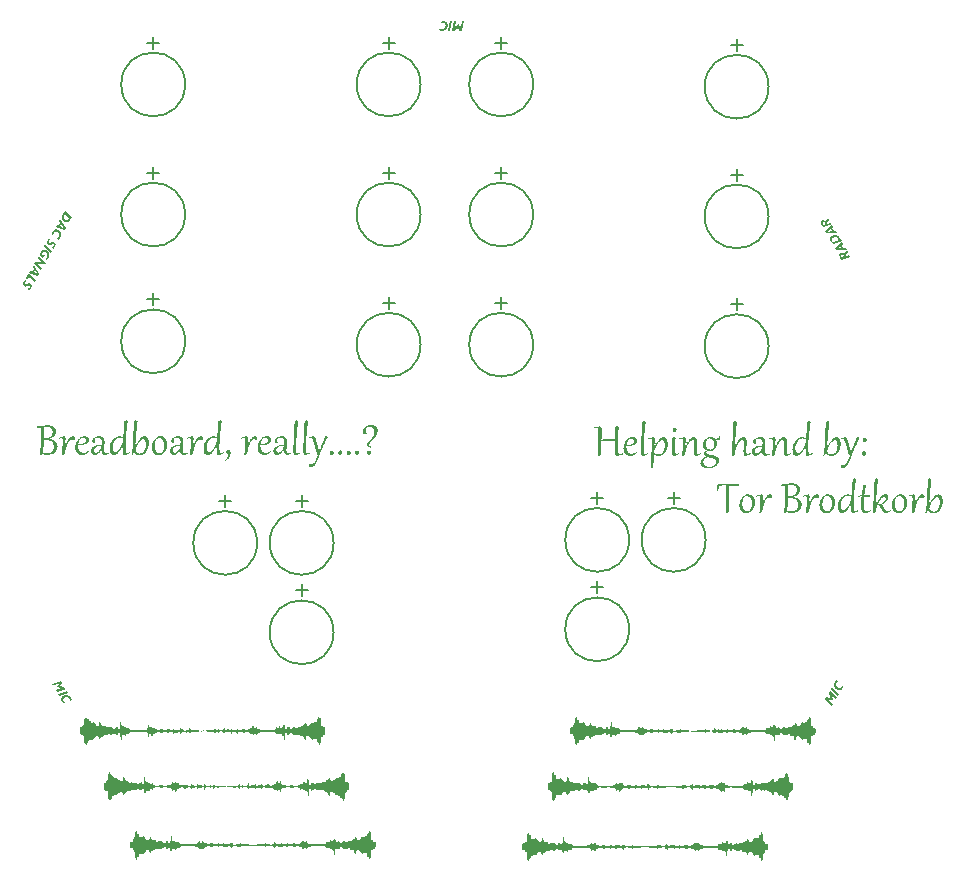
<source format=gto>
G04*
G04 #@! TF.GenerationSoftware,Altium Limited,Altium Designer,21.0.9 (235)*
G04*
G04 Layer_Color=65535*
%FSLAX25Y25*%
%MOIN*%
G70*
G04*
G04 #@! TF.SameCoordinates,40033AE3-64CB-4EA6-9D7A-4CABB624556D*
G04*
G04*
G04 #@! TF.FilePolarity,Positive*
G04*
G01*
G75*
%ADD10C,0.00787*%
G36*
X485300Y453514D02*
X485326Y453436D01*
X485352Y453331D01*
Y453226D01*
Y453173D01*
X485326Y453068D01*
X485248Y452911D01*
X485116Y452780D01*
X485064Y452754D01*
X484933Y452727D01*
X484723Y452675D01*
X484434Y452649D01*
X484145D01*
X483988Y452675D01*
X483830D01*
X483411Y452701D01*
X483306D01*
X483201Y452727D01*
X483043D01*
X482833Y452754D01*
X482623Y452780D01*
X482099Y452806D01*
Y452780D01*
Y452701D01*
Y452570D01*
Y452413D01*
Y452203D01*
Y451966D01*
X482072Y451468D01*
Y451442D01*
Y451363D01*
Y451205D01*
X482046Y451022D01*
Y450812D01*
Y450576D01*
X482020Y450025D01*
Y449998D01*
Y449893D01*
Y449762D01*
Y449552D01*
Y449342D01*
Y449080D01*
X481994Y448503D01*
Y448477D01*
Y448372D01*
Y448214D01*
X481967Y448004D01*
Y447768D01*
Y447506D01*
X481941Y446928D01*
Y446902D01*
Y446797D01*
Y446640D01*
X481915Y446430D01*
Y446194D01*
Y445931D01*
X481889Y445380D01*
Y445354D01*
Y445249D01*
Y445091D01*
Y444908D01*
X481862Y444698D01*
Y444436D01*
Y443911D01*
X480865Y443806D01*
X480787D01*
Y443832D01*
Y443937D01*
Y444094D01*
X480813Y444278D01*
Y444514D01*
Y444750D01*
X480839Y445301D01*
Y445328D01*
Y445433D01*
Y445564D01*
X480865Y445748D01*
Y445984D01*
Y446220D01*
X480892Y446745D01*
Y446771D01*
Y446876D01*
Y447007D01*
X480918Y447191D01*
Y447401D01*
Y447637D01*
X480944Y448162D01*
Y448188D01*
Y448293D01*
Y448424D01*
X480970Y448608D01*
Y448818D01*
Y449080D01*
Y449605D01*
Y449631D01*
Y449736D01*
Y449893D01*
X480997Y450077D01*
Y450313D01*
Y450576D01*
Y451153D01*
Y451179D01*
Y451284D01*
Y451468D01*
X481023Y451678D01*
Y451940D01*
Y452229D01*
Y452859D01*
X480970D01*
X480865Y452885D01*
X479711D01*
X479527Y452859D01*
X479396D01*
X479265Y452832D01*
X479134Y452806D01*
X479107D01*
X479029Y452780D01*
X478924Y452727D01*
X478792Y452649D01*
X478766Y452622D01*
X478714Y452570D01*
X478635Y452491D01*
X478556Y452360D01*
Y452334D01*
X478504Y452229D01*
X478478Y452071D01*
X478425Y451861D01*
Y451809D01*
X478399Y451651D01*
X478373Y451442D01*
Y451127D01*
Y451048D01*
X477953D01*
Y451074D01*
Y451127D01*
Y451232D01*
Y451337D01*
X477926Y451625D01*
Y451940D01*
Y451966D01*
Y452019D01*
Y452098D01*
Y452176D01*
Y452413D01*
X477953Y452649D01*
Y452675D01*
Y452701D01*
X478005Y452806D01*
X478031Y452963D01*
X478110Y453121D01*
X478136Y453147D01*
X478215Y453226D01*
X478320Y453305D01*
X478478Y453383D01*
X478530Y453410D01*
X478635Y453436D01*
X478845Y453462D01*
X479081Y453488D01*
X479422D01*
X479632Y453462D01*
X480052D01*
X480288Y453436D01*
X480708D01*
X480970Y453410D01*
X484093D01*
X484198Y453436D01*
X484539D01*
X484644Y453462D01*
X484775D01*
X484906Y453488D01*
X484933D01*
X485011Y453514D01*
X485143D01*
X485274Y453541D01*
X485300Y453514D01*
D02*
G37*
G36*
X523899Y455220D02*
X524083Y455194D01*
X524266Y455115D01*
Y455063D01*
X524240Y454931D01*
X524214Y454722D01*
X524161Y454433D01*
X524135Y454118D01*
X524083Y453751D01*
X524030Y453357D01*
X523978Y452937D01*
Y452885D01*
X523951Y452754D01*
X523925Y452544D01*
X523899Y452255D01*
X523873Y451914D01*
X523820Y451547D01*
X523742Y450733D01*
Y450681D01*
X523715Y450549D01*
Y450340D01*
X523689Y450051D01*
X523663Y449710D01*
X523610Y449342D01*
X523558Y448555D01*
Y448503D01*
Y448372D01*
X523532Y448162D01*
Y447899D01*
Y447584D01*
X523505Y447243D01*
Y446509D01*
Y446482D01*
Y446430D01*
Y446351D01*
Y446220D01*
Y445957D01*
Y445695D01*
Y445669D01*
Y445643D01*
X523532Y445485D01*
Y445301D01*
X523558Y445118D01*
Y445091D01*
X523584Y444986D01*
Y444855D01*
X523610Y444750D01*
Y444724D01*
X523637Y444672D01*
X523715Y444541D01*
X523742Y444488D01*
X523846Y444436D01*
X523899D01*
X524030Y444409D01*
X524161D01*
X524319Y444436D01*
X524476Y444462D01*
X524529Y444488D01*
X524634Y444514D01*
X524765Y444567D01*
X524949Y444645D01*
X525027Y444436D01*
X525001Y444409D01*
X524922Y444357D01*
X524791Y444278D01*
X524634Y444173D01*
X524608Y444147D01*
X524503Y444094D01*
X524345Y444016D01*
X524161Y443937D01*
X524109D01*
X524004Y443885D01*
X523846Y443858D01*
X523663Y443806D01*
X523637D01*
X523532Y443780D01*
X523400Y443753D01*
X523269Y443727D01*
X523190D01*
X523033Y443780D01*
X523007D01*
X522981Y443806D01*
X522849Y443858D01*
X522823Y443911D01*
X522797Y443963D01*
X522744Y444042D01*
Y444068D01*
X522718Y444121D01*
X522692Y444226D01*
X522666Y444357D01*
Y444409D01*
X522640Y444514D01*
Y444698D01*
X522613Y444934D01*
Y444960D01*
Y444986D01*
Y445144D01*
X522587Y445380D01*
Y445669D01*
Y445695D01*
Y445748D01*
Y445826D01*
Y445931D01*
Y446194D01*
X522613Y446509D01*
Y446535D01*
Y446587D01*
X522640Y446666D01*
Y446797D01*
X522692Y447059D01*
X522718Y447374D01*
X522692D01*
X522666Y447348D01*
X522640Y447243D01*
X522561Y447086D01*
X522482Y446876D01*
X522377Y446640D01*
X522272Y446377D01*
X521983Y445853D01*
X521957Y445826D01*
X521931Y445748D01*
X521852Y445616D01*
X521747Y445459D01*
X521485Y445065D01*
X521196Y444672D01*
X521170Y444645D01*
X521118Y444593D01*
X521039Y444514D01*
X520960Y444409D01*
X520698Y444173D01*
X520383Y443937D01*
X520357D01*
X520304Y443911D01*
X520252Y443858D01*
X520147Y443832D01*
X519884Y443727D01*
X519622Y443701D01*
X519569D01*
X519412Y443727D01*
X519202Y443780D01*
X518966Y443885D01*
X518913Y443911D01*
X518808Y444016D01*
X518677Y444147D01*
X518520Y444357D01*
Y444383D01*
X518494Y444409D01*
X518441Y444567D01*
X518362Y444777D01*
X518284Y445065D01*
Y445091D01*
Y445144D01*
X518257Y445223D01*
Y445328D01*
X518231Y445590D01*
X518205Y445905D01*
Y445931D01*
Y445984D01*
Y446089D01*
X518231Y446220D01*
X518257Y446561D01*
X518310Y446928D01*
Y446955D01*
X518336Y447007D01*
X518362Y447112D01*
X518389Y447243D01*
X518494Y447532D01*
X518625Y447873D01*
Y447899D01*
X518651Y447952D01*
X518704Y448030D01*
X518756Y448135D01*
X518913Y448398D01*
X519123Y448686D01*
X519150Y448713D01*
X519176Y448765D01*
X519333Y448922D01*
X519543Y449132D01*
X519806Y449342D01*
X519832Y449369D01*
X519858Y449395D01*
X519937Y449447D01*
X520042Y449500D01*
X520304Y449657D01*
X520593Y449789D01*
X520619D01*
X520672Y449815D01*
X520750Y449841D01*
X520881Y449867D01*
X521170Y449920D01*
X521511Y449946D01*
X521721D01*
X521905Y449893D01*
X522141Y449841D01*
X522167D01*
X522193Y449815D01*
X522351Y449789D01*
X522561Y449710D01*
X522823Y449579D01*
Y449605D01*
Y449710D01*
Y449841D01*
Y450025D01*
Y450235D01*
Y450497D01*
X522849Y451022D01*
Y451048D01*
Y451153D01*
X522876Y451284D01*
Y451468D01*
X522902Y451704D01*
Y451940D01*
X522928Y452439D01*
Y452465D01*
Y452570D01*
X522954Y452701D01*
Y452859D01*
X522981Y453068D01*
X523007Y453305D01*
X523033Y453751D01*
Y453777D01*
Y453856D01*
X523059Y453987D01*
Y454118D01*
X523112Y454485D01*
X523138Y454879D01*
Y454905D01*
Y454931D01*
X523190Y455036D01*
X523217Y455063D01*
X523243Y455089D01*
X523348Y455141D01*
X523374D01*
X523400Y455168D01*
X523532Y455220D01*
X523558D01*
X523610Y455246D01*
X523794D01*
X523899Y455220D01*
D02*
G37*
G36*
X527389Y453016D02*
X527415D01*
X527468Y452990D01*
X527599Y452937D01*
Y452911D01*
X527573Y452806D01*
X527546Y452649D01*
X527494Y452439D01*
X527468Y452176D01*
X527415Y451888D01*
X527310Y451284D01*
Y451258D01*
X527284Y451153D01*
X527258Y450969D01*
X527232Y450759D01*
X527205Y450523D01*
X527179Y450235D01*
X527100Y449631D01*
X527232D01*
X527363Y449605D01*
X528780D01*
X528963Y449631D01*
X528990Y449605D01*
Y449500D01*
X529016Y449474D01*
Y449395D01*
Y449369D01*
X528990Y449290D01*
X528963Y449211D01*
X528858Y449159D01*
X528832D01*
X528753Y449132D01*
X528596Y449106D01*
X528045D01*
X527809Y449132D01*
X527756D01*
X527599Y449159D01*
X527363Y449185D01*
X527074Y449211D01*
Y449185D01*
Y449132D01*
X527048Y449054D01*
Y448922D01*
X527022Y448660D01*
X526969Y448319D01*
Y448293D01*
Y448240D01*
Y448162D01*
X526943Y448057D01*
Y447821D01*
X526917Y447532D01*
Y447506D01*
Y447479D01*
Y447296D01*
Y447086D01*
X526890Y446823D01*
Y446797D01*
Y446771D01*
Y446640D01*
Y446456D01*
Y446272D01*
Y446246D01*
Y446194D01*
Y446115D01*
Y446010D01*
X526917Y445748D01*
X526943Y445459D01*
Y445433D01*
Y445406D01*
X526995Y445249D01*
X527022Y445065D01*
X527100Y444882D01*
X527127Y444855D01*
X527179Y444750D01*
X527284Y444619D01*
X527415Y444514D01*
X527441Y444488D01*
X527573Y444462D01*
X527730Y444409D01*
X527940Y444383D01*
X528097D01*
X528255Y444409D01*
X528439Y444462D01*
X528465D01*
X528491Y444488D01*
X528622Y444514D01*
X528832Y444619D01*
X529095Y444724D01*
X529121Y444698D01*
X529147Y444645D01*
X529200Y444541D01*
X529226Y444436D01*
X529173Y444409D01*
X529068Y444331D01*
X528885Y444226D01*
X528701Y444121D01*
X528648Y444094D01*
X528544Y444042D01*
X528360Y443989D01*
X528176Y443911D01*
X528124Y443885D01*
X528019Y443858D01*
X527861Y443806D01*
X527678Y443753D01*
X527651D01*
X527546Y443727D01*
X527389Y443701D01*
X527179D01*
X527048Y443727D01*
X526890Y443753D01*
X526707Y443806D01*
X526680Y443832D01*
X526576Y443885D01*
X526444Y443989D01*
X526313Y444147D01*
X526287Y444199D01*
X526234Y444331D01*
X526129Y444567D01*
X526051Y444855D01*
Y444882D01*
Y444934D01*
X526024Y445039D01*
Y445170D01*
X525998Y445328D01*
Y445511D01*
X525972Y445957D01*
Y445984D01*
Y446036D01*
Y446115D01*
Y446194D01*
Y446456D01*
Y446745D01*
Y446771D01*
Y446823D01*
Y446902D01*
Y447007D01*
Y447269D01*
X525998Y447558D01*
Y447584D01*
Y447637D01*
Y447716D01*
X526024Y447821D01*
Y448083D01*
X526051Y448398D01*
Y448424D01*
Y448477D01*
X526077Y448555D01*
Y448660D01*
X526103Y448922D01*
X526129Y449211D01*
X525736D01*
X525526Y449185D01*
X525473D01*
X525368Y449159D01*
X525185Y449132D01*
X525027Y449106D01*
Y449132D01*
Y449159D01*
Y449185D01*
Y449211D01*
X525054Y449290D01*
X525106Y449342D01*
X525132Y449369D01*
X525185Y449395D01*
X525342Y449474D01*
X525368D01*
X525447Y449500D01*
X525552Y449552D01*
X525710Y449579D01*
X525736D01*
X525841Y449605D01*
X525998Y449631D01*
X526182D01*
Y449684D01*
X526208Y449789D01*
X526234Y449946D01*
X526261Y450156D01*
X526287Y450418D01*
X526313Y450707D01*
X526392Y451284D01*
Y451310D01*
X526418Y451415D01*
X526444Y451573D01*
X526471Y451756D01*
X526497Y451966D01*
X526523Y452203D01*
X526602Y452675D01*
Y452701D01*
X526628Y452727D01*
X526680Y452832D01*
Y452859D01*
X526707Y452885D01*
X526812Y452963D01*
X526838D01*
X526864Y452990D01*
X526969Y453016D01*
X526995D01*
X527022Y453042D01*
X527232D01*
X527389Y453016D01*
D02*
G37*
G36*
X546675Y449920D02*
X546702D01*
X546754Y449893D01*
X546833Y449841D01*
X546911Y449762D01*
X546938Y449736D01*
X546964Y449710D01*
X547069Y449552D01*
X547095Y449526D01*
X547121Y449474D01*
X547148Y449395D01*
Y449290D01*
Y449264D01*
Y449185D01*
X547121Y449054D01*
X547069Y448922D01*
X547043Y448896D01*
X547016Y448818D01*
X546938Y448739D01*
X546806Y448634D01*
X546780D01*
X546754Y448660D01*
X546675Y448713D01*
X546570Y448765D01*
X546439Y448818D01*
X546413Y448844D01*
X546334Y448870D01*
X546229Y448896D01*
X545993D01*
X545862Y448870D01*
X545731Y448818D01*
X545704D01*
X545626Y448765D01*
X545521Y448713D01*
X545416Y448634D01*
X545390Y448608D01*
X545285Y448477D01*
X545127Y448293D01*
X544970Y448057D01*
Y448030D01*
X544944Y448004D01*
X544891Y447925D01*
X544865Y447821D01*
X544734Y447558D01*
X544602Y447243D01*
Y447217D01*
X544576Y447164D01*
X544550Y447086D01*
X544497Y446981D01*
X544392Y446692D01*
X544287Y446351D01*
Y446325D01*
X544261Y446272D01*
X544235Y446167D01*
X544209Y446062D01*
X544130Y445748D01*
X544051Y445406D01*
Y445380D01*
Y445328D01*
X544025Y445249D01*
X543999Y445144D01*
X543946Y444855D01*
X543894Y444567D01*
Y444541D01*
Y444514D01*
X543868Y444331D01*
X543841Y444121D01*
X543815Y443911D01*
X542949Y443806D01*
X542897Y443832D01*
Y443858D01*
Y443885D01*
Y443963D01*
X542923Y444068D01*
Y444331D01*
X542949Y444645D01*
Y444672D01*
Y444724D01*
Y444829D01*
X542976Y444934D01*
Y445249D01*
X543002Y445590D01*
Y445616D01*
Y445669D01*
Y445774D01*
X543028Y445905D01*
Y446220D01*
Y446561D01*
Y446587D01*
Y446640D01*
Y446745D01*
X543054Y446850D01*
Y447138D01*
X543080Y447453D01*
Y447479D01*
Y447532D01*
Y447611D01*
X543107Y447716D01*
Y447952D01*
Y448188D01*
Y448214D01*
Y448240D01*
Y448372D01*
Y448555D01*
Y448713D01*
Y448739D01*
Y448791D01*
X543080Y448949D01*
Y448975D01*
Y449027D01*
X543028Y449159D01*
Y449185D01*
X543002Y449211D01*
X542976Y449237D01*
X542897Y449264D01*
X542871D01*
X542844Y449290D01*
X542477D01*
X542346Y449264D01*
X542293D01*
X542162Y449237D01*
X542136D01*
X542083Y449211D01*
X542005Y449185D01*
X541900Y449159D01*
X541847Y449474D01*
X541873D01*
X541952Y449526D01*
X542083Y449552D01*
X542241Y449605D01*
X542608Y449710D01*
X542949Y449815D01*
X542976D01*
X543028Y449841D01*
X543185Y449867D01*
X543395Y449893D01*
X543474Y449920D01*
X543605D01*
X543710Y449893D01*
X543815Y449867D01*
X543920Y449762D01*
X543946Y449736D01*
X543999Y449657D01*
X544025Y449500D01*
X544051Y449290D01*
Y449237D01*
Y449185D01*
Y449106D01*
Y449080D01*
Y449001D01*
Y448896D01*
X544025Y448739D01*
Y448686D01*
X543999Y448581D01*
Y448398D01*
X543973Y448188D01*
Y448135D01*
Y448004D01*
Y447794D01*
X543946Y447558D01*
Y447532D01*
Y447506D01*
X543920Y447348D01*
X543894Y447112D01*
X543868Y446850D01*
Y446823D01*
Y446797D01*
Y446718D01*
X543841Y446613D01*
Y446377D01*
X543815Y446089D01*
X543841D01*
Y446115D01*
X543868Y446220D01*
X543920Y446377D01*
X543973Y446587D01*
X544051Y446823D01*
X544130Y447086D01*
X544287Y447611D01*
Y447637D01*
X544340Y447742D01*
X544392Y447873D01*
X544471Y448030D01*
X544655Y448424D01*
X544865Y448844D01*
X544891Y448870D01*
X544917Y448922D01*
X544996Y449027D01*
X545075Y449132D01*
X545285Y449421D01*
X545547Y449657D01*
X545573Y449684D01*
X545626Y449710D01*
X545704Y449762D01*
X545809Y449815D01*
X546072Y449920D01*
X546229Y449972D01*
X546492D01*
X546675Y449920D01*
D02*
G37*
G36*
X511435D02*
X511461D01*
X511514Y449893D01*
X511592Y449841D01*
X511671Y449762D01*
X511697Y449736D01*
X511724Y449710D01*
X511829Y449552D01*
X511855Y449526D01*
X511881Y449474D01*
X511907Y449395D01*
Y449290D01*
Y449264D01*
Y449185D01*
X511881Y449054D01*
X511829Y448922D01*
X511802Y448896D01*
X511776Y448818D01*
X511697Y448739D01*
X511566Y448634D01*
X511540D01*
X511514Y448660D01*
X511435Y448713D01*
X511330Y448765D01*
X511199Y448818D01*
X511173Y448844D01*
X511094Y448870D01*
X510989Y448896D01*
X510753D01*
X510622Y448870D01*
X510490Y448818D01*
X510464D01*
X510385Y448765D01*
X510280Y448713D01*
X510176Y448634D01*
X510149Y448608D01*
X510044Y448477D01*
X509887Y448293D01*
X509729Y448057D01*
Y448030D01*
X509703Y448004D01*
X509651Y447925D01*
X509624Y447821D01*
X509493Y447558D01*
X509362Y447243D01*
Y447217D01*
X509336Y447164D01*
X509310Y447086D01*
X509257Y446981D01*
X509152Y446692D01*
X509047Y446351D01*
Y446325D01*
X509021Y446272D01*
X508995Y446167D01*
X508968Y446062D01*
X508890Y445748D01*
X508811Y445406D01*
Y445380D01*
Y445328D01*
X508785Y445249D01*
X508758Y445144D01*
X508706Y444855D01*
X508654Y444567D01*
Y444541D01*
Y444514D01*
X508627Y444331D01*
X508601Y444121D01*
X508575Y443911D01*
X507709Y443806D01*
X507656Y443832D01*
Y443858D01*
Y443885D01*
Y443963D01*
X507683Y444068D01*
Y444331D01*
X507709Y444645D01*
Y444672D01*
Y444724D01*
Y444829D01*
X507735Y444934D01*
Y445249D01*
X507761Y445590D01*
Y445616D01*
Y445669D01*
Y445774D01*
X507788Y445905D01*
Y446220D01*
Y446561D01*
Y446587D01*
Y446640D01*
Y446745D01*
X507814Y446850D01*
Y447138D01*
X507840Y447453D01*
Y447479D01*
Y447532D01*
Y447611D01*
X507866Y447716D01*
Y447952D01*
Y448188D01*
Y448214D01*
Y448240D01*
Y448372D01*
Y448555D01*
Y448713D01*
Y448739D01*
Y448791D01*
X507840Y448949D01*
Y448975D01*
Y449027D01*
X507788Y449159D01*
Y449185D01*
X507761Y449211D01*
X507735Y449237D01*
X507656Y449264D01*
X507630D01*
X507604Y449290D01*
X507237D01*
X507105Y449264D01*
X507053D01*
X506922Y449237D01*
X506895D01*
X506843Y449211D01*
X506764Y449185D01*
X506659Y449159D01*
X506607Y449474D01*
X506633D01*
X506712Y449526D01*
X506843Y449552D01*
X507000Y449605D01*
X507368Y449710D01*
X507709Y449815D01*
X507735D01*
X507788Y449841D01*
X507945Y449867D01*
X508155Y449893D01*
X508234Y449920D01*
X508365D01*
X508470Y449893D01*
X508575Y449867D01*
X508680Y449762D01*
X508706Y449736D01*
X508758Y449657D01*
X508785Y449500D01*
X508811Y449290D01*
Y449237D01*
Y449185D01*
Y449106D01*
Y449080D01*
Y449001D01*
Y448896D01*
X508785Y448739D01*
Y448686D01*
X508758Y448581D01*
Y448398D01*
X508732Y448188D01*
Y448135D01*
Y448004D01*
Y447794D01*
X508706Y447558D01*
Y447532D01*
Y447506D01*
X508680Y447348D01*
X508654Y447112D01*
X508627Y446850D01*
Y446823D01*
Y446797D01*
Y446718D01*
X508601Y446613D01*
Y446377D01*
X508575Y446089D01*
X508601D01*
Y446115D01*
X508627Y446220D01*
X508680Y446377D01*
X508732Y446587D01*
X508811Y446823D01*
X508890Y447086D01*
X509047Y447611D01*
Y447637D01*
X509100Y447742D01*
X509152Y447873D01*
X509231Y448030D01*
X509414Y448424D01*
X509624Y448844D01*
X509651Y448870D01*
X509677Y448922D01*
X509756Y449027D01*
X509834Y449132D01*
X510044Y449421D01*
X510307Y449657D01*
X510333Y449684D01*
X510385Y449710D01*
X510464Y449762D01*
X510569Y449815D01*
X510831Y449920D01*
X510989Y449972D01*
X511251D01*
X511435Y449920D01*
D02*
G37*
G36*
X495875D02*
X495901D01*
X495953Y449893D01*
X496032Y449841D01*
X496111Y449762D01*
X496137Y449736D01*
X496163Y449710D01*
X496268Y449552D01*
X496294Y449526D01*
X496321Y449474D01*
X496347Y449395D01*
Y449290D01*
Y449264D01*
Y449185D01*
X496321Y449054D01*
X496268Y448922D01*
X496242Y448896D01*
X496216Y448818D01*
X496137Y448739D01*
X496006Y448634D01*
X495980D01*
X495953Y448660D01*
X495875Y448713D01*
X495770Y448765D01*
X495639Y448818D01*
X495612Y448844D01*
X495534Y448870D01*
X495429Y448896D01*
X495192D01*
X495061Y448870D01*
X494930Y448818D01*
X494904D01*
X494825Y448765D01*
X494720Y448713D01*
X494615Y448634D01*
X494589Y448608D01*
X494484Y448477D01*
X494326Y448293D01*
X494169Y448057D01*
Y448030D01*
X494143Y448004D01*
X494090Y447925D01*
X494064Y447821D01*
X493933Y447558D01*
X493802Y447243D01*
Y447217D01*
X493776Y447164D01*
X493749Y447086D01*
X493697Y446981D01*
X493592Y446692D01*
X493487Y446351D01*
Y446325D01*
X493461Y446272D01*
X493434Y446167D01*
X493408Y446062D01*
X493329Y445748D01*
X493251Y445406D01*
Y445380D01*
Y445328D01*
X493224Y445249D01*
X493198Y445144D01*
X493146Y444855D01*
X493093Y444567D01*
Y444541D01*
Y444514D01*
X493067Y444331D01*
X493041Y444121D01*
X493014Y443911D01*
X492149Y443806D01*
X492096Y443832D01*
Y443858D01*
Y443885D01*
Y443963D01*
X492122Y444068D01*
Y444331D01*
X492149Y444645D01*
Y444672D01*
Y444724D01*
Y444829D01*
X492175Y444934D01*
Y445249D01*
X492201Y445590D01*
Y445616D01*
Y445669D01*
Y445774D01*
X492227Y445905D01*
Y446220D01*
Y446561D01*
Y446587D01*
Y446640D01*
Y446745D01*
X492254Y446850D01*
Y447138D01*
X492280Y447453D01*
Y447479D01*
Y447532D01*
Y447611D01*
X492306Y447716D01*
Y447952D01*
Y448188D01*
Y448214D01*
Y448240D01*
Y448372D01*
Y448555D01*
Y448713D01*
Y448739D01*
Y448791D01*
X492280Y448949D01*
Y448975D01*
Y449027D01*
X492227Y449159D01*
Y449185D01*
X492201Y449211D01*
X492175Y449237D01*
X492096Y449264D01*
X492070D01*
X492044Y449290D01*
X491676D01*
X491545Y449264D01*
X491493D01*
X491361Y449237D01*
X491335D01*
X491283Y449211D01*
X491204Y449185D01*
X491099Y449159D01*
X491046Y449474D01*
X491073D01*
X491152Y449526D01*
X491283Y449552D01*
X491440Y449605D01*
X491808Y449710D01*
X492149Y449815D01*
X492175D01*
X492227Y449841D01*
X492385Y449867D01*
X492595Y449893D01*
X492673Y449920D01*
X492805D01*
X492910Y449893D01*
X493014Y449867D01*
X493119Y449762D01*
X493146Y449736D01*
X493198Y449657D01*
X493224Y449500D01*
X493251Y449290D01*
Y449237D01*
Y449185D01*
Y449106D01*
Y449080D01*
Y449001D01*
Y448896D01*
X493224Y448739D01*
Y448686D01*
X493198Y448581D01*
Y448398D01*
X493172Y448188D01*
Y448135D01*
Y448004D01*
Y447794D01*
X493146Y447558D01*
Y447532D01*
Y447506D01*
X493119Y447348D01*
X493093Y447112D01*
X493067Y446850D01*
Y446823D01*
Y446797D01*
Y446718D01*
X493041Y446613D01*
Y446377D01*
X493014Y446089D01*
X493041D01*
Y446115D01*
X493067Y446220D01*
X493119Y446377D01*
X493172Y446587D01*
X493251Y446823D01*
X493329Y447086D01*
X493487Y447611D01*
Y447637D01*
X493539Y447742D01*
X493592Y447873D01*
X493671Y448030D01*
X493854Y448424D01*
X494064Y448844D01*
X494090Y448870D01*
X494117Y448922D01*
X494195Y449027D01*
X494274Y449132D01*
X494484Y449421D01*
X494746Y449657D01*
X494773Y449684D01*
X494825Y449710D01*
X494904Y449762D01*
X495009Y449815D01*
X495271Y449920D01*
X495429Y449972D01*
X495691D01*
X495875Y449920D01*
D02*
G37*
G36*
X503248Y453567D02*
X503511Y453541D01*
X503563D01*
X503747Y453514D01*
X503957Y453488D01*
X504193Y453436D01*
X504219D01*
X504245Y453410D01*
X504376Y453383D01*
X504560Y453305D01*
X504770Y453200D01*
X504822Y453173D01*
X504927Y453095D01*
X505059Y452990D01*
X505216Y452832D01*
X505242Y452806D01*
X505321Y452701D01*
X505426Y452544D01*
X505505Y452334D01*
X505531Y452281D01*
X505583Y452150D01*
X505610Y451940D01*
X505636Y451678D01*
Y451651D01*
Y451599D01*
Y451494D01*
X505610Y451363D01*
X505557Y451048D01*
X505426Y450707D01*
Y450681D01*
X505400Y450628D01*
X505347Y450549D01*
X505295Y450471D01*
X505137Y450208D01*
X504901Y449972D01*
X504875D01*
X504849Y449920D01*
X504691Y449815D01*
X504455Y449631D01*
X504140Y449474D01*
X504114D01*
X504062Y449447D01*
X503983Y449395D01*
X503878Y449342D01*
X503589Y449237D01*
X503248Y449132D01*
Y449080D01*
X503353D01*
X503484Y449054D01*
X503642D01*
X504009Y448975D01*
X504403Y448870D01*
X504429D01*
X504481Y448844D01*
X504586Y448818D01*
X504718Y448765D01*
X505006Y448608D01*
X505321Y448398D01*
X505347D01*
X505400Y448345D01*
X505557Y448188D01*
X505741Y447978D01*
X505925Y447663D01*
Y447637D01*
X505951Y447584D01*
X506003Y447506D01*
X506030Y447374D01*
X506082Y447217D01*
X506108Y447033D01*
X506135Y446613D01*
Y446587D01*
Y446535D01*
Y446430D01*
X506108Y446325D01*
X506082Y446010D01*
X506003Y445695D01*
Y445669D01*
X505977Y445643D01*
X505898Y445459D01*
X505793Y445223D01*
X505610Y444986D01*
Y444960D01*
X505557Y444934D01*
X505452Y444803D01*
X505269Y444619D01*
X505032Y444436D01*
X505006D01*
X504980Y444409D01*
X504822Y444304D01*
X504586Y444173D01*
X504298Y444042D01*
X504272D01*
X504219Y444016D01*
X504140Y443989D01*
X504035Y443963D01*
X503773Y443911D01*
X503458Y443858D01*
X503379D01*
X503301Y443832D01*
X503196D01*
X502907Y443806D01*
X502356D01*
X502146Y443832D01*
X501884Y443858D01*
X501831D01*
X501674Y443885D01*
X501464Y443911D01*
X501175Y443937D01*
X500362Y443858D01*
X500309D01*
Y443885D01*
Y443963D01*
X500336Y444068D01*
Y444199D01*
X500362Y444383D01*
Y444567D01*
X500388Y445013D01*
Y445039D01*
Y445118D01*
X500414Y445249D01*
Y445433D01*
X500440Y445616D01*
Y445853D01*
X500467Y446351D01*
Y446377D01*
Y446482D01*
Y446613D01*
X500493Y446797D01*
Y447007D01*
Y447269D01*
X500519Y447794D01*
Y447821D01*
Y447925D01*
Y448057D01*
X500545Y448267D01*
Y448477D01*
Y448713D01*
Y449264D01*
Y449290D01*
Y449395D01*
Y449552D01*
X500572Y449736D01*
Y449972D01*
Y450208D01*
Y450759D01*
Y450786D01*
Y450890D01*
Y451022D01*
X500598Y451205D01*
Y451442D01*
Y451678D01*
Y452203D01*
Y452229D01*
Y452308D01*
X500572Y452491D01*
Y452517D01*
X500545Y452570D01*
X500467Y452701D01*
X500440Y452727D01*
X500414Y452754D01*
X500257Y452806D01*
X500231D01*
X500178Y452832D01*
X500073Y452859D01*
X499758D01*
X499522Y452832D01*
X499233Y452806D01*
X499181Y453173D01*
X499260D01*
X499338Y453200D01*
X499443D01*
X499706Y453252D01*
X500021Y453305D01*
X500047D01*
X500099Y453331D01*
X500178D01*
X500309Y453357D01*
X500598Y453383D01*
X500939Y453436D01*
X500965D01*
X501018Y453462D01*
X501123D01*
X501228Y453488D01*
X501543Y453514D01*
X501884Y453541D01*
X501962D01*
X502067Y453567D01*
X502172D01*
X502461Y453593D01*
X503038D01*
X503248Y453567D01*
D02*
G37*
G36*
X531272Y455220D02*
X531430Y455194D01*
X531640Y455115D01*
Y455089D01*
X531614Y454958D01*
Y454800D01*
X531587Y454590D01*
X531561Y454354D01*
X531509Y454092D01*
X531456Y453541D01*
Y453514D01*
Y453410D01*
X531430Y453278D01*
X531404Y453121D01*
X531377Y452911D01*
Y452675D01*
X531325Y452203D01*
Y452176D01*
Y452098D01*
X531299Y451993D01*
Y451835D01*
X531272Y451468D01*
X531220Y451048D01*
Y451022D01*
Y450969D01*
X531194Y450864D01*
Y450733D01*
X531168Y450392D01*
X531115Y450025D01*
Y449998D01*
Y449946D01*
Y449841D01*
X531089Y449736D01*
X531063Y449421D01*
X531036Y449080D01*
Y449054D01*
Y449001D01*
Y448922D01*
X531010Y448791D01*
Y448503D01*
X530984Y448135D01*
Y448109D01*
Y448057D01*
Y447952D01*
X530958Y447847D01*
X530931Y447506D01*
X530905Y447138D01*
Y447112D01*
Y447059D01*
Y446955D01*
X530879Y446823D01*
Y446666D01*
X530853Y446482D01*
X530826Y446062D01*
X530853Y446036D01*
Y446062D01*
X530879Y446115D01*
X530905Y446220D01*
X530958Y446351D01*
X531063Y446666D01*
X531194Y447007D01*
Y447033D01*
X531220Y447086D01*
X531272Y447191D01*
X531325Y447322D01*
X531482Y447611D01*
X531640Y447952D01*
Y447978D01*
X531692Y448030D01*
X531745Y448109D01*
X531797Y448214D01*
X531981Y448477D01*
X532191Y448765D01*
X532217Y448791D01*
X532243Y448818D01*
X532374Y448975D01*
X532558Y449185D01*
X532768Y449395D01*
X532794D01*
X532821Y449447D01*
X532978Y449552D01*
X533188Y449684D01*
X533424Y449815D01*
X533450D01*
X533477Y449841D01*
X533634Y449893D01*
X533844Y449946D01*
X534106Y449972D01*
X534238D01*
X534342Y449946D01*
X534474Y449893D01*
X534500D01*
X534579Y449841D01*
X534684Y449789D01*
X534789Y449710D01*
X534815Y449684D01*
X534867Y449631D01*
X534946Y449526D01*
X534999Y449395D01*
X535025Y449369D01*
X535051Y449290D01*
X535077Y449159D01*
Y449001D01*
Y448975D01*
Y448949D01*
X535051Y448791D01*
X535025Y448555D01*
X534920Y448319D01*
Y448293D01*
X534894Y448267D01*
X534815Y448135D01*
X534657Y447925D01*
X534474Y447689D01*
X534421Y447637D01*
X534290Y447506D01*
X534080Y447322D01*
X533818Y447112D01*
X533791D01*
X533765Y447059D01*
X533686Y447007D01*
X533582Y446955D01*
X533319Y446797D01*
X532978Y446613D01*
X533004Y446587D01*
X533031Y446535D01*
X533083Y446430D01*
X533162Y446325D01*
X533319Y446036D01*
X533477Y445748D01*
Y445721D01*
X533529Y445695D01*
X533608Y445538D01*
X533765Y445328D01*
X533896Y445118D01*
X533923Y445091D01*
X534001Y444986D01*
X534106Y444855D01*
X534211Y444724D01*
X534238Y444698D01*
X534316Y444645D01*
X534474Y444514D01*
X534500D01*
X534552Y444462D01*
X534710Y444409D01*
X534789D01*
X534946Y444383D01*
X535077D01*
X535235Y444409D01*
X535392Y444462D01*
X535445Y444488D01*
X535550Y444514D01*
X535681Y444567D01*
X535864Y444645D01*
X535943Y444409D01*
X535917Y444383D01*
X535838Y444331D01*
X535707Y444278D01*
X535550Y444173D01*
X535497Y444147D01*
X535392Y444094D01*
X535235Y444016D01*
X535051Y443937D01*
X534999D01*
X534894Y443885D01*
X534736Y443858D01*
X534552Y443806D01*
X534526D01*
X534421Y443780D01*
X534264Y443753D01*
X534106Y443727D01*
X534080D01*
X533975Y443753D01*
X533818Y443806D01*
X533660Y443885D01*
X533634Y443911D01*
X533529Y444016D01*
X533372Y444173D01*
X533188Y444383D01*
Y444409D01*
X533136Y444436D01*
X533083Y444514D01*
X533031Y444619D01*
X532847Y444882D01*
X532611Y445249D01*
Y445275D01*
X532558Y445354D01*
X532506Y445459D01*
X532427Y445616D01*
X532322Y445800D01*
X532191Y446036D01*
X531902Y446535D01*
X531928Y446587D01*
X531955D01*
X532007Y446613D01*
X532112Y446640D01*
X532243Y446692D01*
X532532Y446797D01*
X532847Y446955D01*
X532873D01*
X532926Y447007D01*
X533004Y447033D01*
X533083Y447112D01*
X533319Y447243D01*
X533555Y447427D01*
X533582D01*
X533608Y447479D01*
X533713Y447584D01*
X533870Y447742D01*
X534001Y447925D01*
X534028Y447978D01*
X534106Y448083D01*
X534159Y448267D01*
X534185Y448477D01*
Y448503D01*
Y448555D01*
X534133Y448686D01*
Y448713D01*
X534106Y448739D01*
X534001Y448844D01*
Y448870D01*
X533975Y448896D01*
X533844Y448949D01*
X533818D01*
X533791Y448975D01*
X533634Y449001D01*
X533582D01*
X533477Y448975D01*
X533293Y448949D01*
X533083Y448844D01*
X533031Y448818D01*
X532899Y448739D01*
X532716Y448581D01*
X532506Y448372D01*
Y448345D01*
X532453Y448319D01*
X532348Y448162D01*
X532165Y447925D01*
X531981Y447611D01*
Y447584D01*
X531928Y447532D01*
X531876Y447427D01*
X531823Y447322D01*
X531745Y447164D01*
X531666Y446981D01*
X531482Y446587D01*
Y446561D01*
X531456Y446482D01*
X531404Y446377D01*
X531351Y446220D01*
X531299Y446036D01*
X531220Y445826D01*
X531089Y445354D01*
Y445328D01*
X531063Y445249D01*
X531036Y445091D01*
X530984Y444908D01*
X530931Y444698D01*
X530879Y444462D01*
X530800Y443911D01*
X529960Y443806D01*
X529908Y443832D01*
Y443858D01*
Y443911D01*
Y444016D01*
X529934Y444121D01*
Y444278D01*
Y444462D01*
X529960Y444882D01*
Y444908D01*
Y444986D01*
Y445118D01*
X529987Y445275D01*
Y445459D01*
Y445669D01*
X530013Y446141D01*
Y446167D01*
Y446272D01*
X530039Y446404D01*
Y446561D01*
X530065Y446771D01*
Y447007D01*
X530092Y447532D01*
Y447558D01*
Y447663D01*
X530118Y447794D01*
Y448004D01*
X530144Y448214D01*
Y448450D01*
X530170Y449001D01*
Y449027D01*
Y449132D01*
X530197Y449290D01*
Y449474D01*
X530223Y449710D01*
Y449972D01*
X530249Y450523D01*
Y450549D01*
Y450654D01*
X530275Y450812D01*
Y450995D01*
X530302Y451232D01*
Y451468D01*
X530328Y452019D01*
Y452045D01*
Y452150D01*
X530354Y452308D01*
Y452491D01*
X530380Y452701D01*
Y452963D01*
X530407Y453488D01*
Y453514D01*
Y453619D01*
X530433Y453751D01*
Y453934D01*
X530459Y454144D01*
Y454381D01*
X530485Y454879D01*
Y454905D01*
Y454931D01*
X530538Y455036D01*
Y455063D01*
X530564Y455089D01*
X530669Y455141D01*
X530695D01*
X530748Y455168D01*
X530879Y455220D01*
X530905D01*
X530958Y455246D01*
X531168D01*
X531272Y455220D01*
D02*
G37*
G36*
X549063D02*
X549221Y455194D01*
X549431Y455115D01*
Y455089D01*
Y455010D01*
X549404Y454853D01*
X549378Y454695D01*
X549352Y454485D01*
X549326Y454249D01*
X549273Y453724D01*
Y453698D01*
Y453593D01*
X549247Y453462D01*
X549221Y453278D01*
X549194Y453068D01*
X549168Y452806D01*
X549116Y452281D01*
Y452255D01*
Y452150D01*
X549089Y452019D01*
X549063Y451835D01*
X549037Y451625D01*
X549011Y451363D01*
X548958Y450838D01*
Y450812D01*
Y450707D01*
X548932Y450576D01*
Y450392D01*
X548906Y450156D01*
Y449920D01*
X548853Y449369D01*
Y449342D01*
Y449237D01*
X548827Y449106D01*
Y448922D01*
X548801Y448713D01*
Y448477D01*
X548748Y447978D01*
Y447952D01*
Y447873D01*
Y447742D01*
X548722Y447558D01*
Y447348D01*
Y447138D01*
X548696Y446666D01*
X548722D01*
X548748Y446692D01*
X548774Y446797D01*
X548853Y446955D01*
X548932Y447138D01*
X549037Y447348D01*
X549168Y447584D01*
X549431Y448083D01*
X549457Y448109D01*
X549509Y448188D01*
X549588Y448293D01*
X549667Y448450D01*
X549929Y448791D01*
X550218Y449106D01*
X550244Y449132D01*
X550296Y449185D01*
X550375Y449264D01*
X550454Y449342D01*
X550716Y449552D01*
X550979Y449736D01*
X551005D01*
X551057Y449762D01*
X551110Y449815D01*
X551215Y449867D01*
X551451Y449946D01*
X551713Y449972D01*
X551897D01*
X552055Y449920D01*
X552212Y449867D01*
X552264Y449841D01*
X552343Y449789D01*
X552474Y449710D01*
X552606Y449579D01*
X552632Y449552D01*
X552710Y449447D01*
X552815Y449316D01*
X552894Y449159D01*
X552920Y449106D01*
X552947Y449001D01*
X552999Y448844D01*
X553052Y448660D01*
X553078Y448608D01*
X553104Y448503D01*
X553130Y448345D01*
X553157Y448162D01*
Y448109D01*
X553183Y448004D01*
Y447847D01*
Y447689D01*
Y447663D01*
Y447584D01*
Y447453D01*
X553157Y447296D01*
X553130Y446928D01*
X553052Y446509D01*
Y446482D01*
X553025Y446430D01*
X552999Y446325D01*
X552973Y446194D01*
X552868Y445879D01*
X552710Y445538D01*
Y445511D01*
X552684Y445459D01*
X552632Y445380D01*
X552579Y445275D01*
X552396Y445013D01*
X552186Y444724D01*
Y444698D01*
X552133Y444672D01*
X552002Y444514D01*
X551792Y444331D01*
X551556Y444147D01*
X551530D01*
X551504Y444121D01*
X551346Y444016D01*
X551110Y443911D01*
X550821Y443806D01*
X550795D01*
X550769Y443780D01*
X550690D01*
X550585Y443753D01*
X550349Y443727D01*
X550060Y443701D01*
X549903D01*
X549719Y443727D01*
X549536Y443753D01*
X549483D01*
X549378Y443806D01*
X549194Y443832D01*
X549011Y443911D01*
X548958Y443937D01*
X548853Y443989D01*
X548722Y444094D01*
X548538Y444226D01*
X548512Y444252D01*
X548407Y444357D01*
X548302Y444488D01*
X548171Y444672D01*
Y444645D01*
X548145Y444619D01*
X548066Y444462D01*
X547961Y444252D01*
X547856Y444068D01*
X547830Y444042D01*
X547777Y443937D01*
X547699Y443832D01*
X547594Y443727D01*
X547358Y443780D01*
Y443806D01*
X547410Y443885D01*
X547436Y444016D01*
X547489Y444199D01*
X547541Y444409D01*
X547594Y444672D01*
X547646Y444960D01*
X547699Y445275D01*
Y445328D01*
X547725Y445433D01*
Y445616D01*
X547751Y445879D01*
X547777Y446167D01*
X547830Y446509D01*
X547856Y446902D01*
X547882Y447322D01*
Y447348D01*
Y447401D01*
Y447506D01*
Y447637D01*
Y447794D01*
Y447978D01*
X547909Y448398D01*
Y448424D01*
Y448503D01*
X547935Y448634D01*
Y448791D01*
X547961Y449001D01*
Y449211D01*
X547987Y449710D01*
Y449736D01*
Y449841D01*
Y449972D01*
X548014Y450130D01*
Y450340D01*
Y450576D01*
X548040Y451100D01*
Y451127D01*
Y451232D01*
X548066Y451363D01*
Y451547D01*
X548092Y451783D01*
Y452019D01*
X548118Y452517D01*
Y452544D01*
Y452622D01*
X548145Y452754D01*
Y452937D01*
X548171Y453121D01*
Y453357D01*
X548197Y453803D01*
Y453829D01*
Y453908D01*
X548223Y454013D01*
Y454171D01*
X548250Y454512D01*
X548276Y454879D01*
Y454905D01*
Y454931D01*
X548328Y455036D01*
Y455063D01*
X548355Y455089D01*
X548460Y455141D01*
X548486D01*
X548538Y455168D01*
X548670Y455220D01*
X548696D01*
X548748Y455246D01*
X548958D01*
X549063Y455220D01*
D02*
G37*
G36*
X539486Y449946D02*
X539800Y449867D01*
X540115Y449736D01*
X540142D01*
X540194Y449684D01*
X540351Y449579D01*
X540588Y449395D01*
X540798Y449132D01*
X540824Y449106D01*
X540850Y449080D01*
X540903Y449001D01*
X540955Y448896D01*
X541086Y448634D01*
X541217Y448293D01*
Y448267D01*
X541244Y448214D01*
X541270Y448109D01*
X541296Y448004D01*
X541349Y447689D01*
X541375Y447348D01*
Y447322D01*
Y447269D01*
Y447191D01*
Y447059D01*
X541322Y446797D01*
X541270Y446456D01*
Y446430D01*
X541244Y446377D01*
Y446299D01*
X541217Y446194D01*
X541139Y445931D01*
X541008Y445616D01*
Y445590D01*
X540981Y445538D01*
X540955Y445485D01*
X540903Y445380D01*
X540771Y445118D01*
X540588Y444855D01*
Y444829D01*
X540535Y444803D01*
X540430Y444645D01*
X540246Y444462D01*
X540010Y444252D01*
X539984D01*
X539958Y444199D01*
X539800Y444094D01*
X539564Y443963D01*
X539276Y443858D01*
X539249D01*
X539197Y443832D01*
X539118Y443806D01*
X539013Y443780D01*
X538751Y443727D01*
X538410Y443701D01*
X538226D01*
X538095Y443727D01*
X537780Y443780D01*
X537439Y443911D01*
X537413D01*
X537386Y443963D01*
X537203Y444068D01*
X536993Y444252D01*
X536757Y444488D01*
Y444514D01*
X536704Y444567D01*
X536678Y444619D01*
X536599Y444724D01*
X536468Y444986D01*
X536337Y445328D01*
Y445354D01*
X536310Y445406D01*
X536284Y445511D01*
Y445616D01*
X536232Y445931D01*
X536206Y446299D01*
Y446325D01*
Y446377D01*
Y446456D01*
Y446561D01*
X536232Y446823D01*
X536284Y447138D01*
Y447164D01*
X536310Y447217D01*
Y447296D01*
X536337Y447401D01*
X536415Y447689D01*
X536520Y447978D01*
Y448004D01*
X536547Y448057D01*
X536599Y448135D01*
X536652Y448240D01*
X536783Y448477D01*
X536967Y448739D01*
Y448765D01*
X537019Y448791D01*
X537150Y448949D01*
X537334Y449159D01*
X537544Y449369D01*
X537570Y449395D01*
X537596Y449421D01*
X537754Y449526D01*
X537990Y449684D01*
X538278Y449815D01*
X538305D01*
X538357Y449841D01*
X538436Y449867D01*
X538541Y449893D01*
X538830Y449946D01*
X539171Y449972D01*
X539354D01*
X539486Y449946D01*
D02*
G37*
G36*
X515371D02*
X515686Y449867D01*
X516001Y449736D01*
X516027D01*
X516080Y449684D01*
X516237Y449579D01*
X516473Y449395D01*
X516683Y449132D01*
X516709Y449106D01*
X516736Y449080D01*
X516788Y449001D01*
X516840Y448896D01*
X516972Y448634D01*
X517103Y448293D01*
Y448267D01*
X517129Y448214D01*
X517155Y448109D01*
X517182Y448004D01*
X517234Y447689D01*
X517260Y447348D01*
Y447322D01*
Y447269D01*
Y447191D01*
Y447059D01*
X517208Y446797D01*
X517155Y446456D01*
Y446430D01*
X517129Y446377D01*
Y446299D01*
X517103Y446194D01*
X517024Y445931D01*
X516893Y445616D01*
Y445590D01*
X516867Y445538D01*
X516840Y445485D01*
X516788Y445380D01*
X516657Y445118D01*
X516473Y444855D01*
Y444829D01*
X516421Y444803D01*
X516316Y444645D01*
X516132Y444462D01*
X515896Y444252D01*
X515870D01*
X515843Y444199D01*
X515686Y444094D01*
X515450Y443963D01*
X515161Y443858D01*
X515135D01*
X515082Y443832D01*
X515004Y443806D01*
X514899Y443780D01*
X514636Y443727D01*
X514295Y443701D01*
X514112D01*
X513980Y443727D01*
X513665Y443780D01*
X513324Y443911D01*
X513298D01*
X513272Y443963D01*
X513088Y444068D01*
X512878Y444252D01*
X512642Y444488D01*
Y444514D01*
X512590Y444567D01*
X512563Y444619D01*
X512485Y444724D01*
X512353Y444986D01*
X512222Y445328D01*
Y445354D01*
X512196Y445406D01*
X512170Y445511D01*
Y445616D01*
X512117Y445931D01*
X512091Y446299D01*
Y446325D01*
Y446377D01*
Y446456D01*
Y446561D01*
X512117Y446823D01*
X512170Y447138D01*
Y447164D01*
X512196Y447217D01*
Y447296D01*
X512222Y447401D01*
X512301Y447689D01*
X512406Y447978D01*
Y448004D01*
X512432Y448057D01*
X512485Y448135D01*
X512537Y448240D01*
X512668Y448477D01*
X512852Y448739D01*
Y448765D01*
X512904Y448791D01*
X513036Y448949D01*
X513219Y449159D01*
X513429Y449369D01*
X513455Y449395D01*
X513482Y449421D01*
X513639Y449526D01*
X513875Y449684D01*
X514164Y449815D01*
X514190D01*
X514243Y449841D01*
X514321Y449867D01*
X514426Y449893D01*
X514715Y449946D01*
X515056Y449972D01*
X515240D01*
X515371Y449946D01*
D02*
G37*
G36*
X488685D02*
X489000Y449867D01*
X489315Y449736D01*
X489341D01*
X489393Y449684D01*
X489551Y449579D01*
X489787Y449395D01*
X489997Y449132D01*
X490023Y449106D01*
X490049Y449080D01*
X490102Y449001D01*
X490154Y448896D01*
X490286Y448634D01*
X490417Y448293D01*
Y448267D01*
X490443Y448214D01*
X490469Y448109D01*
X490495Y448004D01*
X490548Y447689D01*
X490574Y447348D01*
Y447322D01*
Y447269D01*
Y447191D01*
Y447059D01*
X490522Y446797D01*
X490469Y446456D01*
Y446430D01*
X490443Y446377D01*
Y446299D01*
X490417Y446194D01*
X490338Y445931D01*
X490207Y445616D01*
Y445590D01*
X490181Y445538D01*
X490154Y445485D01*
X490102Y445380D01*
X489971Y445118D01*
X489787Y444855D01*
Y444829D01*
X489735Y444803D01*
X489630Y444645D01*
X489446Y444462D01*
X489210Y444252D01*
X489184D01*
X489157Y444199D01*
X489000Y444094D01*
X488764Y443963D01*
X488475Y443858D01*
X488449D01*
X488396Y443832D01*
X488318Y443806D01*
X488213Y443780D01*
X487950Y443727D01*
X487609Y443701D01*
X487425D01*
X487294Y443727D01*
X486979Y443780D01*
X486638Y443911D01*
X486612D01*
X486586Y443963D01*
X486402Y444068D01*
X486192Y444252D01*
X485956Y444488D01*
Y444514D01*
X485904Y444567D01*
X485877Y444619D01*
X485799Y444724D01*
X485667Y444986D01*
X485536Y445328D01*
Y445354D01*
X485510Y445406D01*
X485484Y445511D01*
Y445616D01*
X485431Y445931D01*
X485405Y446299D01*
Y446325D01*
Y446377D01*
Y446456D01*
Y446561D01*
X485431Y446823D01*
X485484Y447138D01*
Y447164D01*
X485510Y447217D01*
Y447296D01*
X485536Y447401D01*
X485615Y447689D01*
X485720Y447978D01*
Y448004D01*
X485746Y448057D01*
X485799Y448135D01*
X485851Y448240D01*
X485982Y448477D01*
X486166Y448739D01*
Y448765D01*
X486218Y448791D01*
X486350Y448949D01*
X486533Y449159D01*
X486743Y449369D01*
X486769Y449395D01*
X486796Y449421D01*
X486953Y449526D01*
X487189Y449684D01*
X487478Y449815D01*
X487504D01*
X487557Y449841D01*
X487635Y449867D01*
X487740Y449893D01*
X488029Y449946D01*
X488370Y449972D01*
X488554D01*
X488685Y449946D01*
D02*
G37*
G36*
X464088Y472149D02*
X464114D01*
X464166Y472122D01*
X464297Y471991D01*
X464324Y471965D01*
X464350Y471939D01*
X464402Y471781D01*
Y471755D01*
X464429Y471703D01*
X464455Y471624D01*
Y471519D01*
Y471493D01*
Y471440D01*
X464429Y471335D01*
X464402Y471230D01*
Y471204D01*
X464376Y471152D01*
X464271Y470968D01*
X464245Y470942D01*
X464219Y470916D01*
X464061Y470784D01*
X464035D01*
X463983Y470758D01*
X463878Y470732D01*
X463773Y470706D01*
X463694D01*
X463510Y470758D01*
X463484Y470784D01*
X463458Y470811D01*
X463327Y470942D01*
Y470968D01*
X463274Y471021D01*
X463195Y471152D01*
Y471178D01*
Y471230D01*
X463169Y471414D01*
Y471440D01*
Y471519D01*
X463222Y471729D01*
Y471755D01*
X463274Y471834D01*
X463379Y471991D01*
X463405Y472018D01*
X463458Y472044D01*
X463589Y472149D01*
X463615D01*
X463668Y472175D01*
X463851Y472201D01*
X463930D01*
X464088Y472149D01*
D02*
G37*
G36*
X508774Y474274D02*
X508958Y474248D01*
X509142Y474169D01*
Y474117D01*
X509115Y473986D01*
X509089Y473776D01*
X509037Y473487D01*
X509010Y473172D01*
X508958Y472805D01*
X508906Y472411D01*
X508853Y471991D01*
Y471939D01*
X508827Y471808D01*
X508801Y471598D01*
X508774Y471309D01*
X508748Y470968D01*
X508696Y470601D01*
X508617Y469787D01*
Y469735D01*
X508591Y469603D01*
Y469394D01*
X508564Y469105D01*
X508538Y468764D01*
X508486Y468397D01*
X508433Y467609D01*
Y467557D01*
Y467426D01*
X508407Y467216D01*
Y466953D01*
Y466638D01*
X508381Y466297D01*
Y465562D01*
Y465536D01*
Y465484D01*
Y465405D01*
Y465274D01*
Y465012D01*
Y464749D01*
Y464723D01*
Y464697D01*
X508407Y464539D01*
Y464356D01*
X508433Y464172D01*
Y464146D01*
X508459Y464041D01*
Y463909D01*
X508486Y463804D01*
Y463778D01*
X508512Y463726D01*
X508591Y463594D01*
X508617Y463542D01*
X508722Y463490D01*
X508774D01*
X508906Y463463D01*
X509037D01*
X509194Y463490D01*
X509352Y463516D01*
X509404Y463542D01*
X509509Y463568D01*
X509640Y463621D01*
X509824Y463699D01*
X509903Y463490D01*
X509876Y463463D01*
X509798Y463411D01*
X509666Y463332D01*
X509509Y463227D01*
X509483Y463201D01*
X509378Y463148D01*
X509220Y463070D01*
X509037Y462991D01*
X508984D01*
X508879Y462938D01*
X508722Y462912D01*
X508538Y462860D01*
X508512D01*
X508407Y462834D01*
X508276Y462807D01*
X508145Y462781D01*
X508066D01*
X507908Y462834D01*
X507882D01*
X507856Y462860D01*
X507725Y462912D01*
X507698Y462965D01*
X507672Y463017D01*
X507620Y463096D01*
Y463122D01*
X507593Y463175D01*
X507567Y463280D01*
X507541Y463411D01*
Y463463D01*
X507515Y463568D01*
Y463752D01*
X507488Y463988D01*
Y464014D01*
Y464041D01*
Y464198D01*
X507462Y464434D01*
Y464723D01*
Y464749D01*
Y464802D01*
Y464880D01*
Y464985D01*
Y465248D01*
X507488Y465562D01*
Y465589D01*
Y465641D01*
X507515Y465720D01*
Y465851D01*
X507567Y466114D01*
X507593Y466429D01*
X507567D01*
X507541Y466402D01*
X507515Y466297D01*
X507436Y466140D01*
X507357Y465930D01*
X507252Y465694D01*
X507147Y465431D01*
X506859Y464907D01*
X506833Y464880D01*
X506806Y464802D01*
X506728Y464670D01*
X506623Y464513D01*
X506360Y464119D01*
X506072Y463726D01*
X506045Y463699D01*
X505993Y463647D01*
X505914Y463568D01*
X505835Y463463D01*
X505573Y463227D01*
X505258Y462991D01*
X505232D01*
X505179Y462965D01*
X505127Y462912D01*
X505022Y462886D01*
X504760Y462781D01*
X504497Y462755D01*
X504445D01*
X504287Y462781D01*
X504077Y462834D01*
X503841Y462938D01*
X503789Y462965D01*
X503684Y463070D01*
X503552Y463201D01*
X503395Y463411D01*
Y463437D01*
X503369Y463463D01*
X503316Y463621D01*
X503238Y463831D01*
X503159Y464119D01*
Y464146D01*
Y464198D01*
X503133Y464277D01*
Y464382D01*
X503106Y464644D01*
X503080Y464959D01*
Y464985D01*
Y465038D01*
Y465143D01*
X503106Y465274D01*
X503133Y465615D01*
X503185Y465982D01*
Y466009D01*
X503211Y466061D01*
X503238Y466166D01*
X503264Y466297D01*
X503369Y466586D01*
X503500Y466927D01*
Y466953D01*
X503526Y467006D01*
X503579Y467085D01*
X503631Y467189D01*
X503789Y467452D01*
X503999Y467740D01*
X504025Y467767D01*
X504051Y467819D01*
X504209Y467977D01*
X504418Y468187D01*
X504681Y468397D01*
X504707Y468423D01*
X504733Y468449D01*
X504812Y468501D01*
X504917Y468554D01*
X505179Y468711D01*
X505468Y468843D01*
X505494D01*
X505547Y468869D01*
X505625Y468895D01*
X505757Y468921D01*
X506045Y468974D01*
X506386Y469000D01*
X506596D01*
X506780Y468948D01*
X507016Y468895D01*
X507042D01*
X507069Y468869D01*
X507226Y468843D01*
X507436Y468764D01*
X507698Y468633D01*
Y468659D01*
Y468764D01*
Y468895D01*
Y469079D01*
Y469289D01*
Y469551D01*
X507725Y470076D01*
Y470102D01*
Y470207D01*
X507751Y470338D01*
Y470522D01*
X507777Y470758D01*
Y470994D01*
X507803Y471493D01*
Y471519D01*
Y471624D01*
X507830Y471755D01*
Y471913D01*
X507856Y472122D01*
X507882Y472359D01*
X507908Y472805D01*
Y472831D01*
Y472910D01*
X507935Y473041D01*
Y473172D01*
X507987Y473539D01*
X508013Y473933D01*
Y473959D01*
Y473986D01*
X508066Y474090D01*
X508092Y474117D01*
X508118Y474143D01*
X508223Y474195D01*
X508250D01*
X508276Y474222D01*
X508407Y474274D01*
X508433D01*
X508486Y474300D01*
X508669D01*
X508774Y474274D01*
D02*
G37*
G36*
X478598Y469446D02*
X478703Y469394D01*
X478834Y469262D01*
X478966Y469131D01*
X478992Y469105D01*
X479044Y469026D01*
X479097Y468895D01*
X479123Y468738D01*
Y468711D01*
Y468633D01*
X479097Y468554D01*
X479044Y468449D01*
Y468423D01*
X479018Y468397D01*
X478887Y468239D01*
X478861D01*
X478808Y468187D01*
X478729Y468160D01*
X478624Y468108D01*
X478598D01*
X478519Y468082D01*
X478415Y468055D01*
X478205D01*
X478074Y468082D01*
X477864Y468108D01*
X477627Y468187D01*
Y468160D01*
Y468134D01*
X477654Y468108D01*
X477732Y467977D01*
X477837Y467767D01*
X477916Y467530D01*
X477942Y467478D01*
X477969Y467347D01*
X477995Y467163D01*
Y466927D01*
Y466901D01*
Y466875D01*
Y466717D01*
X477942Y466507D01*
X477890Y466271D01*
Y466245D01*
X477864Y466219D01*
X477837Y466087D01*
X477759Y465877D01*
X477654Y465667D01*
X477627Y465615D01*
X477549Y465510D01*
X477418Y465353D01*
X477260Y465169D01*
X477208Y465143D01*
X477103Y465038D01*
X476945Y464880D01*
X476735Y464749D01*
X476683Y464723D01*
X476552Y464644D01*
X476342Y464539D01*
X476105Y464461D01*
X476053D01*
X475896Y464434D01*
X475686Y464408D01*
X475450Y464382D01*
X475266D01*
X475213Y464408D01*
X475056D01*
X474977Y464382D01*
X474793Y464329D01*
X474767D01*
X474741Y464303D01*
X474584Y464198D01*
X474531Y464146D01*
X474452Y464014D01*
X474426Y463962D01*
X474400Y463831D01*
Y463804D01*
X474426Y463726D01*
X474452Y463621D01*
X474531Y463516D01*
X474557Y463490D01*
X474636Y463437D01*
X474767Y463358D01*
X474925Y463280D01*
X474977D01*
X475108Y463227D01*
X475292Y463175D01*
X475502Y463122D01*
X475554D01*
X475712Y463070D01*
X475922Y463043D01*
X476158Y462991D01*
X476210D01*
X476342Y462965D01*
X476552Y462938D01*
X476761Y462886D01*
X476814D01*
X476945Y462834D01*
X477129Y462781D01*
X477339Y462729D01*
X477365D01*
X477391Y462702D01*
X477522Y462650D01*
X477680Y462597D01*
X477864Y462493D01*
X477916Y462466D01*
X477995Y462414D01*
X478126Y462309D01*
X478257Y462204D01*
X478283Y462178D01*
X478362Y462099D01*
X478467Y461994D01*
X478546Y461836D01*
X478572Y461784D01*
X478598Y461679D01*
X478624Y461522D01*
X478651Y461312D01*
Y461285D01*
Y461259D01*
X478624Y461102D01*
X478598Y460866D01*
X478519Y460629D01*
Y460603D01*
X478493Y460577D01*
X478415Y460420D01*
X478310Y460210D01*
X478152Y460000D01*
Y459973D01*
X478100Y459947D01*
X477995Y459816D01*
X477811Y459632D01*
X477575Y459449D01*
X477549D01*
X477522Y459422D01*
X477365Y459317D01*
X477129Y459186D01*
X476840Y459055D01*
X476814D01*
X476761Y459029D01*
X476683Y459002D01*
X476578Y458950D01*
X476315Y458845D01*
X476000Y458766D01*
X475974D01*
X475922Y458740D01*
X475843D01*
X475712Y458714D01*
X475423Y458688D01*
X475082Y458661D01*
X474898D01*
X474715Y458688D01*
X474479Y458714D01*
X474426D01*
X474295Y458740D01*
X474111Y458793D01*
X473875Y458845D01*
X473823Y458871D01*
X473691Y458898D01*
X473534Y458976D01*
X473324Y459055D01*
X473272Y459081D01*
X473167Y459160D01*
X473009Y459265D01*
X472852Y459396D01*
X472825Y459422D01*
X472747Y459527D01*
X472642Y459658D01*
X472537Y459842D01*
X472511Y459895D01*
X472484Y460000D01*
X472458Y460183D01*
X472432Y460393D01*
Y460446D01*
X472458Y460551D01*
X472484Y460734D01*
X472537Y460918D01*
X472563Y460970D01*
X472589Y461075D01*
X472668Y461207D01*
X472747Y461364D01*
X472773Y461390D01*
X472825Y461495D01*
X472930Y461626D01*
X473062Y461758D01*
X473088Y461784D01*
X473193Y461863D01*
X473324Y461968D01*
X473482Y462099D01*
X473534Y462125D01*
X473639Y462204D01*
X473770Y462283D01*
X473927Y462361D01*
X473980Y462388D01*
X474085Y462414D01*
X474216Y462466D01*
X474374Y462519D01*
Y462545D01*
X474347D01*
X474269Y462597D01*
X474164Y462624D01*
X474059Y462702D01*
X474032Y462729D01*
X473980Y462755D01*
X473796Y462886D01*
X473770Y462912D01*
X473744Y462965D01*
X473613Y463122D01*
Y463148D01*
X473586Y463227D01*
X473560Y463332D01*
X473534Y463463D01*
Y463516D01*
X473560Y463594D01*
X473586Y463726D01*
X473639Y463857D01*
X473665Y463883D01*
X473718Y463962D01*
X473875Y464146D01*
X473901Y464172D01*
X473980Y464224D01*
X474085Y464303D01*
X474216Y464382D01*
X474242Y464408D01*
X474321Y464434D01*
X474426Y464487D01*
X474557Y464539D01*
X474531D01*
X474505Y464565D01*
X474374Y464618D01*
X474190Y464723D01*
X473980Y464854D01*
X473954Y464880D01*
X473849Y464985D01*
X473691Y465143D01*
X473560Y465300D01*
X473534Y465353D01*
X473482Y465458D01*
X473377Y465641D01*
X473298Y465851D01*
Y465877D01*
Y465904D01*
X473272Y466061D01*
X473245Y466245D01*
X473219Y466481D01*
Y466507D01*
Y466586D01*
Y466691D01*
X473245Y466822D01*
X473298Y467137D01*
X473429Y467478D01*
Y467504D01*
X473482Y467557D01*
X473508Y467635D01*
X473586Y467767D01*
X473770Y468029D01*
X474006Y468292D01*
X474032Y468318D01*
X474085Y468344D01*
X474137Y468423D01*
X474242Y468475D01*
X474505Y468659D01*
X474846Y468816D01*
X474872D01*
X474925Y468843D01*
X475030Y468895D01*
X475161Y468921D01*
X475476Y469000D01*
X475843Y469026D01*
X476079D01*
X476210Y469000D01*
X476237D01*
X476315Y468974D01*
X476499Y468921D01*
X476525D01*
X476604Y468895D01*
X476761Y468816D01*
X476788D01*
X476840Y468790D01*
X476998Y468711D01*
X477024D01*
X477103Y468659D01*
X477208Y468633D01*
X477313Y468580D01*
X477339D01*
X477418Y468554D01*
X477522Y468528D01*
X477759D01*
X477864Y468554D01*
X477995Y468580D01*
X478021D01*
X478100Y468633D01*
X478257Y468738D01*
X478283Y468764D01*
X478310Y468816D01*
X478441Y468974D01*
X478467Y469000D01*
X478493Y469079D01*
X478519Y469184D01*
Y469315D01*
Y469341D01*
Y469367D01*
Y469394D01*
X478493Y469420D01*
X478546Y469472D01*
X478572D01*
X478598Y469446D01*
D02*
G37*
G36*
X444906Y472542D02*
X444932D01*
X445011Y472516D01*
X445195Y472464D01*
Y472437D01*
Y472359D01*
X445168Y472227D01*
X445142Y472044D01*
X445116Y471834D01*
Y471624D01*
X445064Y471152D01*
Y471125D01*
Y471047D01*
Y470916D01*
X445037Y470758D01*
Y470574D01*
X445011Y470365D01*
X444985Y469918D01*
Y469892D01*
Y469813D01*
Y469708D01*
X444959Y469551D01*
Y469394D01*
Y469184D01*
X444932Y468764D01*
Y468738D01*
Y468659D01*
Y468554D01*
X444906Y468397D01*
Y468213D01*
Y468029D01*
X444880Y467583D01*
Y467557D01*
Y467478D01*
Y467373D01*
Y467216D01*
Y467032D01*
Y466822D01*
Y466376D01*
Y466350D01*
Y466271D01*
Y466140D01*
Y465982D01*
Y465799D01*
Y465589D01*
Y465117D01*
Y465090D01*
Y465038D01*
Y464959D01*
Y464854D01*
Y464618D01*
X444906Y464356D01*
Y464303D01*
X444932Y464172D01*
X444985Y464014D01*
X445037Y463831D01*
X445064Y463804D01*
X445116Y463726D01*
X445195Y463621D01*
X445300Y463542D01*
X445326D01*
X445405Y463516D01*
X445536Y463490D01*
X445693Y463463D01*
X445903D01*
X446034Y463490D01*
X446061D01*
X446166Y463516D01*
X446323Y463568D01*
X446507Y463621D01*
X446612Y463280D01*
X446559Y463253D01*
X446428Y463201D01*
X446271Y463122D01*
X446061Y463043D01*
X446008D01*
X445903Y462991D01*
X445746Y462965D01*
X445562Y462912D01*
X445536D01*
X445431Y462886D01*
X445300Y462860D01*
X445142Y462834D01*
X445116D01*
X445037Y462807D01*
X444932Y462781D01*
X444775D01*
X444670Y462807D01*
X444513Y462834D01*
X444381Y462886D01*
X444355Y462912D01*
X444276Y462938D01*
X444171Y463043D01*
X444066Y463148D01*
X444040Y463175D01*
X444014Y463306D01*
X443935Y463463D01*
X443883Y463673D01*
Y463699D01*
Y463726D01*
X443856Y463804D01*
Y463909D01*
X443830Y464172D01*
Y464513D01*
Y465458D01*
Y465484D01*
Y465510D01*
Y465667D01*
Y465877D01*
Y466087D01*
Y466114D01*
Y466140D01*
Y466271D01*
Y466455D01*
Y466665D01*
Y466691D01*
Y466717D01*
X443856Y466848D01*
Y467032D01*
Y467216D01*
Y467268D01*
Y467373D01*
Y467557D01*
Y467740D01*
X443148D01*
X442728Y467714D01*
X442046D01*
X441652Y467688D01*
X440970D01*
X440577Y467662D01*
X439868D01*
X439422Y467635D01*
X439264Y462965D01*
X438267Y462860D01*
X438215D01*
Y462886D01*
Y462912D01*
Y463070D01*
X438241Y463280D01*
Y463594D01*
X438267Y463936D01*
Y464303D01*
X438294Y465117D01*
Y465169D01*
Y465300D01*
X438320Y465510D01*
Y465772D01*
X438346Y466114D01*
Y466455D01*
X438372Y467216D01*
Y467268D01*
Y467399D01*
Y467583D01*
X438399Y467845D01*
Y468160D01*
Y468501D01*
Y469210D01*
Y469262D01*
Y469394D01*
Y469577D01*
X438425Y469840D01*
Y470154D01*
Y470496D01*
Y471230D01*
Y471257D01*
Y471335D01*
X438399Y471545D01*
Y471571D01*
X438372Y471624D01*
X438346Y471703D01*
X438294Y471781D01*
X438267Y471808D01*
X438241Y471834D01*
X438162Y471886D01*
X438084Y471913D01*
X438058D01*
X438005Y471939D01*
X437874Y471965D01*
X437559D01*
X437323Y471939D01*
X437034Y471886D01*
X437008Y472254D01*
X437034D01*
X437113Y472280D01*
X437218Y472306D01*
X437375Y472332D01*
X437690Y472411D01*
X438031Y472464D01*
X438058D01*
X438110Y472490D01*
X438189D01*
X438267Y472516D01*
X438504Y472542D01*
X438897D01*
X439028Y472516D01*
X439160Y472464D01*
X439186D01*
X439264Y472411D01*
X439343Y472359D01*
X439396Y472254D01*
X439422Y472227D01*
X439448Y472175D01*
X439474Y472044D01*
X439501Y471913D01*
Y471886D01*
X439527Y471781D01*
Y471624D01*
Y471440D01*
Y471414D01*
Y471309D01*
Y471152D01*
X439501Y470968D01*
Y470916D01*
Y470784D01*
Y470574D01*
X439474Y470312D01*
Y470286D01*
Y470233D01*
Y470154D01*
Y470050D01*
Y469761D01*
X439448Y469394D01*
Y469367D01*
Y469315D01*
Y469184D01*
Y469053D01*
Y468869D01*
Y468659D01*
X439422Y468187D01*
X439632D01*
X439789Y468213D01*
X440786D01*
X440944Y468239D01*
X441889D01*
X442020Y468265D01*
X443883D01*
Y468292D01*
Y468344D01*
Y468423D01*
X443909Y468528D01*
Y468790D01*
Y469105D01*
Y469131D01*
Y469184D01*
Y469262D01*
X443935Y469394D01*
Y469682D01*
Y470023D01*
Y470050D01*
Y470102D01*
Y470207D01*
X443961Y470338D01*
Y470653D01*
X443988Y471021D01*
Y471047D01*
Y471125D01*
X444014Y471230D01*
Y471388D01*
X444040Y471545D01*
Y471755D01*
X444066Y472227D01*
Y472254D01*
X444093Y472280D01*
X444145Y472385D01*
Y472411D01*
X444171Y472437D01*
X444276Y472490D01*
X444303D01*
X444329Y472516D01*
X444434Y472569D01*
X444460D01*
X444513Y472595D01*
X444722D01*
X444906Y472542D01*
D02*
G37*
G36*
X527457Y468738D02*
X527483D01*
X527536Y468711D01*
X527667Y468580D01*
X527693Y468554D01*
X527719Y468528D01*
X527798Y468370D01*
Y468344D01*
X527824Y468292D01*
X527851Y468213D01*
Y468108D01*
Y468082D01*
Y468029D01*
X527824Y467924D01*
X527798Y467819D01*
Y467793D01*
X527772Y467714D01*
X527641Y467530D01*
X527615Y467504D01*
X527588Y467478D01*
X527431Y467347D01*
X527405D01*
X527352Y467321D01*
X527247Y467294D01*
X527037D01*
X526854Y467347D01*
X526827Y467373D01*
X526801Y467399D01*
X526670Y467504D01*
Y467530D01*
X526617Y467583D01*
X526539Y467740D01*
Y467767D01*
Y467819D01*
X526512Y468003D01*
Y468029D01*
Y468108D01*
X526539Y468213D01*
X526565Y468344D01*
Y468370D01*
X526617Y468423D01*
X526644Y468501D01*
X526722Y468580D01*
X526749Y468606D01*
X526801Y468633D01*
X526959Y468738D01*
X526985D01*
X527037Y468764D01*
X527195Y468790D01*
X527300D01*
X527457Y468738D01*
D02*
G37*
G36*
X460388Y468974D02*
X460545Y468921D01*
X460598Y468895D01*
X460676Y468843D01*
X460808Y468764D01*
X460939Y468633D01*
X460965Y468606D01*
X461044Y468501D01*
X461122Y468370D01*
X461201Y468213D01*
X461227Y468160D01*
X461254Y468055D01*
X461306Y467898D01*
X461359Y467714D01*
X461385Y467662D01*
X461411Y467557D01*
X461437Y467399D01*
X461464Y467216D01*
Y467163D01*
X461490Y467058D01*
X461516Y466901D01*
Y466743D01*
Y466717D01*
Y466638D01*
Y466507D01*
X461490Y466376D01*
X461464Y465982D01*
X461385Y465589D01*
Y465562D01*
X461359Y465510D01*
X461332Y465405D01*
X461306Y465274D01*
X461175Y464959D01*
X461044Y464618D01*
Y464592D01*
X461018Y464539D01*
X460965Y464461D01*
X460913Y464356D01*
X460729Y464093D01*
X460519Y463804D01*
Y463778D01*
X460466Y463752D01*
X460335Y463594D01*
X460125Y463411D01*
X459889Y463227D01*
X459863D01*
X459837Y463201D01*
X459679Y463096D01*
X459443Y462991D01*
X459154Y462886D01*
X459128D01*
X459102Y462860D01*
X459023Y462834D01*
X458918D01*
X458682Y462781D01*
X458393Y462755D01*
X458236D01*
X458157Y462781D01*
X457895Y462807D01*
X457606Y462886D01*
X457580D01*
X457554Y462912D01*
X457370Y462991D01*
X457160Y463148D01*
X456898Y463358D01*
Y463306D01*
Y463175D01*
X456872Y462965D01*
Y462702D01*
X456845Y462388D01*
Y462020D01*
X456819Y461653D01*
X456793Y461233D01*
Y461180D01*
Y461049D01*
Y460813D01*
X456767Y460525D01*
Y460157D01*
Y459763D01*
X456740Y459317D01*
Y458871D01*
X455874Y458793D01*
X455796D01*
Y458819D01*
Y458924D01*
X455822Y459081D01*
Y459291D01*
X455848Y459554D01*
X455874Y459816D01*
X455901Y460446D01*
Y460472D01*
Y460603D01*
X455927Y460761D01*
Y460970D01*
X455953Y461233D01*
X455979Y461522D01*
X456006Y462151D01*
Y462178D01*
Y462309D01*
X456032Y462466D01*
Y462676D01*
X456058Y462938D01*
Y463227D01*
X456084Y463831D01*
Y463857D01*
Y463962D01*
X456111Y464146D01*
Y464356D01*
Y464592D01*
X456137Y464854D01*
Y465405D01*
Y465431D01*
Y465536D01*
Y465667D01*
X456163Y465851D01*
Y466061D01*
Y466271D01*
X456189Y466717D01*
Y466743D01*
Y466822D01*
Y466927D01*
X456215Y467058D01*
Y467399D01*
Y467714D01*
Y467740D01*
Y467819D01*
X456189Y468003D01*
Y468029D01*
X456163Y468082D01*
X456111Y468213D01*
Y468239D01*
X456084Y468265D01*
X456058Y468292D01*
X455979Y468318D01*
X455953D01*
X455927Y468344D01*
X455848Y468370D01*
X455638D01*
X455507Y468344D01*
X455350Y468318D01*
X455323D01*
X455218Y468292D01*
X455061Y468265D01*
X454851Y468213D01*
X454799Y468528D01*
X454825D01*
X454877Y468554D01*
X454956Y468580D01*
X455061Y468606D01*
X455297Y468685D01*
X455560Y468738D01*
X455586D01*
X455612Y468764D01*
X455769Y468790D01*
X455927Y468843D01*
X456111Y468895D01*
X456163D01*
X456242Y468921D01*
X456347Y468948D01*
X456478D01*
X456530Y468974D01*
X456714D01*
X456845Y468948D01*
X456872D01*
X456898Y468921D01*
X457003Y468843D01*
X457029Y468816D01*
X457055Y468790D01*
X457108Y468633D01*
Y468606D01*
X457134Y468554D01*
X457160Y468449D01*
Y468318D01*
Y468265D01*
Y468187D01*
Y468082D01*
Y468055D01*
Y467950D01*
Y467793D01*
X457134Y467557D01*
Y467530D01*
Y467504D01*
X457108Y467347D01*
Y467085D01*
X457082Y466770D01*
Y466743D01*
Y466691D01*
Y466586D01*
X457055Y466455D01*
Y466297D01*
Y466114D01*
X457029Y465667D01*
X457055D01*
X457082Y465694D01*
X457108Y465799D01*
X457186Y465956D01*
X457265Y466140D01*
X457370Y466376D01*
X457501Y466612D01*
X457764Y467085D01*
X457790Y467111D01*
X457842Y467189D01*
X457921Y467294D01*
X458000Y467452D01*
X458262Y467793D01*
X458525Y468134D01*
X458551Y468160D01*
X458603Y468213D01*
X458682Y468292D01*
X458761Y468397D01*
X459023Y468606D01*
X459312Y468790D01*
X459338D01*
X459391Y468816D01*
X459443Y468869D01*
X459548Y468921D01*
X459784Y469000D01*
X460047Y469026D01*
X460230D01*
X460388Y468974D01*
D02*
G37*
G36*
X500404D02*
X500561Y468921D01*
X500614Y468895D01*
X500692Y468869D01*
X500823Y468764D01*
X500955Y468633D01*
X500981Y468606D01*
X501060Y468501D01*
X501138Y468344D01*
X501217Y468134D01*
X501243Y468082D01*
X501270Y467950D01*
X501296Y467714D01*
X501322Y467426D01*
Y467399D01*
Y467347D01*
Y467216D01*
X501296Y467085D01*
Y467058D01*
Y466953D01*
Y466796D01*
X501270Y466612D01*
Y466560D01*
Y466455D01*
Y466271D01*
X501243Y466061D01*
Y466009D01*
X501217Y465877D01*
Y465694D01*
X501191Y465484D01*
Y465431D01*
X501165Y465326D01*
Y465143D01*
X501138Y464959D01*
Y464933D01*
Y464828D01*
Y464670D01*
Y464539D01*
Y464513D01*
Y464487D01*
Y464356D01*
Y464172D01*
X501165Y463988D01*
Y463962D01*
X501191Y463883D01*
X501243Y463673D01*
X501270Y463647D01*
X501296Y463594D01*
X501348Y463542D01*
X501427Y463490D01*
X501506D01*
X501663Y463463D01*
X501821D01*
X501952Y463490D01*
X502136Y463516D01*
X502188Y463542D01*
X502293Y463568D01*
X502424Y463621D01*
X502608Y463699D01*
X502687Y463490D01*
X502660Y463463D01*
X502582Y463411D01*
X502450Y463332D01*
X502293Y463227D01*
X502241Y463201D01*
X502136Y463148D01*
X501978Y463070D01*
X501794Y462991D01*
X501742D01*
X501637Y462938D01*
X501480Y462912D01*
X501296Y462860D01*
X501270D01*
X501165Y462834D01*
X501007Y462807D01*
X500876Y462781D01*
X500850D01*
X500745Y462807D01*
X500614Y462834D01*
X500509Y462912D01*
X500482Y462938D01*
X500430Y462991D01*
X500378Y463096D01*
X500299Y463227D01*
Y463253D01*
X500273Y463358D01*
X500246Y463516D01*
X500220Y463699D01*
Y463726D01*
Y463752D01*
Y463883D01*
Y464067D01*
Y464303D01*
Y464329D01*
Y464382D01*
Y464461D01*
Y464565D01*
Y464802D01*
X500246Y465117D01*
Y465143D01*
Y465195D01*
Y465274D01*
X500273Y465379D01*
Y465615D01*
X500299Y465904D01*
Y465930D01*
Y465982D01*
X500325Y466140D01*
X500351Y466350D01*
X500378Y466586D01*
Y466612D01*
Y466638D01*
X500404Y466770D01*
Y466927D01*
Y467085D01*
Y467111D01*
Y467163D01*
Y467242D01*
X500378Y467373D01*
X500325Y467583D01*
X500273Y467714D01*
X500220Y467793D01*
X500194Y467819D01*
X500089Y467924D01*
X499931Y468003D01*
X499721Y468029D01*
X499669D01*
X499564Y468003D01*
X499407Y467950D01*
X499197Y467819D01*
X499144Y467793D01*
X499039Y467688D01*
X498856Y467504D01*
X498672Y467268D01*
Y467242D01*
X498619Y467216D01*
X498567Y467137D01*
X498514Y467032D01*
X498331Y466743D01*
X498147Y466402D01*
Y466376D01*
X498121Y466324D01*
X498068Y466219D01*
X498016Y466087D01*
X497937Y465930D01*
X497858Y465772D01*
X497727Y465353D01*
Y465326D01*
X497701Y465248D01*
X497675Y465143D01*
X497622Y465012D01*
X497570Y464828D01*
X497517Y464618D01*
X497412Y464172D01*
Y464146D01*
X497386Y464067D01*
X497360Y463962D01*
X497334Y463804D01*
X497307Y463621D01*
X497281Y463411D01*
X497229Y462965D01*
X496363Y462860D01*
X496310Y462886D01*
Y462912D01*
Y462938D01*
Y463017D01*
X496337Y463122D01*
Y463385D01*
X496363Y463699D01*
Y463726D01*
Y463778D01*
Y463883D01*
X496389Y463988D01*
Y464303D01*
X496415Y464644D01*
Y464670D01*
Y464723D01*
Y464828D01*
X496442Y464959D01*
Y465274D01*
Y465615D01*
Y465641D01*
Y465694D01*
Y465799D01*
X496468Y465904D01*
Y466192D01*
X496494Y466507D01*
Y466533D01*
Y466586D01*
Y466665D01*
X496520Y466770D01*
Y467006D01*
Y467242D01*
Y467268D01*
Y467294D01*
Y467426D01*
Y467609D01*
Y467767D01*
Y467793D01*
Y467872D01*
X496494Y468029D01*
Y468055D01*
X496468Y468108D01*
X496442Y468160D01*
X496415Y468213D01*
Y468239D01*
X496389Y468265D01*
X496284Y468318D01*
X496232Y468344D01*
X495995D01*
X495890Y468318D01*
X495733Y468292D01*
X495707D01*
X495602Y468265D01*
X495444Y468239D01*
X495261Y468213D01*
X495234Y468501D01*
X495287Y468528D01*
X495392Y468554D01*
X495576Y468633D01*
X495759Y468685D01*
X495786D01*
X495812Y468711D01*
X495943Y468738D01*
X496100Y468790D01*
X496258Y468843D01*
X496310D01*
X496389Y468869D01*
X496546Y468895D01*
X496678Y468921D01*
X496704D01*
X496783Y468948D01*
X496888Y468974D01*
X497019D01*
X497097Y468948D01*
X497229Y468921D01*
X497334Y468816D01*
X497360Y468790D01*
X497412Y468711D01*
X497439Y468554D01*
X497465Y468344D01*
Y468292D01*
Y468239D01*
Y468134D01*
Y468108D01*
Y468029D01*
Y467898D01*
X497439Y467740D01*
Y467688D01*
X497412Y467583D01*
Y467399D01*
X497386Y467189D01*
Y467137D01*
Y467006D01*
Y466796D01*
X497360Y466560D01*
Y466533D01*
Y466507D01*
X497334Y466350D01*
X497307Y466114D01*
X497281Y465851D01*
Y465825D01*
Y465799D01*
X497255Y465615D01*
Y465405D01*
X497229Y465143D01*
X497255Y465117D01*
X497281Y465169D01*
X497307Y465300D01*
X497386Y465510D01*
X497465Y465772D01*
X497570Y466061D01*
X497675Y466350D01*
X497806Y466665D01*
X497937Y466953D01*
X497963Y466980D01*
X497990Y467085D01*
X498068Y467216D01*
X498173Y467373D01*
X498410Y467767D01*
X498541Y467950D01*
X498672Y468134D01*
X498698Y468160D01*
X498724Y468213D01*
X498803Y468292D01*
X498908Y468397D01*
X499144Y468633D01*
X499407Y468816D01*
X499433D01*
X499459Y468843D01*
X499643Y468921D01*
X499853Y469000D01*
X500115Y469026D01*
X500273D01*
X500404Y468974D01*
D02*
G37*
G36*
X470438D02*
X470595Y468921D01*
X470647Y468895D01*
X470726Y468869D01*
X470857Y468764D01*
X470989Y468633D01*
X471015Y468606D01*
X471094Y468501D01*
X471172Y468344D01*
X471251Y468134D01*
X471277Y468082D01*
X471304Y467950D01*
X471330Y467714D01*
X471356Y467426D01*
Y467399D01*
Y467347D01*
Y467216D01*
X471330Y467085D01*
Y467058D01*
Y466953D01*
Y466796D01*
X471304Y466612D01*
Y466560D01*
Y466455D01*
Y466271D01*
X471277Y466061D01*
Y466009D01*
X471251Y465877D01*
Y465694D01*
X471225Y465484D01*
Y465431D01*
X471199Y465326D01*
Y465143D01*
X471172Y464959D01*
Y464933D01*
Y464828D01*
Y464670D01*
Y464539D01*
Y464513D01*
Y464487D01*
Y464356D01*
Y464172D01*
X471199Y463988D01*
Y463962D01*
X471225Y463883D01*
X471277Y463673D01*
X471304Y463647D01*
X471330Y463594D01*
X471382Y463542D01*
X471461Y463490D01*
X471540D01*
X471697Y463463D01*
X471855D01*
X471986Y463490D01*
X472169Y463516D01*
X472222Y463542D01*
X472327Y463568D01*
X472458Y463621D01*
X472642Y463699D01*
X472720Y463490D01*
X472694Y463463D01*
X472615Y463411D01*
X472484Y463332D01*
X472327Y463227D01*
X472274Y463201D01*
X472169Y463148D01*
X472012Y463070D01*
X471828Y462991D01*
X471776D01*
X471671Y462938D01*
X471514Y462912D01*
X471330Y462860D01*
X471304D01*
X471199Y462834D01*
X471041Y462807D01*
X470910Y462781D01*
X470884D01*
X470779Y462807D01*
X470647Y462834D01*
X470543Y462912D01*
X470516Y462938D01*
X470464Y462991D01*
X470411Y463096D01*
X470333Y463227D01*
Y463253D01*
X470306Y463358D01*
X470280Y463516D01*
X470254Y463699D01*
Y463726D01*
Y463752D01*
Y463883D01*
Y464067D01*
Y464303D01*
Y464329D01*
Y464382D01*
Y464461D01*
Y464565D01*
Y464802D01*
X470280Y465117D01*
Y465143D01*
Y465195D01*
Y465274D01*
X470306Y465379D01*
Y465615D01*
X470333Y465904D01*
Y465930D01*
Y465982D01*
X470359Y466140D01*
X470385Y466350D01*
X470411Y466586D01*
Y466612D01*
Y466638D01*
X470438Y466770D01*
Y466927D01*
Y467085D01*
Y467111D01*
Y467163D01*
Y467242D01*
X470411Y467373D01*
X470359Y467583D01*
X470306Y467714D01*
X470254Y467793D01*
X470228Y467819D01*
X470123Y467924D01*
X469965Y468003D01*
X469755Y468029D01*
X469703D01*
X469598Y468003D01*
X469441Y467950D01*
X469231Y467819D01*
X469178Y467793D01*
X469073Y467688D01*
X468890Y467504D01*
X468706Y467268D01*
Y467242D01*
X468653Y467216D01*
X468601Y467137D01*
X468548Y467032D01*
X468365Y466743D01*
X468181Y466402D01*
Y466376D01*
X468155Y466324D01*
X468102Y466219D01*
X468050Y466087D01*
X467971Y465930D01*
X467892Y465772D01*
X467761Y465353D01*
Y465326D01*
X467735Y465248D01*
X467709Y465143D01*
X467656Y465012D01*
X467604Y464828D01*
X467551Y464618D01*
X467446Y464172D01*
Y464146D01*
X467420Y464067D01*
X467394Y463962D01*
X467368Y463804D01*
X467341Y463621D01*
X467315Y463411D01*
X467263Y462965D01*
X466397Y462860D01*
X466344Y462886D01*
Y462912D01*
Y462938D01*
Y463017D01*
X466370Y463122D01*
Y463385D01*
X466397Y463699D01*
Y463726D01*
Y463778D01*
Y463883D01*
X466423Y463988D01*
Y464303D01*
X466449Y464644D01*
Y464670D01*
Y464723D01*
Y464828D01*
X466475Y464959D01*
Y465274D01*
Y465615D01*
Y465641D01*
Y465694D01*
Y465799D01*
X466502Y465904D01*
Y466192D01*
X466528Y466507D01*
Y466533D01*
Y466586D01*
Y466665D01*
X466554Y466770D01*
Y467006D01*
Y467242D01*
Y467268D01*
Y467294D01*
Y467426D01*
Y467609D01*
Y467767D01*
Y467793D01*
Y467872D01*
X466528Y468029D01*
Y468055D01*
X466502Y468108D01*
X466475Y468160D01*
X466449Y468213D01*
Y468239D01*
X466423Y468265D01*
X466318Y468318D01*
X466265Y468344D01*
X466029D01*
X465924Y468318D01*
X465767Y468292D01*
X465741D01*
X465636Y468265D01*
X465478Y468239D01*
X465295Y468213D01*
X465268Y468501D01*
X465321Y468528D01*
X465426Y468554D01*
X465610Y468633D01*
X465793Y468685D01*
X465819D01*
X465846Y468711D01*
X465977Y468738D01*
X466134Y468790D01*
X466292Y468843D01*
X466344D01*
X466423Y468869D01*
X466580Y468895D01*
X466712Y468921D01*
X466738D01*
X466817Y468948D01*
X466922Y468974D01*
X467053D01*
X467131Y468948D01*
X467263Y468921D01*
X467368Y468816D01*
X467394Y468790D01*
X467446Y468711D01*
X467473Y468554D01*
X467499Y468344D01*
Y468292D01*
Y468239D01*
Y468134D01*
Y468108D01*
Y468029D01*
Y467898D01*
X467473Y467740D01*
Y467688D01*
X467446Y467583D01*
Y467399D01*
X467420Y467189D01*
Y467137D01*
Y467006D01*
Y466796D01*
X467394Y466560D01*
Y466533D01*
Y466507D01*
X467368Y466350D01*
X467341Y466114D01*
X467315Y465851D01*
Y465825D01*
Y465799D01*
X467289Y465615D01*
Y465405D01*
X467263Y465143D01*
X467289Y465117D01*
X467315Y465169D01*
X467341Y465300D01*
X467420Y465510D01*
X467499Y465772D01*
X467604Y466061D01*
X467709Y466350D01*
X467840Y466665D01*
X467971Y466953D01*
X467997Y466980D01*
X468023Y467085D01*
X468102Y467216D01*
X468207Y467373D01*
X468443Y467767D01*
X468575Y467950D01*
X468706Y468134D01*
X468732Y468160D01*
X468758Y468213D01*
X468837Y468292D01*
X468942Y468397D01*
X469178Y468633D01*
X469441Y468816D01*
X469467D01*
X469493Y468843D01*
X469677Y468921D01*
X469887Y469000D01*
X470149Y469026D01*
X470306D01*
X470438Y468974D01*
D02*
G37*
G36*
X525279Y468948D02*
X525306D01*
X525358Y468921D01*
X525542Y468869D01*
Y468843D01*
X525515Y468816D01*
X525437Y468659D01*
X525306Y468449D01*
X525148Y468187D01*
Y468160D01*
X525122Y468134D01*
X525069Y468055D01*
X525017Y467950D01*
X524886Y467688D01*
X524728Y467399D01*
Y467373D01*
X524702Y467321D01*
X524649Y467242D01*
X524597Y467137D01*
X524466Y466848D01*
X524308Y466507D01*
Y466481D01*
X524282Y466429D01*
X524230Y466350D01*
X524177Y466219D01*
X524020Y465930D01*
X523862Y465562D01*
Y465536D01*
X523836Y465484D01*
X523784Y465379D01*
X523731Y465274D01*
X523600Y464959D01*
X523442Y464592D01*
Y464565D01*
X523416Y464513D01*
X523364Y464408D01*
X523338Y464303D01*
X523206Y464014D01*
X523049Y463673D01*
Y463647D01*
X523023Y463594D01*
X522970Y463490D01*
X522944Y463385D01*
X522813Y463096D01*
X522682Y462755D01*
Y462729D01*
X522655Y462676D01*
X522629Y462571D01*
X522577Y462466D01*
X522472Y462178D01*
X522340Y461863D01*
Y461836D01*
X522314Y461784D01*
X522288Y461705D01*
X522235Y461600D01*
X522130Y461312D01*
X522025Y461023D01*
Y460997D01*
X521999Y460944D01*
X521973Y460892D01*
X521920Y460787D01*
X521815Y460551D01*
X521684Y460288D01*
Y460262D01*
X521658Y460236D01*
X521579Y460105D01*
X521474Y459895D01*
X521343Y459685D01*
X521317Y459632D01*
X521238Y459527D01*
X521107Y459370D01*
X520950Y459212D01*
X520923Y459186D01*
X520818Y459107D01*
X520661Y459002D01*
X520477Y458898D01*
X520425Y458871D01*
X520320Y458845D01*
X520136Y458793D01*
X519900Y458766D01*
X519769D01*
X519664Y458793D01*
X519559Y458819D01*
X519533D01*
X519480Y458871D01*
X519297Y458976D01*
X519270Y459002D01*
X519244Y459029D01*
X519139Y459160D01*
Y459186D01*
X519113Y459239D01*
X519087Y459317D01*
X519060Y459396D01*
Y459422D01*
X519087Y459475D01*
X519113Y459580D01*
X519165Y459685D01*
X519192Y459711D01*
X519218Y459763D01*
X519375Y459895D01*
X519402Y459868D01*
X519480Y459842D01*
X519585Y459790D01*
X519690Y459763D01*
X519716D01*
X519795Y459737D01*
X520005Y459711D01*
X520057D01*
X520215Y459737D01*
X520425Y459790D01*
X520635Y459895D01*
X520687Y459921D01*
X520792Y460026D01*
X520950Y460210D01*
X521133Y460446D01*
Y460472D01*
X521186Y460525D01*
X521212Y460603D01*
X521291Y460708D01*
X521343Y460839D01*
X521422Y460997D01*
X521606Y461390D01*
Y461417D01*
X521658Y461495D01*
X521684Y461600D01*
X521763Y461758D01*
X521842Y461941D01*
X521920Y462178D01*
X522025Y462440D01*
X522130Y462702D01*
X522209Y462912D01*
X521999Y462938D01*
Y462965D01*
X521973Y462991D01*
Y463070D01*
X521920Y463175D01*
X521868Y463437D01*
X521763Y463726D01*
Y463752D01*
X521737Y463804D01*
X521711Y463883D01*
X521684Y464014D01*
X521606Y464303D01*
X521501Y464618D01*
Y464644D01*
X521474Y464697D01*
Y464775D01*
X521422Y464907D01*
X521370Y465169D01*
X521265Y465484D01*
Y465510D01*
X521238Y465562D01*
X521212Y465641D01*
X521186Y465746D01*
X521107Y465982D01*
X521002Y466271D01*
Y466297D01*
X520976Y466350D01*
X520950Y466507D01*
X520871Y466743D01*
X520792Y466980D01*
Y467006D01*
X520766Y467032D01*
X520740Y467189D01*
X520661Y467373D01*
X520609Y467583D01*
X520582Y467635D01*
X520556Y467714D01*
X520477Y467845D01*
X520425Y467977D01*
Y468003D01*
X520372Y468055D01*
X520320Y468134D01*
X520241Y468213D01*
Y468239D01*
X520189Y468265D01*
X520136Y468318D01*
X520057Y468344D01*
X520005Y468370D01*
X519769D01*
X519585Y468344D01*
X519559D01*
X519506Y468318D01*
X519375Y468292D01*
X519244Y468265D01*
X519165Y468554D01*
X519218Y468580D01*
X519323Y468606D01*
X519480Y468685D01*
X519638Y468738D01*
X519690Y468764D01*
X519795Y468790D01*
X519926Y468816D01*
X520084Y468869D01*
X520110D01*
X520215Y468895D01*
X520320Y468921D01*
X520451Y468948D01*
X520477D01*
X520530Y468974D01*
X520766D01*
X520897Y468921D01*
X520923D01*
X520950Y468895D01*
X521028Y468869D01*
X521081Y468790D01*
X521107Y468764D01*
X521133Y468738D01*
X521212Y468659D01*
X521265Y468528D01*
X521291Y468501D01*
X521317Y468423D01*
X521396Y468292D01*
X521448Y468134D01*
Y468108D01*
X521474Y468029D01*
X521527Y467898D01*
X521579Y467714D01*
X521606Y467662D01*
X521632Y467557D01*
X521711Y467373D01*
X521763Y467163D01*
Y467137D01*
X521789Y467111D01*
X521842Y466953D01*
X521894Y466743D01*
X521973Y466481D01*
Y466455D01*
X521999Y466429D01*
X522025Y466350D01*
X522052Y466245D01*
X522104Y465982D01*
X522183Y465694D01*
Y465667D01*
X522209Y465615D01*
X522235Y465536D01*
X522262Y465458D01*
X522340Y465195D01*
X522419Y464880D01*
Y464854D01*
X522445Y464802D01*
X522472Y464723D01*
X522498Y464618D01*
X522550Y464356D01*
X522629Y464041D01*
Y464067D01*
X522655Y464146D01*
X522708Y464251D01*
X522760Y464382D01*
X522813Y464565D01*
X522891Y464749D01*
X523049Y465169D01*
Y465195D01*
X523101Y465274D01*
X523128Y465405D01*
X523206Y465536D01*
X523259Y465720D01*
X523338Y465930D01*
X523521Y466376D01*
Y466402D01*
X523574Y466481D01*
X523600Y466586D01*
X523679Y466743D01*
X523731Y466927D01*
X523810Y467137D01*
X523993Y467557D01*
Y467583D01*
X524046Y467662D01*
X524072Y467767D01*
X524151Y467924D01*
X524282Y468292D01*
X524439Y468711D01*
Y468738D01*
X524466Y468764D01*
X524544Y468843D01*
X524571D01*
X524597Y468869D01*
X524702Y468921D01*
X524728D01*
X524754Y468948D01*
X524859Y468974D01*
X524886D01*
X524912Y469000D01*
X525122D01*
X525279Y468948D01*
D02*
G37*
G36*
X527247Y464224D02*
X527274D01*
X527326Y464198D01*
X527457Y464067D01*
X527483Y464041D01*
X527510Y464014D01*
X527588Y463857D01*
Y463831D01*
X527615Y463778D01*
X527641Y463699D01*
Y463594D01*
Y463568D01*
Y463516D01*
X527615Y463411D01*
X527588Y463306D01*
Y463280D01*
X527562Y463227D01*
X527431Y463043D01*
X527405D01*
X527378Y462991D01*
X527221Y462886D01*
X527195D01*
X527142Y462860D01*
X527037Y462834D01*
X526932Y462807D01*
X526827D01*
X526749Y462834D01*
X526644Y462886D01*
X526617D01*
X526591Y462912D01*
X526460Y463017D01*
Y463043D01*
X526407Y463070D01*
X526329Y463227D01*
Y463253D01*
Y463306D01*
X526303Y463490D01*
Y463516D01*
Y463621D01*
X526329Y463726D01*
X526355Y463831D01*
X526381Y463857D01*
X526407Y463909D01*
X526460Y463988D01*
X526512Y464067D01*
X526539Y464093D01*
X526591Y464119D01*
X526749Y464224D01*
X526775D01*
X526827Y464251D01*
X527011Y464277D01*
X527090D01*
X527247Y464224D01*
D02*
G37*
G36*
X492689Y469000D02*
X492925Y468974D01*
X493161Y468895D01*
X493188D01*
X493214Y468869D01*
X493345Y468816D01*
X493503Y468711D01*
X493660Y468554D01*
X493686Y468528D01*
X493765Y468423D01*
X493870Y468239D01*
X493949Y468029D01*
Y468003D01*
X493975Y467977D01*
X494001Y467819D01*
X494027Y467583D01*
X494054Y467294D01*
Y467242D01*
Y467111D01*
Y466927D01*
X494027Y466691D01*
Y466665D01*
Y466638D01*
X494001Y466481D01*
Y466271D01*
X493975Y466009D01*
Y465982D01*
Y465956D01*
Y465877D01*
X493949Y465772D01*
Y465536D01*
X493922Y465248D01*
Y465221D01*
Y465195D01*
Y465117D01*
Y465012D01*
X493896Y464775D01*
Y464487D01*
Y464461D01*
Y464382D01*
Y464277D01*
X493922Y464146D01*
X493975Y463857D01*
X494027Y463699D01*
X494106Y463568D01*
X494159Y463516D01*
X494264Y463437D01*
X494474Y463332D01*
X494578Y463306D01*
X494710Y463280D01*
X494762D01*
X494919Y463306D01*
X495129Y463385D01*
X495418Y463516D01*
X495549Y463358D01*
X495497Y463306D01*
X495366Y463201D01*
X495156Y463070D01*
X494919Y462938D01*
X494893D01*
X494867Y462912D01*
X494710Y462886D01*
X494500Y462834D01*
X494237Y462807D01*
X494080D01*
X493922Y462834D01*
X493739Y462886D01*
X493713Y462912D01*
X493608Y462938D01*
X493476Y463043D01*
X493345Y463148D01*
X493319Y463175D01*
X493266Y463280D01*
X493161Y463411D01*
X493083Y463594D01*
Y463621D01*
Y463647D01*
X493056Y463778D01*
X493030Y463988D01*
X493004Y464251D01*
Y464277D01*
Y464329D01*
Y464461D01*
Y464487D01*
Y464539D01*
X493030Y464697D01*
X493004D01*
Y464670D01*
X492978Y464644D01*
X492873Y464461D01*
X492742Y464224D01*
X492584Y463962D01*
Y463936D01*
X492532Y463909D01*
X492427Y463752D01*
X492269Y463542D01*
X492059Y463332D01*
X492007Y463280D01*
X491876Y463175D01*
X491692Y463043D01*
X491456Y462938D01*
X491430D01*
X491403Y462912D01*
X491246Y462860D01*
X491036Y462807D01*
X490800Y462781D01*
X490747D01*
X490616Y462807D01*
X490459Y462834D01*
X490275Y462886D01*
X490249Y462912D01*
X490144Y462938D01*
X489986Y463017D01*
X489855Y463122D01*
X489829Y463148D01*
X489777Y463253D01*
X489672Y463385D01*
X489593Y463542D01*
Y463594D01*
X489567Y463699D01*
X489540Y463857D01*
X489514Y464067D01*
Y464093D01*
Y464119D01*
X489540Y464277D01*
X489567Y464487D01*
X489645Y464723D01*
Y464749D01*
X489672Y464775D01*
X489750Y464907D01*
X489855Y465090D01*
X490013Y465274D01*
X490065Y465326D01*
X490170Y465405D01*
X490354Y465536D01*
X490590Y465667D01*
X490616D01*
X490642Y465694D01*
X490800Y465772D01*
X491036Y465877D01*
X491325Y465956D01*
X491351D01*
X491403Y465982D01*
X491482Y466009D01*
X491587Y466035D01*
X491823Y466087D01*
X492138Y466140D01*
X492217D01*
X492296Y466166D01*
X492427D01*
X492715Y466192D01*
X493056D01*
Y466245D01*
X493083Y466350D01*
Y466507D01*
Y466691D01*
Y466743D01*
X493109Y466848D01*
Y467032D01*
Y467242D01*
Y467268D01*
Y467294D01*
Y467452D01*
X493056Y467635D01*
X493004Y467819D01*
X492978Y467872D01*
X492925Y467950D01*
X492847Y468082D01*
X492715Y468213D01*
X492689Y468239D01*
X492610Y468292D01*
X492479Y468370D01*
X492322Y468449D01*
X492296Y468475D01*
X492191Y468501D01*
X492033Y468528D01*
X491718D01*
X491535Y468501D01*
X491377Y468449D01*
X491351D01*
X491246Y468423D01*
X491141Y468370D01*
X491036Y468292D01*
X491010Y468265D01*
X490984Y468213D01*
X490905Y468134D01*
X490852Y468029D01*
Y468003D01*
X490826Y467924D01*
X490800Y467819D01*
Y467714D01*
Y467688D01*
Y467583D01*
X490826Y467452D01*
X490879Y467294D01*
X490905Y467268D01*
X490931Y467189D01*
X491010Y467058D01*
X491088Y466901D01*
Y466875D01*
X491036Y466848D01*
X490931Y466822D01*
X490774Y466770D01*
X490590Y466743D01*
X490511D01*
X490328Y466796D01*
X490301D01*
X490275Y466822D01*
X490118Y466927D01*
Y466953D01*
X490065Y466980D01*
X489986Y467111D01*
Y467137D01*
X489960Y467189D01*
X489934Y467294D01*
Y467399D01*
Y467452D01*
X489960Y467557D01*
X489986Y467688D01*
X490039Y467845D01*
X490065Y467898D01*
X490118Y467977D01*
X490223Y468134D01*
X490354Y468265D01*
X490380Y468292D01*
X490485Y468370D01*
X490642Y468475D01*
X490800Y468580D01*
X490852Y468606D01*
X490957Y468659D01*
X491141Y468738D01*
X491325Y468816D01*
X491351D01*
X491377Y468843D01*
X491508Y468869D01*
X491692Y468921D01*
X491902Y468974D01*
X491954D01*
X492086Y469000D01*
X492243Y469026D01*
X492584D01*
X492689Y469000D01*
D02*
G37*
G36*
X484214Y474274D02*
X484371Y474248D01*
X484581Y474169D01*
Y474143D01*
X484555Y474012D01*
Y473854D01*
X484528Y473644D01*
X484502Y473408D01*
X484450Y473146D01*
X484397Y472595D01*
Y472569D01*
Y472464D01*
X484371Y472332D01*
X484345Y472175D01*
X484319Y471965D01*
Y471755D01*
X484266Y471283D01*
Y471257D01*
Y471178D01*
X484240Y471073D01*
Y470916D01*
X484214Y470548D01*
X484161Y470154D01*
Y470128D01*
Y470076D01*
X484135Y469971D01*
Y469840D01*
X484109Y469498D01*
X484056Y469131D01*
Y469105D01*
Y469053D01*
Y468948D01*
X484030Y468843D01*
X484004Y468528D01*
X483978Y468187D01*
Y468160D01*
Y468108D01*
Y468029D01*
X483951Y467898D01*
Y467609D01*
X483925Y467268D01*
Y467242D01*
Y467189D01*
Y467085D01*
X483899Y466980D01*
X483873Y466638D01*
X483846Y466271D01*
Y466245D01*
Y466192D01*
Y466087D01*
X483820Y465956D01*
Y465772D01*
Y465589D01*
X483794Y465169D01*
X483820Y465221D01*
X483846Y465353D01*
X483925Y465536D01*
X484004Y465799D01*
X484109Y466061D01*
X484214Y466376D01*
X484345Y466665D01*
X484476Y466953D01*
X484502Y466980D01*
X484528Y467085D01*
X484607Y467216D01*
X484712Y467373D01*
X484948Y467767D01*
X485080Y467950D01*
X485211Y468134D01*
X485237Y468160D01*
X485289Y468213D01*
X485368Y468292D01*
X485447Y468397D01*
X485709Y468633D01*
X485972Y468816D01*
X485998D01*
X486024Y468843D01*
X486208Y468921D01*
X486418Y469000D01*
X486680Y469026D01*
X486838D01*
X486969Y468974D01*
X487126Y468921D01*
X487152Y468895D01*
X487257Y468869D01*
X487362Y468790D01*
X487494Y468659D01*
X487520Y468633D01*
X487599Y468528D01*
X487704Y468370D01*
X487782Y468160D01*
X487809Y468108D01*
X487835Y467977D01*
X487861Y467740D01*
X487887Y467452D01*
Y467426D01*
Y467373D01*
Y467242D01*
X487861Y467111D01*
Y467085D01*
Y466980D01*
Y466822D01*
X487835Y466638D01*
Y466586D01*
X487809Y466481D01*
Y466297D01*
X487782Y466087D01*
Y466035D01*
X487756Y465904D01*
Y465720D01*
X487730Y465510D01*
Y465458D01*
Y465326D01*
Y465169D01*
X487704Y464959D01*
Y464933D01*
Y464828D01*
Y464670D01*
Y464539D01*
Y464513D01*
Y464487D01*
Y464356D01*
Y464172D01*
X487730Y463988D01*
Y463962D01*
X487756Y463883D01*
X487809Y463673D01*
Y463647D01*
X487861Y463594D01*
X487887Y463542D01*
X487966Y463490D01*
X488045D01*
X488123Y463463D01*
X488360D01*
X488517Y463490D01*
X488674Y463516D01*
X488727Y463542D01*
X488832Y463568D01*
X488963Y463621D01*
X489147Y463699D01*
X489225Y463490D01*
X489199Y463463D01*
X489120Y463411D01*
X489015Y463332D01*
X488858Y463227D01*
X488806Y463201D01*
X488701Y463148D01*
X488543Y463070D01*
X488360Y462991D01*
X488307D01*
X488202Y462938D01*
X488045Y462912D01*
X487861Y462860D01*
X487835D01*
X487730Y462834D01*
X487572Y462807D01*
X487415Y462781D01*
X487389D01*
X487284Y462807D01*
X487179Y462834D01*
X487074Y462912D01*
X487047Y462938D01*
X486995Y462991D01*
X486943Y463096D01*
X486864Y463227D01*
Y463253D01*
X486838Y463358D01*
X486811Y463516D01*
X486785Y463699D01*
Y463726D01*
Y463752D01*
Y463883D01*
X486759Y464067D01*
Y464303D01*
Y464329D01*
Y464382D01*
Y464461D01*
Y464565D01*
Y464802D01*
X486785Y465117D01*
Y465143D01*
Y465195D01*
X486811Y465274D01*
Y465379D01*
X486838Y465615D01*
X486864Y465904D01*
Y465930D01*
Y465982D01*
X486890Y466140D01*
Y466376D01*
X486916Y466612D01*
Y466638D01*
Y466665D01*
X486943Y466796D01*
Y466953D01*
Y467111D01*
Y467137D01*
Y467189D01*
Y467268D01*
X486916Y467373D01*
X486864Y467609D01*
X486759Y467793D01*
X486733Y467819D01*
X486628Y467924D01*
X486470Y468003D01*
X486287Y468029D01*
X486234D01*
X486129Y468003D01*
X485972Y467950D01*
X485762Y467819D01*
X485709Y467793D01*
X485604Y467688D01*
X485421Y467504D01*
X485237Y467268D01*
Y467242D01*
X485184Y467216D01*
X485132Y467137D01*
X485080Y467032D01*
X484896Y466743D01*
X484712Y466402D01*
Y466376D01*
X484686Y466324D01*
X484633Y466219D01*
X484581Y466087D01*
X484502Y465930D01*
X484423Y465772D01*
X484266Y465353D01*
Y465326D01*
X484240Y465248D01*
X484214Y465143D01*
X484161Y465012D01*
X484109Y464828D01*
X484056Y464618D01*
X483951Y464172D01*
Y464146D01*
X483925Y464067D01*
X483899Y463962D01*
X483873Y463804D01*
X483846Y463621D01*
X483820Y463411D01*
X483794Y462965D01*
X482902Y462860D01*
X482849Y462886D01*
Y462912D01*
Y462965D01*
Y463070D01*
X482875Y463175D01*
Y463332D01*
Y463516D01*
X482902Y463936D01*
Y463962D01*
Y464041D01*
Y464172D01*
X482928Y464329D01*
Y464513D01*
Y464723D01*
X482954Y465195D01*
Y465221D01*
Y465326D01*
X482980Y465458D01*
Y465615D01*
X483007Y465825D01*
Y466061D01*
X483033Y466586D01*
Y466612D01*
Y466717D01*
X483059Y466848D01*
Y467058D01*
X483085Y467268D01*
Y467504D01*
X483111Y468055D01*
Y468082D01*
Y468187D01*
X483138Y468344D01*
Y468528D01*
X483164Y468764D01*
Y469026D01*
X483190Y469577D01*
Y469603D01*
Y469708D01*
X483216Y469866D01*
Y470050D01*
X483243Y470286D01*
Y470522D01*
X483269Y471073D01*
Y471099D01*
Y471204D01*
X483295Y471362D01*
Y471545D01*
X483322Y471755D01*
Y472018D01*
X483348Y472542D01*
Y472569D01*
Y472674D01*
X483374Y472805D01*
Y472989D01*
X483400Y473198D01*
Y473434D01*
X483426Y473933D01*
Y473959D01*
Y473986D01*
X483479Y474090D01*
Y474117D01*
X483505Y474143D01*
X483610Y474195D01*
X483636D01*
X483689Y474222D01*
X483820Y474274D01*
X483846D01*
X483899Y474300D01*
X484109D01*
X484214Y474274D01*
D02*
G37*
G36*
X463773Y468921D02*
X463956Y468895D01*
X464140Y468816D01*
Y468790D01*
Y468738D01*
X464114Y468633D01*
X464088Y468528D01*
X464061Y468213D01*
X464009Y467872D01*
Y467845D01*
Y467793D01*
X463983Y467688D01*
Y467583D01*
X463956Y467294D01*
X463930Y466953D01*
Y466927D01*
Y466875D01*
Y466796D01*
X463904Y466691D01*
Y466402D01*
X463878Y466087D01*
Y466061D01*
Y466035D01*
Y465851D01*
Y465615D01*
Y465379D01*
Y465353D01*
Y465300D01*
Y465221D01*
Y465143D01*
Y464880D01*
Y464644D01*
Y464592D01*
X463904Y464461D01*
Y464303D01*
X463930Y464119D01*
Y464093D01*
X463956Y463988D01*
Y463883D01*
X463983Y463778D01*
Y463752D01*
X464009Y463699D01*
X464088Y463568D01*
X464114D01*
X464140Y463542D01*
X464245Y463490D01*
X464324D01*
X464455Y463463D01*
X464586D01*
X464717Y463490D01*
X464875Y463516D01*
X464927Y463542D01*
X465032Y463568D01*
X465163Y463621D01*
X465347Y463699D01*
X465426Y463490D01*
X465400Y463463D01*
X465321Y463411D01*
X465216Y463332D01*
X465058Y463227D01*
X465006Y463201D01*
X464901Y463148D01*
X464744Y463070D01*
X464560Y462991D01*
X464507D01*
X464402Y462938D01*
X464271Y462912D01*
X464088Y462860D01*
X464061D01*
X463956Y462834D01*
X463799Y462807D01*
X463668Y462781D01*
X463615D01*
X463458Y462807D01*
X463432D01*
X463405Y462834D01*
X463274Y462912D01*
X463222Y462965D01*
X463195Y463017D01*
X463143Y463096D01*
Y463122D01*
X463117Y463201D01*
X463090Y463332D01*
X463038Y463490D01*
Y463542D01*
X463012Y463673D01*
Y463857D01*
X462986Y464119D01*
Y464146D01*
Y464198D01*
Y464277D01*
Y464382D01*
X462959Y464670D01*
Y465038D01*
Y465064D01*
Y465090D01*
Y465248D01*
Y465458D01*
Y465746D01*
Y465772D01*
Y465825D01*
Y465904D01*
X462986Y466009D01*
Y466271D01*
Y466586D01*
Y466612D01*
Y466665D01*
Y466770D01*
X463012Y466875D01*
Y467189D01*
Y467557D01*
Y467583D01*
Y467635D01*
Y467740D01*
X463038Y467872D01*
X463064Y468213D01*
X463090Y468580D01*
Y468606D01*
Y468659D01*
X463117Y468711D01*
X463143Y468764D01*
Y468790D01*
X463169Y468816D01*
X463274Y468869D01*
X463300D01*
X463327Y468895D01*
X463432Y468921D01*
X463458D01*
X463484Y468948D01*
X463668D01*
X463773Y468921D01*
D02*
G37*
G36*
X453801Y474274D02*
X453959Y474248D01*
X454169Y474169D01*
Y474143D01*
Y474038D01*
X454143Y473907D01*
X454116Y473723D01*
X454090Y473487D01*
X454064Y473251D01*
X454011Y472700D01*
Y472674D01*
Y472569D01*
X453985Y472437D01*
X453959Y472227D01*
X453933Y472018D01*
X453906Y471755D01*
X453854Y471204D01*
Y471178D01*
Y471073D01*
X453828Y470916D01*
X453801Y470732D01*
X453775Y470496D01*
X453749Y470233D01*
X453696Y469656D01*
Y469630D01*
Y469525D01*
X453670Y469367D01*
Y469184D01*
X453644Y468948D01*
Y468685D01*
X453592Y468134D01*
Y468108D01*
Y468003D01*
Y467872D01*
X453565Y467688D01*
Y467452D01*
Y467216D01*
X453539Y466691D01*
Y466665D01*
Y466560D01*
Y466429D01*
Y466245D01*
X453513Y466035D01*
Y465799D01*
Y465300D01*
Y465274D01*
Y465248D01*
Y465064D01*
Y464828D01*
Y464592D01*
Y464539D01*
X453539Y464434D01*
Y464251D01*
Y464093D01*
Y464067D01*
X453565Y463962D01*
Y463857D01*
X453592Y463752D01*
Y463726D01*
X453618Y463699D01*
X453696Y463568D01*
X453723D01*
X453749Y463542D01*
X453854Y463490D01*
X453906D01*
X454038Y463463D01*
X454169D01*
X454300Y463490D01*
X454458Y463516D01*
X454510Y463542D01*
X454615Y463568D01*
X454746Y463621D01*
X454930Y463699D01*
X455009Y463490D01*
X454982Y463463D01*
X454904Y463411D01*
X454799Y463332D01*
X454641Y463227D01*
X454589Y463201D01*
X454484Y463148D01*
X454326Y463070D01*
X454143Y462991D01*
X454090D01*
X453985Y462938D01*
X453854Y462912D01*
X453670Y462860D01*
X453644D01*
X453539Y462834D01*
X453382Y462807D01*
X453250Y462781D01*
X453224D01*
X453119Y462807D01*
X453014Y462834D01*
X452909Y462886D01*
X452883Y462912D01*
X452831Y462965D01*
X452778Y463096D01*
X452699Y463253D01*
Y463306D01*
X452647Y463437D01*
X452621Y463647D01*
X452594Y463936D01*
Y463962D01*
Y464014D01*
Y464093D01*
Y464224D01*
Y464356D01*
Y464539D01*
Y464933D01*
Y464985D01*
Y465090D01*
Y465300D01*
Y465562D01*
Y465589D01*
Y465641D01*
Y465720D01*
X452621Y465825D01*
Y466114D01*
X452647Y466481D01*
Y466507D01*
Y466586D01*
Y466691D01*
X452673Y466848D01*
Y467006D01*
Y467216D01*
X452699Y467662D01*
Y467688D01*
Y467767D01*
Y467898D01*
X452726Y468082D01*
Y468265D01*
Y468501D01*
X452752Y468974D01*
Y469000D01*
Y469105D01*
Y469236D01*
X452778Y469394D01*
Y469603D01*
Y469840D01*
X452804Y470338D01*
Y470365D01*
Y470469D01*
X452831Y470601D01*
Y470784D01*
X452857Y470968D01*
Y471204D01*
X452883Y471676D01*
Y471703D01*
Y471781D01*
X452909Y471913D01*
Y472070D01*
X452936Y472254D01*
Y472464D01*
X452962Y472910D01*
Y472936D01*
Y473015D01*
X452988Y473120D01*
Y473251D01*
X453014Y473592D01*
X453041Y473933D01*
Y473959D01*
Y473986D01*
X453093Y474090D01*
Y474117D01*
X453119Y474143D01*
X453224Y474195D01*
X453250D01*
X453303Y474222D01*
X453434Y474274D01*
X453460D01*
X453513Y474300D01*
X453696D01*
X453801Y474274D01*
D02*
G37*
G36*
X515019D02*
X515177Y474248D01*
X515387Y474169D01*
Y474143D01*
Y474064D01*
X515360Y473907D01*
X515334Y473749D01*
X515308Y473539D01*
X515282Y473303D01*
X515229Y472779D01*
Y472752D01*
Y472647D01*
X515203Y472516D01*
X515177Y472332D01*
X515151Y472122D01*
X515124Y471860D01*
X515072Y471335D01*
Y471309D01*
Y471204D01*
X515046Y471073D01*
X515019Y470889D01*
X514993Y470679D01*
X514967Y470417D01*
X514914Y469892D01*
Y469866D01*
Y469761D01*
X514888Y469630D01*
Y469446D01*
X514862Y469210D01*
Y468974D01*
X514810Y468423D01*
Y468397D01*
Y468292D01*
X514783Y468160D01*
Y467977D01*
X514757Y467767D01*
Y467530D01*
X514705Y467032D01*
Y467006D01*
Y466927D01*
Y466796D01*
X514678Y466612D01*
Y466402D01*
Y466192D01*
X514652Y465720D01*
X514678D01*
X514705Y465746D01*
X514731Y465851D01*
X514810Y466009D01*
X514888Y466192D01*
X514993Y466402D01*
X515124Y466638D01*
X515387Y467137D01*
X515413Y467163D01*
X515465Y467242D01*
X515544Y467347D01*
X515623Y467504D01*
X515885Y467845D01*
X516174Y468160D01*
X516200Y468187D01*
X516253Y468239D01*
X516331Y468318D01*
X516410Y468397D01*
X516673Y468606D01*
X516935Y468790D01*
X516961D01*
X517014Y468816D01*
X517066Y468869D01*
X517171Y468921D01*
X517407Y469000D01*
X517670Y469026D01*
X517853D01*
X518011Y468974D01*
X518168Y468921D01*
X518221Y468895D01*
X518299Y468843D01*
X518431Y468764D01*
X518562Y468633D01*
X518588Y468606D01*
X518667Y468501D01*
X518772Y468370D01*
X518850Y468213D01*
X518877Y468160D01*
X518903Y468055D01*
X518955Y467898D01*
X519008Y467714D01*
X519034Y467662D01*
X519060Y467557D01*
X519087Y467399D01*
X519113Y467216D01*
Y467163D01*
X519139Y467058D01*
Y466901D01*
Y466743D01*
Y466717D01*
Y466638D01*
Y466507D01*
X519113Y466350D01*
X519087Y465982D01*
X519008Y465562D01*
Y465536D01*
X518982Y465484D01*
X518955Y465379D01*
X518929Y465248D01*
X518824Y464933D01*
X518667Y464592D01*
Y464565D01*
X518641Y464513D01*
X518588Y464434D01*
X518536Y464329D01*
X518352Y464067D01*
X518142Y463778D01*
Y463752D01*
X518089Y463726D01*
X517958Y463568D01*
X517748Y463385D01*
X517512Y463201D01*
X517486D01*
X517460Y463175D01*
X517302Y463070D01*
X517066Y462965D01*
X516778Y462860D01*
X516751D01*
X516725Y462834D01*
X516646D01*
X516541Y462807D01*
X516305Y462781D01*
X516016Y462755D01*
X515859D01*
X515675Y462781D01*
X515492Y462807D01*
X515439D01*
X515334Y462860D01*
X515151Y462886D01*
X514967Y462965D01*
X514914Y462991D01*
X514810Y463043D01*
X514678Y463148D01*
X514495Y463280D01*
X514468Y463306D01*
X514363Y463411D01*
X514258Y463542D01*
X514127Y463726D01*
Y463699D01*
X514101Y463673D01*
X514022Y463516D01*
X513917Y463306D01*
X513812Y463122D01*
X513786Y463096D01*
X513734Y462991D01*
X513655Y462886D01*
X513550Y462781D01*
X513314Y462834D01*
Y462860D01*
X513366Y462938D01*
X513392Y463070D01*
X513445Y463253D01*
X513497Y463463D01*
X513550Y463726D01*
X513602Y464014D01*
X513655Y464329D01*
Y464382D01*
X513681Y464487D01*
Y464670D01*
X513707Y464933D01*
X513734Y465221D01*
X513786Y465562D01*
X513812Y465956D01*
X513839Y466376D01*
Y466402D01*
Y466455D01*
Y466560D01*
Y466691D01*
Y466848D01*
Y467032D01*
X513865Y467452D01*
Y467478D01*
Y467557D01*
X513891Y467688D01*
Y467845D01*
X513917Y468055D01*
Y468265D01*
X513943Y468764D01*
Y468790D01*
Y468895D01*
Y469026D01*
X513970Y469184D01*
Y469394D01*
Y469630D01*
X513996Y470154D01*
Y470181D01*
Y470286D01*
X514022Y470417D01*
Y470601D01*
X514048Y470837D01*
Y471073D01*
X514075Y471571D01*
Y471598D01*
Y471676D01*
X514101Y471808D01*
Y471991D01*
X514127Y472175D01*
Y472411D01*
X514153Y472857D01*
Y472884D01*
Y472962D01*
X514180Y473067D01*
Y473225D01*
X514206Y473566D01*
X514232Y473933D01*
Y473959D01*
Y473986D01*
X514285Y474090D01*
Y474117D01*
X514311Y474143D01*
X514416Y474195D01*
X514442D01*
X514495Y474222D01*
X514626Y474274D01*
X514652D01*
X514705Y474300D01*
X514914D01*
X515019Y474274D01*
D02*
G37*
G36*
X450207Y468974D02*
X450417Y468921D01*
X450443D01*
X450469Y468895D01*
X450600Y468869D01*
X450758Y468790D01*
X450915Y468685D01*
X450941Y468659D01*
X451046Y468580D01*
X451151Y468449D01*
X451256Y468292D01*
X451282Y468239D01*
X451335Y468134D01*
X451361Y467977D01*
X451387Y467767D01*
Y467740D01*
Y467688D01*
X451361Y467609D01*
Y467530D01*
X451256Y467268D01*
X451204Y467163D01*
X451099Y467032D01*
Y467006D01*
X451046Y466980D01*
X450889Y466848D01*
X450653Y466665D01*
X450312Y466481D01*
X450285D01*
X450233Y466455D01*
X450128Y466402D01*
X449997Y466350D01*
X449839Y466297D01*
X449629Y466245D01*
X449183Y466140D01*
X449157D01*
X449078Y466114D01*
X448947Y466087D01*
X448763Y466061D01*
X448554Y466035D01*
X448291Y466009D01*
X447740Y465930D01*
Y465851D01*
Y465825D01*
Y465772D01*
Y465667D01*
X447766Y465536D01*
X447792Y465221D01*
X447871Y464880D01*
Y464854D01*
X447897Y464802D01*
X447924Y464723D01*
X447976Y464618D01*
X448107Y464382D01*
X448265Y464119D01*
X448317Y464067D01*
X448422Y463936D01*
X448606Y463778D01*
X448816Y463621D01*
X448842D01*
X448868Y463594D01*
X449026Y463542D01*
X449236Y463490D01*
X449524Y463463D01*
X449656D01*
X449760Y463490D01*
X449997Y463542D01*
X450285Y463647D01*
X450312D01*
X450364Y463673D01*
X450443Y463726D01*
X450522Y463804D01*
X450784Y463988D01*
X451073Y464251D01*
X451099Y464224D01*
X451125Y464198D01*
X451151D01*
X451204Y464172D01*
X451230Y464146D01*
X451282Y464093D01*
X451309Y464067D01*
Y464041D01*
X451282Y464014D01*
Y463988D01*
X451256Y463962D01*
X451151Y463804D01*
X450994Y463621D01*
X450784Y463437D01*
X450731Y463411D01*
X450626Y463306D01*
X450443Y463175D01*
X450233Y463043D01*
X450180Y463017D01*
X450049Y462965D01*
X449865Y462912D01*
X449629Y462834D01*
X449577D01*
X449446Y462807D01*
X449262Y462781D01*
X449052Y462755D01*
X448868D01*
X448763Y462781D01*
X448449Y462834D01*
X448134Y462965D01*
X448107D01*
X448055Y462991D01*
X447976Y463043D01*
X447897Y463096D01*
X447635Y463253D01*
X447399Y463490D01*
Y463516D01*
X447346Y463568D01*
X447294Y463621D01*
X447241Y463726D01*
X447084Y463988D01*
X446927Y464329D01*
Y464356D01*
X446900Y464408D01*
X446874Y464513D01*
X446848Y464644D01*
X446795Y464959D01*
X446769Y465353D01*
Y465379D01*
Y465431D01*
Y465510D01*
X446795Y465641D01*
X446822Y465930D01*
X446874Y466245D01*
Y466271D01*
X446900Y466324D01*
X446927Y466402D01*
X446953Y466507D01*
X447031Y466796D01*
X447163Y467085D01*
Y467111D01*
X447189Y467163D01*
X447241Y467242D01*
X447294Y467347D01*
X447425Y467583D01*
X447609Y467845D01*
Y467872D01*
X447661Y467898D01*
X447792Y468055D01*
X447976Y468239D01*
X448212Y468449D01*
X448239D01*
X448265Y468501D01*
X448422Y468606D01*
X448658Y468738D01*
X448947Y468843D01*
X448973D01*
X449026Y468869D01*
X449104Y468895D01*
X449209Y468921D01*
X449498Y468974D01*
X449839Y469000D01*
X450023D01*
X450207Y468974D01*
D02*
G37*
G36*
X312478Y474563D02*
X312661Y474537D01*
X312845Y474458D01*
Y474405D01*
X312819Y474274D01*
X312793Y474064D01*
X312740Y473776D01*
X312714Y473461D01*
X312661Y473094D01*
X312609Y472700D01*
X312557Y472280D01*
Y472228D01*
X312530Y472096D01*
X312504Y471886D01*
X312478Y471598D01*
X312452Y471257D01*
X312399Y470889D01*
X312320Y470076D01*
Y470023D01*
X312294Y469892D01*
Y469682D01*
X312268Y469394D01*
X312242Y469053D01*
X312189Y468685D01*
X312137Y467898D01*
Y467845D01*
Y467714D01*
X312110Y467504D01*
Y467242D01*
Y466927D01*
X312084Y466586D01*
Y465851D01*
Y465825D01*
Y465773D01*
Y465694D01*
Y465563D01*
Y465300D01*
Y465038D01*
Y465012D01*
Y464985D01*
X312110Y464828D01*
Y464644D01*
X312137Y464461D01*
Y464434D01*
X312163Y464329D01*
Y464198D01*
X312189Y464093D01*
Y464067D01*
X312215Y464014D01*
X312294Y463883D01*
X312320Y463831D01*
X312425Y463778D01*
X312478D01*
X312609Y463752D01*
X312740D01*
X312898Y463778D01*
X313055Y463805D01*
X313107Y463831D01*
X313212Y463857D01*
X313344Y463909D01*
X313527Y463988D01*
X313606Y463778D01*
X313580Y463752D01*
X313501Y463700D01*
X313370Y463621D01*
X313212Y463516D01*
X313186Y463490D01*
X313081Y463437D01*
X312924Y463358D01*
X312740Y463280D01*
X312688D01*
X312583Y463227D01*
X312425Y463201D01*
X312242Y463149D01*
X312215D01*
X312110Y463122D01*
X311979Y463096D01*
X311848Y463070D01*
X311769D01*
X311612Y463122D01*
X311586D01*
X311559Y463149D01*
X311428Y463201D01*
X311402Y463253D01*
X311376Y463306D01*
X311323Y463385D01*
Y463411D01*
X311297Y463463D01*
X311271Y463568D01*
X311245Y463700D01*
Y463752D01*
X311218Y463857D01*
Y464041D01*
X311192Y464277D01*
Y464303D01*
Y464329D01*
Y464487D01*
X311166Y464723D01*
Y465012D01*
Y465038D01*
Y465090D01*
Y465169D01*
Y465274D01*
Y465536D01*
X311192Y465851D01*
Y465877D01*
Y465930D01*
X311218Y466009D01*
Y466140D01*
X311271Y466402D01*
X311297Y466717D01*
X311271D01*
X311245Y466691D01*
X311218Y466586D01*
X311139Y466429D01*
X311061Y466219D01*
X310956Y465982D01*
X310851Y465720D01*
X310562Y465195D01*
X310536Y465169D01*
X310510Y465090D01*
X310431Y464959D01*
X310326Y464802D01*
X310064Y464408D01*
X309775Y464014D01*
X309749Y463988D01*
X309696Y463936D01*
X309618Y463857D01*
X309539Y463752D01*
X309277Y463516D01*
X308962Y463280D01*
X308935D01*
X308883Y463253D01*
X308830Y463201D01*
X308725Y463175D01*
X308463Y463070D01*
X308201Y463044D01*
X308148D01*
X307991Y463070D01*
X307781Y463122D01*
X307545Y463227D01*
X307492Y463253D01*
X307387Y463358D01*
X307256Y463490D01*
X307099Y463700D01*
Y463726D01*
X307072Y463752D01*
X307020Y463909D01*
X306941Y464119D01*
X306862Y464408D01*
Y464434D01*
Y464487D01*
X306836Y464566D01*
Y464671D01*
X306810Y464933D01*
X306784Y465248D01*
Y465274D01*
Y465326D01*
Y465431D01*
X306810Y465563D01*
X306836Y465904D01*
X306889Y466271D01*
Y466297D01*
X306915Y466350D01*
X306941Y466455D01*
X306967Y466586D01*
X307072Y466875D01*
X307204Y467216D01*
Y467242D01*
X307230Y467295D01*
X307282Y467373D01*
X307335Y467478D01*
X307492Y467741D01*
X307702Y468029D01*
X307728Y468055D01*
X307754Y468108D01*
X307912Y468265D01*
X308122Y468475D01*
X308384Y468685D01*
X308411Y468711D01*
X308437Y468738D01*
X308516Y468790D01*
X308621Y468843D01*
X308883Y469000D01*
X309172Y469131D01*
X309198D01*
X309250Y469158D01*
X309329Y469184D01*
X309460Y469210D01*
X309749Y469263D01*
X310090Y469289D01*
X310300D01*
X310484Y469236D01*
X310720Y469184D01*
X310746D01*
X310772Y469158D01*
X310930Y469131D01*
X311139Y469053D01*
X311402Y468921D01*
Y468948D01*
Y469053D01*
Y469184D01*
Y469367D01*
Y469577D01*
Y469840D01*
X311428Y470365D01*
Y470391D01*
Y470496D01*
X311454Y470627D01*
Y470811D01*
X311481Y471047D01*
Y471283D01*
X311507Y471781D01*
Y471808D01*
Y471913D01*
X311533Y472044D01*
Y472201D01*
X311559Y472411D01*
X311586Y472647D01*
X311612Y473094D01*
Y473120D01*
Y473199D01*
X311638Y473330D01*
Y473461D01*
X311690Y473828D01*
X311717Y474222D01*
Y474248D01*
Y474274D01*
X311769Y474379D01*
X311795Y474405D01*
X311822Y474432D01*
X311927Y474484D01*
X311953D01*
X311979Y474510D01*
X312110Y474563D01*
X312137D01*
X312189Y474589D01*
X312373D01*
X312478Y474563D01*
D02*
G37*
G36*
X281173D02*
X281357Y474537D01*
X281541Y474458D01*
Y474405D01*
X281515Y474274D01*
X281488Y474064D01*
X281436Y473776D01*
X281410Y473461D01*
X281357Y473094D01*
X281305Y472700D01*
X281252Y472280D01*
Y472228D01*
X281226Y472096D01*
X281200Y471886D01*
X281173Y471598D01*
X281147Y471257D01*
X281095Y470889D01*
X281016Y470076D01*
Y470023D01*
X280990Y469892D01*
Y469682D01*
X280963Y469394D01*
X280937Y469053D01*
X280885Y468685D01*
X280832Y467898D01*
Y467845D01*
Y467714D01*
X280806Y467504D01*
Y467242D01*
Y466927D01*
X280780Y466586D01*
Y465851D01*
Y465825D01*
Y465773D01*
Y465694D01*
Y465563D01*
Y465300D01*
Y465038D01*
Y465012D01*
Y464985D01*
X280806Y464828D01*
Y464644D01*
X280832Y464461D01*
Y464434D01*
X280858Y464329D01*
Y464198D01*
X280885Y464093D01*
Y464067D01*
X280911Y464014D01*
X280990Y463883D01*
X281016Y463831D01*
X281121Y463778D01*
X281173D01*
X281305Y463752D01*
X281436D01*
X281593Y463778D01*
X281751Y463805D01*
X281803Y463831D01*
X281908Y463857D01*
X282039Y463909D01*
X282223Y463988D01*
X282302Y463778D01*
X282276Y463752D01*
X282197Y463700D01*
X282066Y463621D01*
X281908Y463516D01*
X281882Y463490D01*
X281777Y463437D01*
X281620Y463358D01*
X281436Y463280D01*
X281383D01*
X281278Y463227D01*
X281121Y463201D01*
X280937Y463149D01*
X280911D01*
X280806Y463122D01*
X280675Y463096D01*
X280544Y463070D01*
X280465D01*
X280308Y463122D01*
X280281D01*
X280255Y463149D01*
X280124Y463201D01*
X280098Y463253D01*
X280071Y463306D01*
X280019Y463385D01*
Y463411D01*
X279993Y463463D01*
X279966Y463568D01*
X279940Y463700D01*
Y463752D01*
X279914Y463857D01*
Y464041D01*
X279888Y464277D01*
Y464303D01*
Y464329D01*
Y464487D01*
X279861Y464723D01*
Y465012D01*
Y465038D01*
Y465090D01*
Y465169D01*
Y465274D01*
Y465536D01*
X279888Y465851D01*
Y465877D01*
Y465930D01*
X279914Y466009D01*
Y466140D01*
X279966Y466402D01*
X279993Y466717D01*
X279966D01*
X279940Y466691D01*
X279914Y466586D01*
X279835Y466429D01*
X279756Y466219D01*
X279651Y465982D01*
X279546Y465720D01*
X279258Y465195D01*
X279232Y465169D01*
X279205Y465090D01*
X279127Y464959D01*
X279022Y464802D01*
X278759Y464408D01*
X278471Y464014D01*
X278445Y463988D01*
X278392Y463936D01*
X278313Y463857D01*
X278235Y463752D01*
X277972Y463516D01*
X277657Y463280D01*
X277631D01*
X277578Y463253D01*
X277526Y463201D01*
X277421Y463175D01*
X277159Y463070D01*
X276896Y463044D01*
X276844D01*
X276686Y463070D01*
X276477Y463122D01*
X276240Y463227D01*
X276188Y463253D01*
X276083Y463358D01*
X275952Y463490D01*
X275794Y463700D01*
Y463726D01*
X275768Y463752D01*
X275715Y463909D01*
X275637Y464119D01*
X275558Y464408D01*
Y464434D01*
Y464487D01*
X275532Y464566D01*
Y464671D01*
X275506Y464933D01*
X275479Y465248D01*
Y465274D01*
Y465326D01*
Y465431D01*
X275506Y465563D01*
X275532Y465904D01*
X275584Y466271D01*
Y466297D01*
X275610Y466350D01*
X275637Y466455D01*
X275663Y466586D01*
X275768Y466875D01*
X275899Y467216D01*
Y467242D01*
X275925Y467295D01*
X275978Y467373D01*
X276030Y467478D01*
X276188Y467741D01*
X276398Y468029D01*
X276424Y468055D01*
X276450Y468108D01*
X276608Y468265D01*
X276818Y468475D01*
X277080Y468685D01*
X277106Y468711D01*
X277133Y468738D01*
X277211Y468790D01*
X277316Y468843D01*
X277578Y469000D01*
X277867Y469131D01*
X277893D01*
X277946Y469158D01*
X278025Y469184D01*
X278156Y469210D01*
X278445Y469263D01*
X278786Y469289D01*
X278995D01*
X279179Y469236D01*
X279415Y469184D01*
X279442D01*
X279468Y469158D01*
X279625Y469131D01*
X279835Y469053D01*
X280098Y468921D01*
Y468948D01*
Y469053D01*
Y469184D01*
Y469367D01*
Y469577D01*
Y469840D01*
X280124Y470365D01*
Y470391D01*
Y470496D01*
X280150Y470627D01*
Y470811D01*
X280176Y471047D01*
Y471283D01*
X280203Y471781D01*
Y471808D01*
Y471913D01*
X280229Y472044D01*
Y472201D01*
X280255Y472411D01*
X280281Y472647D01*
X280308Y473094D01*
Y473120D01*
Y473199D01*
X280334Y473330D01*
Y473461D01*
X280386Y473828D01*
X280413Y474222D01*
Y474248D01*
Y474274D01*
X280465Y474379D01*
X280491Y474405D01*
X280517Y474432D01*
X280622Y474484D01*
X280649D01*
X280675Y474510D01*
X280806Y474563D01*
X280832D01*
X280885Y474589D01*
X281068D01*
X281173Y474563D01*
D02*
G37*
G36*
X363042Y473041D02*
X363278Y473015D01*
X363567Y472936D01*
X363593D01*
X363619Y472910D01*
X363777Y472857D01*
X363987Y472752D01*
X364223Y472595D01*
X364249D01*
X364276Y472542D01*
X364381Y472437D01*
X364538Y472254D01*
X364669Y472018D01*
Y471991D01*
X364695Y471965D01*
X364722Y471886D01*
X364748Y471781D01*
X364800Y471545D01*
X364826Y471231D01*
Y471204D01*
Y471152D01*
Y471047D01*
X364800Y470916D01*
X364748Y470601D01*
X364643Y470260D01*
Y470233D01*
X364617Y470181D01*
X364590Y470102D01*
X364538Y469997D01*
X364407Y469709D01*
X364223Y469420D01*
Y469394D01*
X364171Y469341D01*
X364118Y469289D01*
X364066Y469184D01*
X363882Y468921D01*
X363646Y468659D01*
X363619Y468633D01*
X363593Y468607D01*
X363462Y468449D01*
X363252Y468239D01*
X363016Y468003D01*
X362990Y467977D01*
X362911Y467898D01*
X362806Y467767D01*
X362675Y467636D01*
X362649Y467609D01*
X362570Y467531D01*
X362465Y467399D01*
X362360Y467268D01*
X362334Y467242D01*
X362281Y467163D01*
X362229Y467032D01*
X362150Y466875D01*
Y466848D01*
X362124Y466770D01*
X362098Y466639D01*
X362071Y466481D01*
Y466455D01*
Y466402D01*
X362098Y466245D01*
Y466219D01*
X362124Y466192D01*
X362229Y466061D01*
X362255D01*
X362281Y466009D01*
X362413Y465904D01*
X362439D01*
X362491Y465877D01*
X362570Y465825D01*
X362675Y465773D01*
X362544Y465484D01*
X362517D01*
X362439Y465510D01*
X362334Y465536D01*
X362203Y465589D01*
X361888Y465694D01*
X361730Y465746D01*
X361599Y465825D01*
X361546Y465877D01*
X361442Y465982D01*
X361337Y466166D01*
X361310Y466271D01*
X361284Y466402D01*
Y466429D01*
Y466507D01*
X361310Y466612D01*
X361337Y466717D01*
Y466743D01*
X361389Y466822D01*
X361415Y466927D01*
X361494Y467032D01*
X361520Y467058D01*
X361573Y467163D01*
X361678Y467268D01*
X361809Y467426D01*
X361835Y467452D01*
X361940Y467557D01*
X362071Y467714D01*
X362255Y467898D01*
X362308Y467950D01*
X362413Y468082D01*
X362544Y468265D01*
X362727Y468475D01*
Y468502D01*
X362780Y468528D01*
X362885Y468685D01*
X363042Y468895D01*
X363200Y469158D01*
Y469184D01*
X363252Y469236D01*
X363278Y469315D01*
X363331Y469420D01*
X363462Y469682D01*
X363567Y469997D01*
Y470023D01*
X363593Y470076D01*
X363619Y470155D01*
X363646Y470286D01*
X363672Y470575D01*
X363698Y470942D01*
Y470968D01*
Y470994D01*
X363672Y471152D01*
X363646Y471362D01*
X363567Y471572D01*
Y471598D01*
X363541Y471624D01*
X363488Y471729D01*
X363383Y471886D01*
X363252Y472044D01*
X363226Y472070D01*
X363121Y472149D01*
X362964Y472254D01*
X362754Y472333D01*
X362701Y472359D01*
X362570Y472385D01*
X362360Y472411D01*
X362124Y472437D01*
X361966D01*
X361809Y472411D01*
X361625Y472359D01*
X361599D01*
X361494Y472306D01*
X361337Y472254D01*
X361205Y472175D01*
X361179Y472149D01*
X361101Y472096D01*
X360996Y471965D01*
X360917Y471834D01*
X360891Y471808D01*
X360864Y471703D01*
X360838Y471545D01*
X360812Y471362D01*
Y471309D01*
X360838Y471178D01*
X360864Y470994D01*
X360917Y470784D01*
X360943Y470732D01*
X361022Y470601D01*
X361127Y470443D01*
X361310Y470260D01*
X361284Y470181D01*
X361232Y470155D01*
X361127Y470128D01*
X360943Y470076D01*
X360733Y470050D01*
X360628D01*
X360523Y470076D01*
X360392Y470102D01*
X360366Y470128D01*
X360287Y470155D01*
X360103Y470286D01*
X360077Y470312D01*
X360025Y470365D01*
X359972Y470470D01*
X359893Y470575D01*
Y470601D01*
X359867Y470706D01*
X359841Y470811D01*
Y470968D01*
Y470994D01*
Y471021D01*
X359867Y471152D01*
X359893Y471362D01*
X359972Y471572D01*
Y471598D01*
X359998Y471624D01*
X360077Y471755D01*
X360182Y471913D01*
X360313Y472070D01*
X360366Y472123D01*
X360471Y472201D01*
X360628Y472359D01*
X360838Y472490D01*
X360864D01*
X360891Y472516D01*
X361022Y472595D01*
X361205Y472700D01*
X361442Y472805D01*
X361468D01*
X361494Y472831D01*
X361651Y472884D01*
X361861Y472936D01*
X362124Y472989D01*
X362150D01*
X362176Y473015D01*
X362334Y473041D01*
X362544Y473067D01*
X362937D01*
X363042Y473041D01*
D02*
G37*
G36*
X324181Y469263D02*
X324207D01*
X324259Y469236D01*
X324338Y469184D01*
X324417Y469105D01*
X324443Y469079D01*
X324469Y469053D01*
X324574Y468895D01*
X324601Y468869D01*
X324627Y468816D01*
X324653Y468738D01*
Y468633D01*
Y468607D01*
Y468528D01*
X324627Y468397D01*
X324574Y468265D01*
X324548Y468239D01*
X324522Y468160D01*
X324443Y468082D01*
X324312Y467977D01*
X324286D01*
X324259Y468003D01*
X324181Y468055D01*
X324076Y468108D01*
X323945Y468160D01*
X323918Y468187D01*
X323840Y468213D01*
X323735Y468239D01*
X323499D01*
X323367Y468213D01*
X323236Y468160D01*
X323210D01*
X323131Y468108D01*
X323026Y468055D01*
X322921Y467977D01*
X322895Y467950D01*
X322790Y467819D01*
X322633Y467636D01*
X322475Y467399D01*
Y467373D01*
X322449Y467347D01*
X322396Y467268D01*
X322370Y467163D01*
X322239Y466901D01*
X322108Y466586D01*
Y466560D01*
X322082Y466507D01*
X322055Y466429D01*
X322003Y466324D01*
X321898Y466035D01*
X321793Y465694D01*
Y465668D01*
X321767Y465615D01*
X321741Y465510D01*
X321714Y465405D01*
X321636Y465090D01*
X321557Y464749D01*
Y464723D01*
Y464671D01*
X321531Y464592D01*
X321504Y464487D01*
X321452Y464198D01*
X321399Y463909D01*
Y463883D01*
Y463857D01*
X321373Y463673D01*
X321347Y463463D01*
X321321Y463253D01*
X320455Y463149D01*
X320402Y463175D01*
Y463201D01*
Y463227D01*
Y463306D01*
X320428Y463411D01*
Y463673D01*
X320455Y463988D01*
Y464014D01*
Y464067D01*
Y464172D01*
X320481Y464277D01*
Y464592D01*
X320507Y464933D01*
Y464959D01*
Y465012D01*
Y465117D01*
X320533Y465248D01*
Y465563D01*
Y465904D01*
Y465930D01*
Y465982D01*
Y466087D01*
X320560Y466192D01*
Y466481D01*
X320586Y466796D01*
Y466822D01*
Y466875D01*
Y466953D01*
X320612Y467058D01*
Y467295D01*
Y467531D01*
Y467557D01*
Y467583D01*
Y467714D01*
Y467898D01*
Y468055D01*
Y468082D01*
Y468134D01*
X320586Y468292D01*
Y468318D01*
Y468370D01*
X320533Y468502D01*
Y468528D01*
X320507Y468554D01*
X320481Y468580D01*
X320402Y468607D01*
X320376D01*
X320350Y468633D01*
X319982D01*
X319851Y468607D01*
X319799D01*
X319668Y468580D01*
X319641D01*
X319589Y468554D01*
X319510Y468528D01*
X319405Y468502D01*
X319353Y468816D01*
X319379D01*
X319458Y468869D01*
X319589Y468895D01*
X319746Y468948D01*
X320114Y469053D01*
X320455Y469158D01*
X320481D01*
X320533Y469184D01*
X320691Y469210D01*
X320901Y469236D01*
X320979Y469263D01*
X321111D01*
X321216Y469236D01*
X321321Y469210D01*
X321426Y469105D01*
X321452Y469079D01*
X321504Y469000D01*
X321531Y468843D01*
X321557Y468633D01*
Y468580D01*
Y468528D01*
Y468449D01*
Y468423D01*
Y468344D01*
Y468239D01*
X321531Y468082D01*
Y468029D01*
X321504Y467924D01*
Y467741D01*
X321478Y467531D01*
Y467478D01*
Y467347D01*
Y467137D01*
X321452Y466901D01*
Y466875D01*
Y466848D01*
X321426Y466691D01*
X321399Y466455D01*
X321373Y466192D01*
Y466166D01*
Y466140D01*
Y466061D01*
X321347Y465956D01*
Y465720D01*
X321321Y465431D01*
X321347D01*
Y465458D01*
X321373Y465563D01*
X321426Y465720D01*
X321478Y465930D01*
X321557Y466166D01*
X321636Y466429D01*
X321793Y466953D01*
Y466980D01*
X321845Y467085D01*
X321898Y467216D01*
X321977Y467373D01*
X322160Y467767D01*
X322370Y468187D01*
X322396Y468213D01*
X322423Y468265D01*
X322501Y468370D01*
X322580Y468475D01*
X322790Y468764D01*
X323053Y469000D01*
X323079Y469026D01*
X323131Y469053D01*
X323210Y469105D01*
X323315Y469158D01*
X323577Y469263D01*
X323735Y469315D01*
X323997D01*
X324181Y469263D01*
D02*
G37*
G36*
X306101D02*
X306128D01*
X306180Y469236D01*
X306259Y469184D01*
X306338Y469105D01*
X306364Y469079D01*
X306390Y469053D01*
X306495Y468895D01*
X306521Y468869D01*
X306547Y468816D01*
X306574Y468738D01*
Y468633D01*
Y468607D01*
Y468528D01*
X306547Y468397D01*
X306495Y468265D01*
X306469Y468239D01*
X306442Y468160D01*
X306364Y468082D01*
X306233Y467977D01*
X306206D01*
X306180Y468003D01*
X306101Y468055D01*
X305996Y468108D01*
X305865Y468160D01*
X305839Y468187D01*
X305760Y468213D01*
X305655Y468239D01*
X305419D01*
X305288Y468213D01*
X305157Y468160D01*
X305131D01*
X305052Y468108D01*
X304947Y468055D01*
X304842Y467977D01*
X304816Y467950D01*
X304711Y467819D01*
X304553Y467636D01*
X304396Y467399D01*
Y467373D01*
X304370Y467347D01*
X304317Y467268D01*
X304291Y467163D01*
X304160Y466901D01*
X304029Y466586D01*
Y466560D01*
X304002Y466507D01*
X303976Y466429D01*
X303924Y466324D01*
X303818Y466035D01*
X303714Y465694D01*
Y465668D01*
X303687Y465615D01*
X303661Y465510D01*
X303635Y465405D01*
X303556Y465090D01*
X303477Y464749D01*
Y464723D01*
Y464671D01*
X303451Y464592D01*
X303425Y464487D01*
X303373Y464198D01*
X303320Y463909D01*
Y463883D01*
Y463857D01*
X303294Y463673D01*
X303268Y463463D01*
X303241Y463253D01*
X302375Y463149D01*
X302323Y463175D01*
Y463201D01*
Y463227D01*
Y463306D01*
X302349Y463411D01*
Y463673D01*
X302375Y463988D01*
Y464014D01*
Y464067D01*
Y464172D01*
X302402Y464277D01*
Y464592D01*
X302428Y464933D01*
Y464959D01*
Y465012D01*
Y465117D01*
X302454Y465248D01*
Y465563D01*
Y465904D01*
Y465930D01*
Y465982D01*
Y466087D01*
X302480Y466192D01*
Y466481D01*
X302506Y466796D01*
Y466822D01*
Y466875D01*
Y466953D01*
X302533Y467058D01*
Y467295D01*
Y467531D01*
Y467557D01*
Y467583D01*
Y467714D01*
Y467898D01*
Y468055D01*
Y468082D01*
Y468134D01*
X302506Y468292D01*
Y468318D01*
Y468370D01*
X302454Y468502D01*
Y468528D01*
X302428Y468554D01*
X302402Y468580D01*
X302323Y468607D01*
X302297D01*
X302270Y468633D01*
X301903D01*
X301772Y468607D01*
X301719D01*
X301588Y468580D01*
X301562D01*
X301509Y468554D01*
X301431Y468528D01*
X301326Y468502D01*
X301273Y468816D01*
X301300D01*
X301378Y468869D01*
X301509Y468895D01*
X301667Y468948D01*
X302034Y469053D01*
X302375Y469158D01*
X302402D01*
X302454Y469184D01*
X302611Y469210D01*
X302821Y469236D01*
X302900Y469263D01*
X303031D01*
X303136Y469236D01*
X303241Y469210D01*
X303346Y469105D01*
X303373Y469079D01*
X303425Y469000D01*
X303451Y468843D01*
X303477Y468633D01*
Y468580D01*
Y468528D01*
Y468449D01*
Y468423D01*
Y468344D01*
Y468239D01*
X303451Y468082D01*
Y468029D01*
X303425Y467924D01*
Y467741D01*
X303399Y467531D01*
Y467478D01*
Y467347D01*
Y467137D01*
X303373Y466901D01*
Y466875D01*
Y466848D01*
X303346Y466691D01*
X303320Y466455D01*
X303294Y466192D01*
Y466166D01*
Y466140D01*
Y466061D01*
X303268Y465956D01*
Y465720D01*
X303241Y465431D01*
X303268D01*
Y465458D01*
X303294Y465563D01*
X303346Y465720D01*
X303399Y465930D01*
X303477Y466166D01*
X303556Y466429D01*
X303714Y466953D01*
Y466980D01*
X303766Y467085D01*
X303818Y467216D01*
X303897Y467373D01*
X304081Y467767D01*
X304291Y468187D01*
X304317Y468213D01*
X304343Y468265D01*
X304422Y468370D01*
X304501Y468475D01*
X304711Y468764D01*
X304973Y469000D01*
X304999Y469026D01*
X305052Y469053D01*
X305131Y469105D01*
X305236Y469158D01*
X305498Y469263D01*
X305655Y469315D01*
X305918D01*
X306101Y469263D01*
D02*
G37*
G36*
X263409D02*
X263435D01*
X263488Y469236D01*
X263566Y469184D01*
X263645Y469105D01*
X263671Y469079D01*
X263698Y469053D01*
X263803Y468895D01*
X263829Y468869D01*
X263855Y468816D01*
X263881Y468738D01*
Y468633D01*
Y468607D01*
Y468528D01*
X263855Y468397D01*
X263803Y468265D01*
X263776Y468239D01*
X263750Y468160D01*
X263671Y468082D01*
X263540Y467977D01*
X263514D01*
X263488Y468003D01*
X263409Y468055D01*
X263304Y468108D01*
X263173Y468160D01*
X263146Y468187D01*
X263068Y468213D01*
X262963Y468239D01*
X262727D01*
X262596Y468213D01*
X262464Y468160D01*
X262438D01*
X262359Y468108D01*
X262254Y468055D01*
X262149Y467977D01*
X262123Y467950D01*
X262018Y467819D01*
X261861Y467636D01*
X261703Y467399D01*
Y467373D01*
X261677Y467347D01*
X261625Y467268D01*
X261598Y467163D01*
X261467Y466901D01*
X261336Y466586D01*
Y466560D01*
X261310Y466507D01*
X261283Y466429D01*
X261231Y466324D01*
X261126Y466035D01*
X261021Y465694D01*
Y465668D01*
X260995Y465615D01*
X260969Y465510D01*
X260942Y465405D01*
X260864Y465090D01*
X260785Y464749D01*
Y464723D01*
Y464671D01*
X260759Y464592D01*
X260733Y464487D01*
X260680Y464198D01*
X260628Y463909D01*
Y463883D01*
Y463857D01*
X260601Y463673D01*
X260575Y463463D01*
X260549Y463253D01*
X259683Y463149D01*
X259630Y463175D01*
Y463201D01*
Y463227D01*
Y463306D01*
X259657Y463411D01*
Y463673D01*
X259683Y463988D01*
Y464014D01*
Y464067D01*
Y464172D01*
X259709Y464277D01*
Y464592D01*
X259735Y464933D01*
Y464959D01*
Y465012D01*
Y465117D01*
X259762Y465248D01*
Y465563D01*
Y465904D01*
Y465930D01*
Y465982D01*
Y466087D01*
X259788Y466192D01*
Y466481D01*
X259814Y466796D01*
Y466822D01*
Y466875D01*
Y466953D01*
X259840Y467058D01*
Y467295D01*
Y467531D01*
Y467557D01*
Y467583D01*
Y467714D01*
Y467898D01*
Y468055D01*
Y468082D01*
Y468134D01*
X259814Y468292D01*
Y468318D01*
Y468370D01*
X259762Y468502D01*
Y468528D01*
X259735Y468554D01*
X259709Y468580D01*
X259630Y468607D01*
X259604D01*
X259578Y468633D01*
X259210D01*
X259079Y468607D01*
X259027D01*
X258896Y468580D01*
X258869D01*
X258817Y468554D01*
X258738Y468528D01*
X258633Y468502D01*
X258581Y468816D01*
X258607D01*
X258686Y468869D01*
X258817Y468895D01*
X258974Y468948D01*
X259342Y469053D01*
X259683Y469158D01*
X259709D01*
X259762Y469184D01*
X259919Y469210D01*
X260129Y469236D01*
X260208Y469263D01*
X260339D01*
X260444Y469236D01*
X260549Y469210D01*
X260654Y469105D01*
X260680Y469079D01*
X260733Y469000D01*
X260759Y468843D01*
X260785Y468633D01*
Y468580D01*
Y468528D01*
Y468449D01*
Y468423D01*
Y468344D01*
Y468239D01*
X260759Y468082D01*
Y468029D01*
X260733Y467924D01*
Y467741D01*
X260706Y467531D01*
Y467478D01*
Y467347D01*
Y467137D01*
X260680Y466901D01*
Y466875D01*
Y466848D01*
X260654Y466691D01*
X260628Y466455D01*
X260601Y466192D01*
Y466166D01*
Y466140D01*
Y466061D01*
X260575Y465956D01*
Y465720D01*
X260549Y465431D01*
X260575D01*
Y465458D01*
X260601Y465563D01*
X260654Y465720D01*
X260706Y465930D01*
X260785Y466166D01*
X260864Y466429D01*
X261021Y466953D01*
Y466980D01*
X261074Y467085D01*
X261126Y467216D01*
X261205Y467373D01*
X261388Y467767D01*
X261598Y468187D01*
X261625Y468213D01*
X261651Y468265D01*
X261730Y468370D01*
X261808Y468475D01*
X262018Y468764D01*
X262281Y469000D01*
X262307Y469026D01*
X262359Y469053D01*
X262438Y469105D01*
X262543Y469158D01*
X262805Y469263D01*
X262963Y469315D01*
X263225D01*
X263409Y469263D01*
D02*
G37*
G36*
X348007Y469236D02*
X348033D01*
X348085Y469210D01*
X348269Y469158D01*
Y469131D01*
X348243Y469105D01*
X348164Y468948D01*
X348033Y468738D01*
X347875Y468475D01*
Y468449D01*
X347849Y468423D01*
X347797Y468344D01*
X347744Y468239D01*
X347613Y467977D01*
X347456Y467688D01*
Y467662D01*
X347429Y467609D01*
X347377Y467531D01*
X347324Y467426D01*
X347193Y467137D01*
X347036Y466796D01*
Y466770D01*
X347010Y466717D01*
X346957Y466639D01*
X346905Y466507D01*
X346747Y466219D01*
X346590Y465851D01*
Y465825D01*
X346564Y465773D01*
X346511Y465668D01*
X346459Y465563D01*
X346327Y465248D01*
X346170Y464880D01*
Y464854D01*
X346144Y464802D01*
X346091Y464697D01*
X346065Y464592D01*
X345934Y464303D01*
X345776Y463962D01*
Y463936D01*
X345750Y463883D01*
X345698Y463778D01*
X345671Y463673D01*
X345540Y463385D01*
X345409Y463044D01*
Y463017D01*
X345383Y462965D01*
X345356Y462860D01*
X345304Y462755D01*
X345199Y462466D01*
X345068Y462151D01*
Y462125D01*
X345042Y462073D01*
X345015Y461994D01*
X344963Y461889D01*
X344858Y461600D01*
X344753Y461312D01*
Y461285D01*
X344727Y461233D01*
X344701Y461181D01*
X344648Y461076D01*
X344543Y460839D01*
X344412Y460577D01*
Y460551D01*
X344386Y460525D01*
X344307Y460393D01*
X344202Y460183D01*
X344071Y459973D01*
X344044Y459921D01*
X343966Y459816D01*
X343834Y459659D01*
X343677Y459501D01*
X343651Y459475D01*
X343546Y459396D01*
X343389Y459291D01*
X343205Y459186D01*
X343152Y459160D01*
X343047Y459134D01*
X342864Y459081D01*
X342628Y459055D01*
X342496D01*
X342391Y459081D01*
X342286Y459108D01*
X342260D01*
X342208Y459160D01*
X342024Y459265D01*
X341998Y459291D01*
X341971Y459317D01*
X341866Y459449D01*
Y459475D01*
X341840Y459527D01*
X341814Y459606D01*
X341788Y459685D01*
Y459711D01*
X341814Y459764D01*
X341840Y459869D01*
X341893Y459973D01*
X341919Y460000D01*
X341945Y460052D01*
X342103Y460183D01*
X342129Y460157D01*
X342208Y460131D01*
X342313Y460078D01*
X342418Y460052D01*
X342444D01*
X342523Y460026D01*
X342733Y460000D01*
X342785D01*
X342942Y460026D01*
X343152Y460078D01*
X343362Y460183D01*
X343415Y460210D01*
X343520Y460315D01*
X343677Y460498D01*
X343861Y460735D01*
Y460761D01*
X343913Y460813D01*
X343939Y460892D01*
X344018Y460997D01*
X344071Y461128D01*
X344149Y461285D01*
X344333Y461679D01*
Y461705D01*
X344386Y461784D01*
X344412Y461889D01*
X344491Y462046D01*
X344569Y462230D01*
X344648Y462466D01*
X344753Y462729D01*
X344858Y462991D01*
X344937Y463201D01*
X344727Y463227D01*
Y463253D01*
X344701Y463280D01*
Y463358D01*
X344648Y463463D01*
X344596Y463726D01*
X344491Y464014D01*
Y464041D01*
X344464Y464093D01*
X344438Y464172D01*
X344412Y464303D01*
X344333Y464592D01*
X344228Y464907D01*
Y464933D01*
X344202Y464985D01*
Y465064D01*
X344149Y465195D01*
X344097Y465458D01*
X343992Y465773D01*
Y465799D01*
X343966Y465851D01*
X343939Y465930D01*
X343913Y466035D01*
X343834Y466271D01*
X343730Y466560D01*
Y466586D01*
X343703Y466639D01*
X343677Y466796D01*
X343598Y467032D01*
X343520Y467268D01*
Y467295D01*
X343493Y467321D01*
X343467Y467478D01*
X343389Y467662D01*
X343336Y467872D01*
X343310Y467924D01*
X343284Y468003D01*
X343205Y468134D01*
X343152Y468265D01*
Y468292D01*
X343100Y468344D01*
X343047Y468423D01*
X342969Y468502D01*
Y468528D01*
X342916Y468554D01*
X342864Y468607D01*
X342785Y468633D01*
X342733Y468659D01*
X342496D01*
X342313Y468633D01*
X342286D01*
X342234Y468607D01*
X342103Y468580D01*
X341971Y468554D01*
X341893Y468843D01*
X341945Y468869D01*
X342050Y468895D01*
X342208Y468974D01*
X342365Y469026D01*
X342418Y469053D01*
X342523Y469079D01*
X342654Y469105D01*
X342811Y469158D01*
X342837D01*
X342942Y469184D01*
X343047Y469210D01*
X343179Y469236D01*
X343205D01*
X343257Y469263D01*
X343493D01*
X343625Y469210D01*
X343651D01*
X343677Y469184D01*
X343756Y469158D01*
X343808Y469079D01*
X343834Y469053D01*
X343861Y469026D01*
X343939Y468948D01*
X343992Y468816D01*
X344018Y468790D01*
X344044Y468711D01*
X344123Y468580D01*
X344176Y468423D01*
Y468397D01*
X344202Y468318D01*
X344254Y468187D01*
X344307Y468003D01*
X344333Y467950D01*
X344359Y467845D01*
X344438Y467662D01*
X344491Y467452D01*
Y467426D01*
X344517Y467399D01*
X344569Y467242D01*
X344622Y467032D01*
X344701Y466770D01*
Y466743D01*
X344727Y466717D01*
X344753Y466639D01*
X344779Y466534D01*
X344832Y466271D01*
X344910Y465982D01*
Y465956D01*
X344937Y465904D01*
X344963Y465825D01*
X344989Y465746D01*
X345068Y465484D01*
X345146Y465169D01*
Y465143D01*
X345173Y465090D01*
X345199Y465012D01*
X345225Y464907D01*
X345278Y464644D01*
X345356Y464329D01*
Y464356D01*
X345383Y464434D01*
X345435Y464539D01*
X345488Y464671D01*
X345540Y464854D01*
X345619Y465038D01*
X345776Y465458D01*
Y465484D01*
X345829Y465563D01*
X345855Y465694D01*
X345934Y465825D01*
X345986Y466009D01*
X346065Y466219D01*
X346249Y466665D01*
Y466691D01*
X346301Y466770D01*
X346327Y466875D01*
X346406Y467032D01*
X346459Y467216D01*
X346537Y467426D01*
X346721Y467845D01*
Y467872D01*
X346773Y467950D01*
X346800Y468055D01*
X346878Y468213D01*
X347010Y468580D01*
X347167Y469000D01*
Y469026D01*
X347193Y469053D01*
X347272Y469131D01*
X347298D01*
X347324Y469158D01*
X347429Y469210D01*
X347456D01*
X347482Y469236D01*
X347587Y469263D01*
X347613D01*
X347639Y469289D01*
X347849D01*
X348007Y469236D01*
D02*
G37*
G36*
X255222Y472910D02*
X255485Y472884D01*
X255537D01*
X255721Y472857D01*
X255930Y472831D01*
X256167Y472779D01*
X256193D01*
X256219Y472752D01*
X256350Y472726D01*
X256534Y472647D01*
X256744Y472542D01*
X256797Y472516D01*
X256901Y472437D01*
X257033Y472333D01*
X257190Y472175D01*
X257216Y472149D01*
X257295Y472044D01*
X257400Y471886D01*
X257479Y471677D01*
X257505Y471624D01*
X257557Y471493D01*
X257584Y471283D01*
X257610Y471021D01*
Y470994D01*
Y470942D01*
Y470837D01*
X257584Y470706D01*
X257531Y470391D01*
X257400Y470050D01*
Y470023D01*
X257374Y469971D01*
X257321Y469892D01*
X257269Y469813D01*
X257111Y469551D01*
X256875Y469315D01*
X256849D01*
X256823Y469263D01*
X256665Y469158D01*
X256429Y468974D01*
X256114Y468816D01*
X256088D01*
X256035Y468790D01*
X255957Y468738D01*
X255852Y468685D01*
X255563Y468580D01*
X255222Y468475D01*
Y468423D01*
X255327D01*
X255458Y468397D01*
X255616D01*
X255983Y468318D01*
X256377Y468213D01*
X256403D01*
X256455Y468187D01*
X256560Y468160D01*
X256692Y468108D01*
X256980Y467950D01*
X257295Y467741D01*
X257321D01*
X257374Y467688D01*
X257531Y467531D01*
X257715Y467321D01*
X257898Y467006D01*
Y466980D01*
X257925Y466927D01*
X257977Y466848D01*
X258003Y466717D01*
X258056Y466560D01*
X258082Y466376D01*
X258108Y465956D01*
Y465930D01*
Y465877D01*
Y465773D01*
X258082Y465668D01*
X258056Y465353D01*
X257977Y465038D01*
Y465012D01*
X257951Y464985D01*
X257872Y464802D01*
X257767Y464566D01*
X257584Y464329D01*
Y464303D01*
X257531Y464277D01*
X257426Y464146D01*
X257242Y463962D01*
X257006Y463778D01*
X256980D01*
X256954Y463752D01*
X256797Y463647D01*
X256560Y463516D01*
X256272Y463385D01*
X256245D01*
X256193Y463358D01*
X256114Y463332D01*
X256009Y463306D01*
X255747Y463253D01*
X255432Y463201D01*
X255353D01*
X255275Y463175D01*
X255170D01*
X254881Y463149D01*
X254330D01*
X254120Y463175D01*
X253858Y463201D01*
X253805D01*
X253648Y463227D01*
X253438Y463253D01*
X253149Y463280D01*
X252336Y463201D01*
X252283D01*
Y463227D01*
Y463306D01*
X252309Y463411D01*
Y463542D01*
X252336Y463726D01*
Y463909D01*
X252362Y464356D01*
Y464382D01*
Y464461D01*
X252388Y464592D01*
Y464775D01*
X252414Y464959D01*
Y465195D01*
X252441Y465694D01*
Y465720D01*
Y465825D01*
Y465956D01*
X252467Y466140D01*
Y466350D01*
Y466612D01*
X252493Y467137D01*
Y467163D01*
Y467268D01*
Y467399D01*
X252519Y467609D01*
Y467819D01*
Y468055D01*
Y468607D01*
Y468633D01*
Y468738D01*
Y468895D01*
X252546Y469079D01*
Y469315D01*
Y469551D01*
Y470102D01*
Y470128D01*
Y470233D01*
Y470365D01*
X252572Y470548D01*
Y470784D01*
Y471021D01*
Y471545D01*
Y471572D01*
Y471650D01*
X252546Y471834D01*
Y471860D01*
X252519Y471913D01*
X252441Y472044D01*
X252414Y472070D01*
X252388Y472096D01*
X252231Y472149D01*
X252204D01*
X252152Y472175D01*
X252047Y472201D01*
X251732D01*
X251496Y472175D01*
X251207Y472149D01*
X251155Y472516D01*
X251234D01*
X251312Y472542D01*
X251417D01*
X251680Y472595D01*
X251994Y472647D01*
X252021D01*
X252073Y472674D01*
X252152D01*
X252283Y472700D01*
X252572Y472726D01*
X252913Y472779D01*
X252939D01*
X252992Y472805D01*
X253097D01*
X253202Y472831D01*
X253517Y472857D01*
X253858Y472884D01*
X253936D01*
X254041Y472910D01*
X254146D01*
X254435Y472936D01*
X255012D01*
X255222Y472910D01*
D02*
G37*
G36*
X362203Y464487D02*
X362229D01*
X362281Y464461D01*
X362413Y464329D01*
X362439Y464303D01*
X362465Y464277D01*
X362570Y464119D01*
Y464093D01*
X362596Y464041D01*
X362622Y463883D01*
Y463857D01*
Y463778D01*
X362596Y463673D01*
X362570Y463568D01*
Y463542D01*
X362544Y463490D01*
X362413Y463332D01*
X362386Y463306D01*
X362360Y463280D01*
X362203Y463175D01*
X362176D01*
X362124Y463149D01*
X362045Y463122D01*
X361940Y463096D01*
X361835D01*
X361756Y463122D01*
X361651Y463175D01*
X361625D01*
X361599Y463201D01*
X361442Y463306D01*
Y463332D01*
X361389Y463358D01*
X361310Y463490D01*
Y463516D01*
Y463568D01*
X361284Y463673D01*
Y463778D01*
Y463805D01*
Y463883D01*
X361337Y464093D01*
Y464119D01*
X361389Y464172D01*
X361415Y464251D01*
X361494Y464329D01*
X361520Y464356D01*
X361573Y464382D01*
X361704Y464487D01*
X361730D01*
X361783Y464513D01*
X361940Y464539D01*
X362045D01*
X362203Y464487D01*
D02*
G37*
G36*
X358240Y464513D02*
X358266D01*
X358319Y464487D01*
X358450Y464356D01*
X358476Y464329D01*
X358503Y464303D01*
X358581Y464146D01*
Y464119D01*
X358608Y464067D01*
X358634Y463988D01*
Y463883D01*
Y463857D01*
Y463805D01*
X358608Y463700D01*
X358581Y463595D01*
Y463568D01*
X358555Y463516D01*
X358424Y463332D01*
X358398D01*
X358371Y463280D01*
X358214Y463175D01*
X358188D01*
X358135Y463149D01*
X358030Y463122D01*
X357925Y463096D01*
X357821D01*
X357742Y463122D01*
X357637Y463175D01*
X357611D01*
X357584Y463201D01*
X357453Y463306D01*
Y463332D01*
X357401Y463358D01*
X357322Y463516D01*
Y463542D01*
X357296Y463595D01*
X357269Y463778D01*
Y463805D01*
Y463909D01*
X357296Y464014D01*
X357322Y464119D01*
X357348Y464146D01*
X357374Y464198D01*
X357427Y464277D01*
X357506Y464356D01*
X357532Y464382D01*
X357584Y464408D01*
X357742Y464513D01*
X357768D01*
X357821Y464539D01*
X357978Y464566D01*
X358083D01*
X358240Y464513D01*
D02*
G37*
G36*
X355433D02*
X355459D01*
X355511Y464487D01*
X355643Y464356D01*
X355669Y464329D01*
X355695Y464303D01*
X355774Y464146D01*
Y464119D01*
X355800Y464067D01*
X355826Y463988D01*
Y463883D01*
Y463857D01*
Y463805D01*
X355800Y463700D01*
X355774Y463595D01*
Y463568D01*
X355748Y463516D01*
X355616Y463332D01*
X355590D01*
X355564Y463280D01*
X355406Y463175D01*
X355380D01*
X355328Y463149D01*
X355223Y463122D01*
X355118Y463096D01*
X355013D01*
X354934Y463122D01*
X354829Y463175D01*
X354803D01*
X354777Y463201D01*
X354645Y463306D01*
Y463332D01*
X354593Y463358D01*
X354514Y463516D01*
Y463542D01*
X354488Y463595D01*
X354462Y463778D01*
Y463805D01*
Y463909D01*
X354488Y464014D01*
X354514Y464119D01*
X354540Y464146D01*
X354567Y464198D01*
X354619Y464277D01*
X354698Y464356D01*
X354724Y464382D01*
X354777Y464408D01*
X354934Y464513D01*
X354960D01*
X355013Y464539D01*
X355170Y464566D01*
X355275D01*
X355433Y464513D01*
D02*
G37*
G36*
X352625D02*
X352651D01*
X352704Y464487D01*
X352835Y464356D01*
X352861Y464329D01*
X352887Y464303D01*
X352966Y464146D01*
Y464119D01*
X352992Y464067D01*
X353018Y463988D01*
Y463883D01*
Y463857D01*
Y463805D01*
X352992Y463700D01*
X352966Y463595D01*
Y463568D01*
X352940Y463516D01*
X352809Y463332D01*
X352782D01*
X352756Y463280D01*
X352599Y463175D01*
X352572D01*
X352520Y463149D01*
X352415Y463122D01*
X352310Y463096D01*
X352205D01*
X352126Y463122D01*
X352021Y463175D01*
X351995D01*
X351969Y463201D01*
X351838Y463306D01*
Y463332D01*
X351785Y463358D01*
X351707Y463516D01*
Y463542D01*
X351680Y463595D01*
X351654Y463778D01*
Y463805D01*
Y463909D01*
X351680Y464014D01*
X351707Y464119D01*
X351733Y464146D01*
X351759Y464198D01*
X351812Y464277D01*
X351890Y464356D01*
X351917Y464382D01*
X351969Y464408D01*
X352126Y464513D01*
X352153D01*
X352205Y464539D01*
X352362Y464566D01*
X352467D01*
X352625Y464513D01*
D02*
G37*
G36*
X349817D02*
X349844D01*
X349896Y464487D01*
X350027Y464356D01*
X350053Y464329D01*
X350080Y464303D01*
X350158Y464146D01*
Y464119D01*
X350185Y464067D01*
X350211Y463988D01*
Y463883D01*
Y463857D01*
Y463805D01*
X350185Y463700D01*
X350158Y463595D01*
Y463568D01*
X350132Y463516D01*
X350001Y463332D01*
X349975D01*
X349949Y463280D01*
X349791Y463175D01*
X349765D01*
X349712Y463149D01*
X349607Y463122D01*
X349502Y463096D01*
X349397D01*
X349319Y463122D01*
X349214Y463175D01*
X349187D01*
X349161Y463201D01*
X349030Y463306D01*
Y463332D01*
X348978Y463358D01*
X348899Y463516D01*
Y463542D01*
X348873Y463595D01*
X348846Y463778D01*
Y463805D01*
Y463909D01*
X348873Y464014D01*
X348899Y464119D01*
X348925Y464146D01*
X348951Y464198D01*
X349004Y464277D01*
X349082Y464356D01*
X349109Y464382D01*
X349161Y464408D01*
X349319Y464513D01*
X349345D01*
X349397Y464539D01*
X349555Y464566D01*
X349660D01*
X349817Y464513D01*
D02*
G37*
G36*
X333207Y469289D02*
X333443Y469263D01*
X333680Y469184D01*
X333706D01*
X333732Y469158D01*
X333863Y469105D01*
X334021Y469000D01*
X334178Y468843D01*
X334205Y468816D01*
X334283Y468711D01*
X334388Y468528D01*
X334467Y468318D01*
Y468292D01*
X334493Y468265D01*
X334519Y468108D01*
X334546Y467872D01*
X334572Y467583D01*
Y467531D01*
Y467399D01*
Y467216D01*
X334546Y466980D01*
Y466953D01*
Y466927D01*
X334519Y466770D01*
Y466560D01*
X334493Y466297D01*
Y466271D01*
Y466245D01*
Y466166D01*
X334467Y466061D01*
Y465825D01*
X334441Y465536D01*
Y465510D01*
Y465484D01*
Y465405D01*
Y465300D01*
X334414Y465064D01*
Y464775D01*
Y464749D01*
Y464671D01*
Y464566D01*
X334441Y464434D01*
X334493Y464146D01*
X334546Y463988D01*
X334624Y463857D01*
X334677Y463805D01*
X334782Y463726D01*
X334992Y463621D01*
X335097Y463595D01*
X335228Y463568D01*
X335280D01*
X335438Y463595D01*
X335648Y463673D01*
X335936Y463805D01*
X336068Y463647D01*
X336015Y463595D01*
X335884Y463490D01*
X335674Y463358D01*
X335438Y463227D01*
X335412D01*
X335385Y463201D01*
X335228Y463175D01*
X335018Y463122D01*
X334755Y463096D01*
X334598D01*
X334441Y463122D01*
X334257Y463175D01*
X334231Y463201D01*
X334126Y463227D01*
X333995Y463332D01*
X333863Y463437D01*
X333837Y463463D01*
X333785Y463568D01*
X333680Y463700D01*
X333601Y463883D01*
Y463909D01*
Y463936D01*
X333575Y464067D01*
X333548Y464277D01*
X333522Y464539D01*
Y464566D01*
Y464618D01*
Y464749D01*
Y464775D01*
Y464828D01*
X333548Y464985D01*
X333522D01*
Y464959D01*
X333496Y464933D01*
X333391Y464749D01*
X333260Y464513D01*
X333102Y464251D01*
Y464224D01*
X333050Y464198D01*
X332945Y464041D01*
X332787Y463831D01*
X332578Y463621D01*
X332525Y463568D01*
X332394Y463463D01*
X332210Y463332D01*
X331974Y463227D01*
X331948D01*
X331922Y463201D01*
X331764Y463149D01*
X331554Y463096D01*
X331318Y463070D01*
X331266D01*
X331134Y463096D01*
X330977Y463122D01*
X330793Y463175D01*
X330767Y463201D01*
X330662Y463227D01*
X330505Y463306D01*
X330373Y463411D01*
X330347Y463437D01*
X330295Y463542D01*
X330190Y463673D01*
X330111Y463831D01*
Y463883D01*
X330085Y463988D01*
X330059Y464146D01*
X330032Y464356D01*
Y464382D01*
Y464408D01*
X330059Y464566D01*
X330085Y464775D01*
X330164Y465012D01*
Y465038D01*
X330190Y465064D01*
X330269Y465195D01*
X330373Y465379D01*
X330531Y465563D01*
X330583Y465615D01*
X330688Y465694D01*
X330872Y465825D01*
X331108Y465956D01*
X331134D01*
X331161Y465982D01*
X331318Y466061D01*
X331554Y466166D01*
X331843Y466245D01*
X331869D01*
X331922Y466271D01*
X332000Y466297D01*
X332105Y466324D01*
X332341Y466376D01*
X332656Y466429D01*
X332735D01*
X332814Y466455D01*
X332945D01*
X333234Y466481D01*
X333575D01*
Y466534D01*
X333601Y466639D01*
Y466796D01*
Y466980D01*
Y467032D01*
X333627Y467137D01*
Y467321D01*
Y467531D01*
Y467557D01*
Y467583D01*
Y467741D01*
X333575Y467924D01*
X333522Y468108D01*
X333496Y468160D01*
X333443Y468239D01*
X333365Y468370D01*
X333234Y468502D01*
X333207Y468528D01*
X333129Y468580D01*
X332997Y468659D01*
X332840Y468738D01*
X332814Y468764D01*
X332709Y468790D01*
X332551Y468816D01*
X332237D01*
X332053Y468790D01*
X331895Y468738D01*
X331869D01*
X331764Y468711D01*
X331659Y468659D01*
X331554Y468580D01*
X331528Y468554D01*
X331502Y468502D01*
X331423Y468423D01*
X331370Y468318D01*
Y468292D01*
X331344Y468213D01*
X331318Y468108D01*
Y468003D01*
Y467977D01*
Y467872D01*
X331344Y467741D01*
X331397Y467583D01*
X331423Y467557D01*
X331449Y467478D01*
X331528Y467347D01*
X331607Y467190D01*
Y467163D01*
X331554Y467137D01*
X331449Y467111D01*
X331292Y467058D01*
X331108Y467032D01*
X331029D01*
X330846Y467085D01*
X330820D01*
X330793Y467111D01*
X330636Y467216D01*
Y467242D01*
X330583Y467268D01*
X330505Y467399D01*
Y467426D01*
X330478Y467478D01*
X330452Y467583D01*
Y467688D01*
Y467741D01*
X330478Y467845D01*
X330505Y467977D01*
X330557Y468134D01*
X330583Y468187D01*
X330636Y468265D01*
X330741Y468423D01*
X330872Y468554D01*
X330898Y468580D01*
X331003Y468659D01*
X331161Y468764D01*
X331318Y468869D01*
X331370Y468895D01*
X331475Y468948D01*
X331659Y469026D01*
X331843Y469105D01*
X331869D01*
X331895Y469131D01*
X332027Y469158D01*
X332210Y469210D01*
X332420Y469263D01*
X332473D01*
X332604Y469289D01*
X332761Y469315D01*
X333102D01*
X333207Y469289D01*
D02*
G37*
G36*
X298702D02*
X298938Y469263D01*
X299174Y469184D01*
X299200D01*
X299226Y469158D01*
X299358Y469105D01*
X299515Y469000D01*
X299673Y468843D01*
X299699Y468816D01*
X299778Y468711D01*
X299883Y468528D01*
X299961Y468318D01*
Y468292D01*
X299988Y468265D01*
X300014Y468108D01*
X300040Y467872D01*
X300066Y467583D01*
Y467531D01*
Y467399D01*
Y467216D01*
X300040Y466980D01*
Y466953D01*
Y466927D01*
X300014Y466770D01*
Y466560D01*
X299988Y466297D01*
Y466271D01*
Y466245D01*
Y466166D01*
X299961Y466061D01*
Y465825D01*
X299935Y465536D01*
Y465510D01*
Y465484D01*
Y465405D01*
Y465300D01*
X299909Y465064D01*
Y464775D01*
Y464749D01*
Y464671D01*
Y464566D01*
X299935Y464434D01*
X299988Y464146D01*
X300040Y463988D01*
X300119Y463857D01*
X300171Y463805D01*
X300276Y463726D01*
X300486Y463621D01*
X300591Y463595D01*
X300722Y463568D01*
X300775D01*
X300932Y463595D01*
X301142Y463673D01*
X301431Y463805D01*
X301562Y463647D01*
X301509Y463595D01*
X301378Y463490D01*
X301168Y463358D01*
X300932Y463227D01*
X300906D01*
X300880Y463201D01*
X300722Y463175D01*
X300512Y463122D01*
X300250Y463096D01*
X300093D01*
X299935Y463122D01*
X299751Y463175D01*
X299725Y463201D01*
X299620Y463227D01*
X299489Y463332D01*
X299358Y463437D01*
X299331Y463463D01*
X299279Y463568D01*
X299174Y463700D01*
X299095Y463883D01*
Y463909D01*
Y463936D01*
X299069Y464067D01*
X299043Y464277D01*
X299017Y464539D01*
Y464566D01*
Y464618D01*
Y464749D01*
Y464775D01*
Y464828D01*
X299043Y464985D01*
X299017D01*
Y464959D01*
X298990Y464933D01*
X298885Y464749D01*
X298754Y464513D01*
X298597Y464251D01*
Y464224D01*
X298544Y464198D01*
X298439Y464041D01*
X298282Y463831D01*
X298072Y463621D01*
X298020Y463568D01*
X297888Y463463D01*
X297705Y463332D01*
X297468Y463227D01*
X297442D01*
X297416Y463201D01*
X297258Y463149D01*
X297049Y463096D01*
X296813Y463070D01*
X296760D01*
X296629Y463096D01*
X296471Y463122D01*
X296288Y463175D01*
X296261Y463201D01*
X296157Y463227D01*
X295999Y463306D01*
X295868Y463411D01*
X295842Y463437D01*
X295789Y463542D01*
X295684Y463673D01*
X295605Y463831D01*
Y463883D01*
X295579Y463988D01*
X295553Y464146D01*
X295527Y464356D01*
Y464382D01*
Y464408D01*
X295553Y464566D01*
X295579Y464775D01*
X295658Y465012D01*
Y465038D01*
X295684Y465064D01*
X295763Y465195D01*
X295868Y465379D01*
X296025Y465563D01*
X296078Y465615D01*
X296183Y465694D01*
X296366Y465825D01*
X296603Y465956D01*
X296629D01*
X296655Y465982D01*
X296813Y466061D01*
X297049Y466166D01*
X297337Y466245D01*
X297363D01*
X297416Y466271D01*
X297495Y466297D01*
X297600Y466324D01*
X297836Y466376D01*
X298151Y466429D01*
X298229D01*
X298308Y466455D01*
X298439D01*
X298728Y466481D01*
X299069D01*
Y466534D01*
X299095Y466639D01*
Y466796D01*
Y466980D01*
Y467032D01*
X299122Y467137D01*
Y467321D01*
Y467531D01*
Y467557D01*
Y467583D01*
Y467741D01*
X299069Y467924D01*
X299017Y468108D01*
X298990Y468160D01*
X298938Y468239D01*
X298859Y468370D01*
X298728Y468502D01*
X298702Y468528D01*
X298623Y468580D01*
X298492Y468659D01*
X298334Y468738D01*
X298308Y468764D01*
X298203Y468790D01*
X298046Y468816D01*
X297731D01*
X297547Y468790D01*
X297390Y468738D01*
X297363D01*
X297258Y468711D01*
X297154Y468659D01*
X297049Y468580D01*
X297022Y468554D01*
X296996Y468502D01*
X296917Y468423D01*
X296865Y468318D01*
Y468292D01*
X296839Y468213D01*
X296813Y468108D01*
Y468003D01*
Y467977D01*
Y467872D01*
X296839Y467741D01*
X296891Y467583D01*
X296917Y467557D01*
X296944Y467478D01*
X297022Y467347D01*
X297101Y467190D01*
Y467163D01*
X297049Y467137D01*
X296944Y467111D01*
X296786Y467058D01*
X296603Y467032D01*
X296524D01*
X296340Y467085D01*
X296314D01*
X296288Y467111D01*
X296130Y467216D01*
Y467242D01*
X296078Y467268D01*
X295999Y467399D01*
Y467426D01*
X295973Y467478D01*
X295947Y467583D01*
Y467688D01*
Y467741D01*
X295973Y467845D01*
X295999Y467977D01*
X296052Y468134D01*
X296078Y468187D01*
X296130Y468265D01*
X296235Y468423D01*
X296366Y468554D01*
X296393Y468580D01*
X296498Y468659D01*
X296655Y468764D01*
X296813Y468869D01*
X296865Y468895D01*
X296970Y468948D01*
X297154Y469026D01*
X297337Y469105D01*
X297363D01*
X297390Y469131D01*
X297521Y469158D01*
X297705Y469210D01*
X297915Y469263D01*
X297967D01*
X298098Y469289D01*
X298256Y469315D01*
X298597D01*
X298702Y469289D01*
D02*
G37*
G36*
X272435D02*
X272672Y469263D01*
X272908Y469184D01*
X272934D01*
X272960Y469158D01*
X273092Y469105D01*
X273249Y469000D01*
X273406Y468843D01*
X273433Y468816D01*
X273511Y468711D01*
X273616Y468528D01*
X273695Y468318D01*
Y468292D01*
X273721Y468265D01*
X273747Y468108D01*
X273774Y467872D01*
X273800Y467583D01*
Y467531D01*
Y467399D01*
Y467216D01*
X273774Y466980D01*
Y466953D01*
Y466927D01*
X273747Y466770D01*
Y466560D01*
X273721Y466297D01*
Y466271D01*
Y466245D01*
Y466166D01*
X273695Y466061D01*
Y465825D01*
X273669Y465536D01*
Y465510D01*
Y465484D01*
Y465405D01*
Y465300D01*
X273642Y465064D01*
Y464775D01*
Y464749D01*
Y464671D01*
Y464566D01*
X273669Y464434D01*
X273721Y464146D01*
X273774Y463988D01*
X273852Y463857D01*
X273905Y463805D01*
X274010Y463726D01*
X274220Y463621D01*
X274325Y463595D01*
X274456Y463568D01*
X274509D01*
X274666Y463595D01*
X274876Y463673D01*
X275165Y463805D01*
X275296Y463647D01*
X275243Y463595D01*
X275112Y463490D01*
X274902Y463358D01*
X274666Y463227D01*
X274640D01*
X274613Y463201D01*
X274456Y463175D01*
X274246Y463122D01*
X273984Y463096D01*
X273826D01*
X273669Y463122D01*
X273485Y463175D01*
X273459Y463201D01*
X273354Y463227D01*
X273223Y463332D01*
X273092Y463437D01*
X273065Y463463D01*
X273013Y463568D01*
X272908Y463700D01*
X272829Y463883D01*
Y463909D01*
Y463936D01*
X272803Y464067D01*
X272777Y464277D01*
X272750Y464539D01*
Y464566D01*
Y464618D01*
Y464749D01*
Y464775D01*
Y464828D01*
X272777Y464985D01*
X272750D01*
Y464959D01*
X272724Y464933D01*
X272619Y464749D01*
X272488Y464513D01*
X272330Y464251D01*
Y464224D01*
X272278Y464198D01*
X272173Y464041D01*
X272016Y463831D01*
X271806Y463621D01*
X271753Y463568D01*
X271622Y463463D01*
X271438Y463332D01*
X271202Y463227D01*
X271176D01*
X271150Y463201D01*
X270992Y463149D01*
X270782Y463096D01*
X270546Y463070D01*
X270494D01*
X270362Y463096D01*
X270205Y463122D01*
X270021Y463175D01*
X269995Y463201D01*
X269890Y463227D01*
X269733Y463306D01*
X269602Y463411D01*
X269575Y463437D01*
X269523Y463542D01*
X269418Y463673D01*
X269339Y463831D01*
Y463883D01*
X269313Y463988D01*
X269287Y464146D01*
X269261Y464356D01*
Y464382D01*
Y464408D01*
X269287Y464566D01*
X269313Y464775D01*
X269392Y465012D01*
Y465038D01*
X269418Y465064D01*
X269497Y465195D01*
X269602Y465379D01*
X269759Y465563D01*
X269812Y465615D01*
X269917Y465694D01*
X270100Y465825D01*
X270336Y465956D01*
X270362D01*
X270389Y465982D01*
X270546Y466061D01*
X270782Y466166D01*
X271071Y466245D01*
X271097D01*
X271150Y466271D01*
X271229Y466297D01*
X271333Y466324D01*
X271570Y466376D01*
X271884Y466429D01*
X271963D01*
X272042Y466455D01*
X272173D01*
X272462Y466481D01*
X272803D01*
Y466534D01*
X272829Y466639D01*
Y466796D01*
Y466980D01*
Y467032D01*
X272855Y467137D01*
Y467321D01*
Y467531D01*
Y467557D01*
Y467583D01*
Y467741D01*
X272803Y467924D01*
X272750Y468108D01*
X272724Y468160D01*
X272672Y468239D01*
X272593Y468370D01*
X272462Y468502D01*
X272435Y468528D01*
X272357Y468580D01*
X272226Y468659D01*
X272068Y468738D01*
X272042Y468764D01*
X271937Y468790D01*
X271779Y468816D01*
X271465D01*
X271281Y468790D01*
X271124Y468738D01*
X271097D01*
X270992Y468711D01*
X270887Y468659D01*
X270782Y468580D01*
X270756Y468554D01*
X270730Y468502D01*
X270651Y468423D01*
X270599Y468318D01*
Y468292D01*
X270572Y468213D01*
X270546Y468108D01*
Y468003D01*
Y467977D01*
Y467872D01*
X270572Y467741D01*
X270625Y467583D01*
X270651Y467557D01*
X270677Y467478D01*
X270756Y467347D01*
X270835Y467190D01*
Y467163D01*
X270782Y467137D01*
X270677Y467111D01*
X270520Y467058D01*
X270336Y467032D01*
X270258D01*
X270074Y467085D01*
X270048D01*
X270021Y467111D01*
X269864Y467216D01*
Y467242D01*
X269812Y467268D01*
X269733Y467399D01*
Y467426D01*
X269707Y467478D01*
X269680Y467583D01*
Y467688D01*
Y467741D01*
X269707Y467845D01*
X269733Y467977D01*
X269785Y468134D01*
X269812Y468187D01*
X269864Y468265D01*
X269969Y468423D01*
X270100Y468554D01*
X270126Y468580D01*
X270231Y468659D01*
X270389Y468764D01*
X270546Y468869D01*
X270599Y468895D01*
X270704Y468948D01*
X270887Y469026D01*
X271071Y469105D01*
X271097D01*
X271124Y469131D01*
X271255Y469158D01*
X271438Y469210D01*
X271648Y469263D01*
X271701D01*
X271832Y469289D01*
X271989Y469315D01*
X272330D01*
X272435Y469289D01*
D02*
G37*
G36*
X341237Y474563D02*
X341394Y474537D01*
X341604Y474458D01*
Y474432D01*
Y474327D01*
X341578Y474196D01*
X341552Y474012D01*
X341525Y473776D01*
X341499Y473540D01*
X341447Y472989D01*
Y472962D01*
Y472857D01*
X341421Y472726D01*
X341394Y472516D01*
X341368Y472306D01*
X341342Y472044D01*
X341289Y471493D01*
Y471467D01*
Y471362D01*
X341263Y471204D01*
X341237Y471021D01*
X341211Y470784D01*
X341184Y470522D01*
X341132Y469945D01*
Y469918D01*
Y469813D01*
X341106Y469656D01*
Y469472D01*
X341079Y469236D01*
Y468974D01*
X341027Y468423D01*
Y468397D01*
Y468292D01*
Y468160D01*
X341001Y467977D01*
Y467741D01*
Y467504D01*
X340974Y466980D01*
Y466953D01*
Y466848D01*
Y466717D01*
Y466534D01*
X340948Y466324D01*
Y466087D01*
Y465589D01*
Y465563D01*
Y465536D01*
Y465353D01*
Y465117D01*
Y464880D01*
Y464828D01*
X340974Y464723D01*
Y464539D01*
Y464382D01*
Y464356D01*
X341001Y464251D01*
Y464146D01*
X341027Y464041D01*
Y464014D01*
X341053Y463988D01*
X341132Y463857D01*
X341158D01*
X341184Y463831D01*
X341289Y463778D01*
X341342D01*
X341473Y463752D01*
X341604D01*
X341735Y463778D01*
X341893Y463805D01*
X341945Y463831D01*
X342050Y463857D01*
X342181Y463909D01*
X342365Y463988D01*
X342444Y463778D01*
X342418Y463752D01*
X342339Y463700D01*
X342234Y463621D01*
X342076Y463516D01*
X342024Y463490D01*
X341919Y463437D01*
X341762Y463358D01*
X341578Y463280D01*
X341525D01*
X341421Y463227D01*
X341289Y463201D01*
X341106Y463149D01*
X341079D01*
X340974Y463122D01*
X340817Y463096D01*
X340686Y463070D01*
X340659D01*
X340554Y463096D01*
X340450Y463122D01*
X340345Y463175D01*
X340318Y463201D01*
X340266Y463253D01*
X340213Y463385D01*
X340135Y463542D01*
Y463595D01*
X340082Y463726D01*
X340056Y463936D01*
X340030Y464224D01*
Y464251D01*
Y464303D01*
Y464382D01*
Y464513D01*
Y464644D01*
Y464828D01*
Y465222D01*
Y465274D01*
Y465379D01*
Y465589D01*
Y465851D01*
Y465877D01*
Y465930D01*
Y466009D01*
X340056Y466114D01*
Y466402D01*
X340082Y466770D01*
Y466796D01*
Y466875D01*
Y466980D01*
X340108Y467137D01*
Y467295D01*
Y467504D01*
X340135Y467950D01*
Y467977D01*
Y468055D01*
Y468187D01*
X340161Y468370D01*
Y468554D01*
Y468790D01*
X340187Y469263D01*
Y469289D01*
Y469394D01*
Y469525D01*
X340213Y469682D01*
Y469892D01*
Y470128D01*
X340240Y470627D01*
Y470653D01*
Y470758D01*
X340266Y470889D01*
Y471073D01*
X340292Y471257D01*
Y471493D01*
X340318Y471965D01*
Y471991D01*
Y472070D01*
X340345Y472201D01*
Y472359D01*
X340371Y472542D01*
Y472752D01*
X340397Y473199D01*
Y473225D01*
Y473303D01*
X340423Y473408D01*
Y473540D01*
X340450Y473881D01*
X340476Y474222D01*
Y474248D01*
Y474274D01*
X340528Y474379D01*
Y474405D01*
X340554Y474432D01*
X340659Y474484D01*
X340686D01*
X340738Y474510D01*
X340869Y474563D01*
X340896D01*
X340948Y474589D01*
X341132D01*
X341237Y474563D01*
D02*
G37*
G36*
X337930D02*
X338088Y474537D01*
X338298Y474458D01*
Y474432D01*
Y474327D01*
X338272Y474196D01*
X338245Y474012D01*
X338219Y473776D01*
X338193Y473540D01*
X338141Y472989D01*
Y472962D01*
Y472857D01*
X338114Y472726D01*
X338088Y472516D01*
X338062Y472306D01*
X338035Y472044D01*
X337983Y471493D01*
Y471467D01*
Y471362D01*
X337957Y471204D01*
X337930Y471021D01*
X337904Y470784D01*
X337878Y470522D01*
X337826Y469945D01*
Y469918D01*
Y469813D01*
X337799Y469656D01*
Y469472D01*
X337773Y469236D01*
Y468974D01*
X337721Y468423D01*
Y468397D01*
Y468292D01*
Y468160D01*
X337694Y467977D01*
Y467741D01*
Y467504D01*
X337668Y466980D01*
Y466953D01*
Y466848D01*
Y466717D01*
Y466534D01*
X337642Y466324D01*
Y466087D01*
Y465589D01*
Y465563D01*
Y465536D01*
Y465353D01*
Y465117D01*
Y464880D01*
Y464828D01*
X337668Y464723D01*
Y464539D01*
Y464382D01*
Y464356D01*
X337694Y464251D01*
Y464146D01*
X337721Y464041D01*
Y464014D01*
X337747Y463988D01*
X337826Y463857D01*
X337852D01*
X337878Y463831D01*
X337983Y463778D01*
X338035D01*
X338167Y463752D01*
X338298D01*
X338429Y463778D01*
X338586Y463805D01*
X338639Y463831D01*
X338744Y463857D01*
X338875Y463909D01*
X339059Y463988D01*
X339138Y463778D01*
X339111Y463752D01*
X339033Y463700D01*
X338928Y463621D01*
X338770Y463516D01*
X338718Y463490D01*
X338613Y463437D01*
X338455Y463358D01*
X338272Y463280D01*
X338219D01*
X338114Y463227D01*
X337983Y463201D01*
X337799Y463149D01*
X337773D01*
X337668Y463122D01*
X337511Y463096D01*
X337380Y463070D01*
X337353D01*
X337248Y463096D01*
X337143Y463122D01*
X337038Y463175D01*
X337012Y463201D01*
X336960Y463253D01*
X336907Y463385D01*
X336828Y463542D01*
Y463595D01*
X336776Y463726D01*
X336750Y463936D01*
X336723Y464224D01*
Y464251D01*
Y464303D01*
Y464382D01*
Y464513D01*
Y464644D01*
Y464828D01*
Y465222D01*
Y465274D01*
Y465379D01*
Y465589D01*
Y465851D01*
Y465877D01*
Y465930D01*
Y466009D01*
X336750Y466114D01*
Y466402D01*
X336776Y466770D01*
Y466796D01*
Y466875D01*
Y466980D01*
X336802Y467137D01*
Y467295D01*
Y467504D01*
X336828Y467950D01*
Y467977D01*
Y468055D01*
Y468187D01*
X336855Y468370D01*
Y468554D01*
Y468790D01*
X336881Y469263D01*
Y469289D01*
Y469394D01*
Y469525D01*
X336907Y469682D01*
Y469892D01*
Y470128D01*
X336933Y470627D01*
Y470653D01*
Y470758D01*
X336960Y470889D01*
Y471073D01*
X336986Y471257D01*
Y471493D01*
X337012Y471965D01*
Y471991D01*
Y472070D01*
X337038Y472201D01*
Y472359D01*
X337065Y472542D01*
Y472752D01*
X337091Y473199D01*
Y473225D01*
Y473303D01*
X337117Y473408D01*
Y473540D01*
X337143Y473881D01*
X337170Y474222D01*
Y474248D01*
Y474274D01*
X337222Y474379D01*
Y474405D01*
X337248Y474432D01*
X337353Y474484D01*
X337380D01*
X337432Y474510D01*
X337563Y474563D01*
X337589D01*
X337642Y474589D01*
X337826D01*
X337930Y474563D01*
D02*
G37*
G36*
X328222Y469263D02*
X328432Y469210D01*
X328458D01*
X328484Y469184D01*
X328615Y469158D01*
X328773Y469079D01*
X328930Y468974D01*
X328957Y468948D01*
X329061Y468869D01*
X329166Y468738D01*
X329271Y468580D01*
X329298Y468528D01*
X329350Y468423D01*
X329376Y468265D01*
X329402Y468055D01*
Y468029D01*
Y467977D01*
X329376Y467898D01*
Y467819D01*
X329271Y467557D01*
X329219Y467452D01*
X329114Y467321D01*
Y467295D01*
X329061Y467268D01*
X328904Y467137D01*
X328668Y466953D01*
X328327Y466770D01*
X328300D01*
X328248Y466743D01*
X328143Y466691D01*
X328012Y466639D01*
X327854Y466586D01*
X327644Y466534D01*
X327198Y466429D01*
X327172D01*
X327093Y466402D01*
X326962Y466376D01*
X326779Y466350D01*
X326569Y466324D01*
X326306Y466297D01*
X325755Y466219D01*
Y466140D01*
Y466114D01*
Y466061D01*
Y465956D01*
X325781Y465825D01*
X325808Y465510D01*
X325886Y465169D01*
Y465143D01*
X325913Y465090D01*
X325939Y465012D01*
X325991Y464907D01*
X326122Y464671D01*
X326280Y464408D01*
X326332Y464356D01*
X326437Y464224D01*
X326621Y464067D01*
X326831Y463909D01*
X326857D01*
X326884Y463883D01*
X327041Y463831D01*
X327251Y463778D01*
X327539Y463752D01*
X327671D01*
X327776Y463778D01*
X328012Y463831D01*
X328300Y463936D01*
X328327D01*
X328379Y463962D01*
X328458Y464014D01*
X328537Y464093D01*
X328799Y464277D01*
X329088Y464539D01*
X329114Y464513D01*
X329140Y464487D01*
X329166D01*
X329219Y464461D01*
X329245Y464434D01*
X329298Y464382D01*
X329324Y464356D01*
Y464329D01*
X329298Y464303D01*
Y464277D01*
X329271Y464251D01*
X329166Y464093D01*
X329009Y463909D01*
X328799Y463726D01*
X328747Y463700D01*
X328642Y463595D01*
X328458Y463463D01*
X328248Y463332D01*
X328196Y463306D01*
X328064Y463253D01*
X327881Y463201D01*
X327644Y463122D01*
X327592D01*
X327461Y463096D01*
X327277Y463070D01*
X327067Y463044D01*
X326884D01*
X326779Y463070D01*
X326464Y463122D01*
X326149Y463253D01*
X326122D01*
X326070Y463280D01*
X325991Y463332D01*
X325913Y463385D01*
X325650Y463542D01*
X325414Y463778D01*
Y463805D01*
X325362Y463857D01*
X325309Y463909D01*
X325257Y464014D01*
X325099Y464277D01*
X324942Y464618D01*
Y464644D01*
X324916Y464697D01*
X324889Y464802D01*
X324863Y464933D01*
X324811Y465248D01*
X324784Y465641D01*
Y465668D01*
Y465720D01*
Y465799D01*
X324811Y465930D01*
X324837Y466219D01*
X324889Y466534D01*
Y466560D01*
X324916Y466612D01*
X324942Y466691D01*
X324968Y466796D01*
X325047Y467085D01*
X325178Y467373D01*
Y467399D01*
X325204Y467452D01*
X325257Y467531D01*
X325309Y467636D01*
X325440Y467872D01*
X325624Y468134D01*
Y468160D01*
X325676Y468187D01*
X325808Y468344D01*
X325991Y468528D01*
X326227Y468738D01*
X326254D01*
X326280Y468790D01*
X326437Y468895D01*
X326674Y469026D01*
X326962Y469131D01*
X326989D01*
X327041Y469158D01*
X327120Y469184D01*
X327225Y469210D01*
X327513Y469263D01*
X327854Y469289D01*
X328038D01*
X328222Y469263D01*
D02*
G37*
G36*
X292798Y469289D02*
X293113Y469210D01*
X293427Y469079D01*
X293454D01*
X293506Y469026D01*
X293664Y468921D01*
X293900Y468738D01*
X294110Y468475D01*
X294136Y468449D01*
X294162Y468423D01*
X294215Y468344D01*
X294267Y468239D01*
X294398Y467977D01*
X294530Y467636D01*
Y467609D01*
X294556Y467557D01*
X294582Y467452D01*
X294608Y467347D01*
X294661Y467032D01*
X294687Y466691D01*
Y466665D01*
Y466612D01*
Y466534D01*
Y466402D01*
X294635Y466140D01*
X294582Y465799D01*
Y465773D01*
X294556Y465720D01*
Y465641D01*
X294530Y465536D01*
X294451Y465274D01*
X294320Y464959D01*
Y464933D01*
X294293Y464880D01*
X294267Y464828D01*
X294215Y464723D01*
X294083Y464461D01*
X293900Y464198D01*
Y464172D01*
X293847Y464146D01*
X293742Y463988D01*
X293559Y463805D01*
X293322Y463595D01*
X293296D01*
X293270Y463542D01*
X293113Y463437D01*
X292877Y463306D01*
X292588Y463201D01*
X292562D01*
X292509Y463175D01*
X292430Y463149D01*
X292325Y463122D01*
X292063Y463070D01*
X291722Y463044D01*
X291538D01*
X291407Y463070D01*
X291092Y463122D01*
X290751Y463253D01*
X290725D01*
X290699Y463306D01*
X290515Y463411D01*
X290305Y463595D01*
X290069Y463831D01*
Y463857D01*
X290016Y463909D01*
X289990Y463962D01*
X289911Y464067D01*
X289780Y464329D01*
X289649Y464671D01*
Y464697D01*
X289623Y464749D01*
X289597Y464854D01*
Y464959D01*
X289544Y465274D01*
X289518Y465641D01*
Y465668D01*
Y465720D01*
Y465799D01*
Y465904D01*
X289544Y466166D01*
X289597Y466481D01*
Y466507D01*
X289623Y466560D01*
Y466639D01*
X289649Y466743D01*
X289728Y467032D01*
X289833Y467321D01*
Y467347D01*
X289859Y467399D01*
X289911Y467478D01*
X289964Y467583D01*
X290095Y467819D01*
X290279Y468082D01*
Y468108D01*
X290331Y468134D01*
X290462Y468292D01*
X290646Y468502D01*
X290856Y468711D01*
X290882Y468738D01*
X290909Y468764D01*
X291066Y468869D01*
X291302Y469026D01*
X291591Y469158D01*
X291617D01*
X291669Y469184D01*
X291748Y469210D01*
X291853Y469236D01*
X292142Y469289D01*
X292483Y469315D01*
X292667D01*
X292798Y469289D01*
D02*
G37*
G36*
X284427Y474563D02*
X284585Y474537D01*
X284794Y474458D01*
Y474432D01*
Y474353D01*
X284768Y474196D01*
X284742Y474038D01*
X284716Y473828D01*
X284690Y473592D01*
X284637Y473067D01*
Y473041D01*
Y472936D01*
X284611Y472805D01*
X284585Y472621D01*
X284558Y472411D01*
X284532Y472149D01*
X284480Y471624D01*
Y471598D01*
Y471493D01*
X284453Y471362D01*
X284427Y471178D01*
X284401Y470968D01*
X284375Y470706D01*
X284322Y470181D01*
Y470155D01*
Y470050D01*
X284296Y469918D01*
Y469735D01*
X284270Y469499D01*
Y469263D01*
X284217Y468711D01*
Y468685D01*
Y468580D01*
X284191Y468449D01*
Y468265D01*
X284165Y468055D01*
Y467819D01*
X284112Y467321D01*
Y467295D01*
Y467216D01*
Y467085D01*
X284086Y466901D01*
Y466691D01*
Y466481D01*
X284060Y466009D01*
X284086D01*
X284112Y466035D01*
X284138Y466140D01*
X284217Y466297D01*
X284296Y466481D01*
X284401Y466691D01*
X284532Y466927D01*
X284794Y467426D01*
X284821Y467452D01*
X284873Y467531D01*
X284952Y467636D01*
X285031Y467793D01*
X285293Y468134D01*
X285582Y468449D01*
X285608Y468475D01*
X285661Y468528D01*
X285739Y468607D01*
X285818Y468685D01*
X286080Y468895D01*
X286343Y469079D01*
X286369D01*
X286421Y469105D01*
X286474Y469158D01*
X286579Y469210D01*
X286815Y469289D01*
X287077Y469315D01*
X287261D01*
X287419Y469263D01*
X287576Y469210D01*
X287629Y469184D01*
X287707Y469131D01*
X287838Y469053D01*
X287970Y468921D01*
X287996Y468895D01*
X288074Y468790D01*
X288179Y468659D01*
X288258Y468502D01*
X288284Y468449D01*
X288311Y468344D01*
X288363Y468187D01*
X288416Y468003D01*
X288442Y467950D01*
X288468Y467845D01*
X288494Y467688D01*
X288521Y467504D01*
Y467452D01*
X288547Y467347D01*
Y467190D01*
Y467032D01*
Y467006D01*
Y466927D01*
Y466796D01*
X288521Y466639D01*
X288494Y466271D01*
X288416Y465851D01*
Y465825D01*
X288389Y465773D01*
X288363Y465668D01*
X288337Y465536D01*
X288232Y465222D01*
X288074Y464880D01*
Y464854D01*
X288048Y464802D01*
X287996Y464723D01*
X287943Y464618D01*
X287760Y464356D01*
X287550Y464067D01*
Y464041D01*
X287497Y464014D01*
X287366Y463857D01*
X287156Y463673D01*
X286920Y463490D01*
X286894D01*
X286867Y463463D01*
X286710Y463358D01*
X286474Y463253D01*
X286185Y463149D01*
X286159D01*
X286133Y463122D01*
X286054D01*
X285949Y463096D01*
X285713Y463070D01*
X285424Y463044D01*
X285267D01*
X285083Y463070D01*
X284899Y463096D01*
X284847D01*
X284742Y463149D01*
X284558Y463175D01*
X284375Y463253D01*
X284322Y463280D01*
X284217Y463332D01*
X284086Y463437D01*
X283902Y463568D01*
X283876Y463595D01*
X283771Y463700D01*
X283666Y463831D01*
X283535Y464014D01*
Y463988D01*
X283509Y463962D01*
X283430Y463805D01*
X283325Y463595D01*
X283220Y463411D01*
X283194Y463385D01*
X283141Y463280D01*
X283063Y463175D01*
X282958Y463070D01*
X282722Y463122D01*
Y463149D01*
X282774Y463227D01*
X282800Y463358D01*
X282853Y463542D01*
X282905Y463752D01*
X282958Y464014D01*
X283010Y464303D01*
X283063Y464618D01*
Y464671D01*
X283089Y464775D01*
Y464959D01*
X283115Y465222D01*
X283141Y465510D01*
X283194Y465851D01*
X283220Y466245D01*
X283246Y466665D01*
Y466691D01*
Y466743D01*
Y466848D01*
Y466980D01*
Y467137D01*
Y467321D01*
X283273Y467741D01*
Y467767D01*
Y467845D01*
X283299Y467977D01*
Y468134D01*
X283325Y468344D01*
Y468554D01*
X283351Y469053D01*
Y469079D01*
Y469184D01*
Y469315D01*
X283378Y469472D01*
Y469682D01*
Y469918D01*
X283404Y470443D01*
Y470470D01*
Y470575D01*
X283430Y470706D01*
Y470889D01*
X283456Y471126D01*
Y471362D01*
X283483Y471860D01*
Y471886D01*
Y471965D01*
X283509Y472096D01*
Y472280D01*
X283535Y472464D01*
Y472700D01*
X283561Y473146D01*
Y473172D01*
Y473251D01*
X283588Y473356D01*
Y473513D01*
X283614Y473854D01*
X283640Y474222D01*
Y474248D01*
Y474274D01*
X283693Y474379D01*
Y474405D01*
X283719Y474432D01*
X283824Y474484D01*
X283850D01*
X283902Y474510D01*
X284034Y474563D01*
X284060D01*
X284112Y474589D01*
X284322D01*
X284427Y474563D01*
D02*
G37*
G36*
X267450Y469263D02*
X267660Y469210D01*
X267686D01*
X267712Y469184D01*
X267844Y469158D01*
X268001Y469079D01*
X268158Y468974D01*
X268185Y468948D01*
X268290Y468869D01*
X268394Y468738D01*
X268499Y468580D01*
X268526Y468528D01*
X268578Y468423D01*
X268604Y468265D01*
X268631Y468055D01*
Y468029D01*
Y467977D01*
X268604Y467898D01*
Y467819D01*
X268499Y467557D01*
X268447Y467452D01*
X268342Y467321D01*
Y467295D01*
X268290Y467268D01*
X268132Y467137D01*
X267896Y466953D01*
X267555Y466770D01*
X267529D01*
X267476Y466743D01*
X267371Y466691D01*
X267240Y466639D01*
X267083Y466586D01*
X266873Y466534D01*
X266426Y466429D01*
X266400D01*
X266322Y466402D01*
X266190Y466376D01*
X266007Y466350D01*
X265797Y466324D01*
X265534Y466297D01*
X264983Y466219D01*
Y466140D01*
Y466114D01*
Y466061D01*
Y465956D01*
X265010Y465825D01*
X265036Y465510D01*
X265114Y465169D01*
Y465143D01*
X265141Y465090D01*
X265167Y465012D01*
X265219Y464907D01*
X265351Y464671D01*
X265508Y464408D01*
X265561Y464356D01*
X265666Y464224D01*
X265849Y464067D01*
X266059Y463909D01*
X266085D01*
X266112Y463883D01*
X266269Y463831D01*
X266479Y463778D01*
X266768Y463752D01*
X266899D01*
X267004Y463778D01*
X267240Y463831D01*
X267529Y463936D01*
X267555D01*
X267607Y463962D01*
X267686Y464014D01*
X267765Y464093D01*
X268027Y464277D01*
X268316Y464539D01*
X268342Y464513D01*
X268368Y464487D01*
X268394D01*
X268447Y464461D01*
X268473Y464434D01*
X268526Y464382D01*
X268552Y464356D01*
Y464329D01*
X268526Y464303D01*
Y464277D01*
X268499Y464251D01*
X268394Y464093D01*
X268237Y463909D01*
X268027Y463726D01*
X267975Y463700D01*
X267870Y463595D01*
X267686Y463463D01*
X267476Y463332D01*
X267424Y463306D01*
X267292Y463253D01*
X267109Y463201D01*
X266873Y463122D01*
X266820D01*
X266689Y463096D01*
X266505Y463070D01*
X266295Y463044D01*
X266112D01*
X266007Y463070D01*
X265692Y463122D01*
X265377Y463253D01*
X265351D01*
X265298Y463280D01*
X265219Y463332D01*
X265141Y463385D01*
X264878Y463542D01*
X264642Y463778D01*
Y463805D01*
X264590Y463857D01*
X264537Y463909D01*
X264485Y464014D01*
X264327Y464277D01*
X264170Y464618D01*
Y464644D01*
X264144Y464697D01*
X264117Y464802D01*
X264091Y464933D01*
X264039Y465248D01*
X264013Y465641D01*
Y465668D01*
Y465720D01*
Y465799D01*
X264039Y465930D01*
X264065Y466219D01*
X264117Y466534D01*
Y466560D01*
X264144Y466612D01*
X264170Y466691D01*
X264196Y466796D01*
X264275Y467085D01*
X264406Y467373D01*
Y467399D01*
X264432Y467452D01*
X264485Y467531D01*
X264537Y467636D01*
X264668Y467872D01*
X264852Y468134D01*
Y468160D01*
X264905Y468187D01*
X265036Y468344D01*
X265219Y468528D01*
X265456Y468738D01*
X265482D01*
X265508Y468790D01*
X265666Y468895D01*
X265902Y469026D01*
X266190Y469131D01*
X266217D01*
X266269Y469158D01*
X266348Y469184D01*
X266453Y469210D01*
X266741Y469263D01*
X267083Y469289D01*
X267266D01*
X267450Y469263D01*
D02*
G37*
G36*
X315207Y464749D02*
X315338Y464697D01*
X315364Y464671D01*
X315443Y464644D01*
X315522Y464566D01*
X315600Y464461D01*
X315627Y464434D01*
X315653Y464382D01*
X315705Y464277D01*
X315758Y464146D01*
Y464119D01*
X315784Y464041D01*
X315810Y463909D01*
Y463752D01*
Y463726D01*
Y463700D01*
X315784Y463542D01*
X315758Y463332D01*
X315679Y463070D01*
Y463044D01*
X315653Y462991D01*
X315627Y462939D01*
X315600Y462834D01*
X315495Y462571D01*
X315338Y462309D01*
Y462283D01*
X315312Y462256D01*
X315180Y462099D01*
X315023Y461863D01*
X314787Y461627D01*
X314761Y461600D01*
X314734Y461574D01*
X314656Y461522D01*
X314551Y461443D01*
X314315Y461259D01*
X314000Y461076D01*
X313816Y461312D01*
X313868Y461338D01*
X313973Y461417D01*
X314131Y461522D01*
X314288Y461653D01*
X314315Y461679D01*
X314420Y461784D01*
X314525Y461915D01*
X314656Y462073D01*
X314682Y462125D01*
X314734Y462230D01*
X314813Y462361D01*
X314892Y462545D01*
X314918Y462598D01*
X314944Y462703D01*
X314970Y462834D01*
X314997Y463017D01*
Y463044D01*
Y463122D01*
X314970Y463201D01*
X314944Y463280D01*
Y463306D01*
X314918Y463332D01*
X314813Y463463D01*
Y463490D01*
X314787Y463516D01*
X314656Y463595D01*
Y463621D01*
X314603Y463647D01*
X314498Y463726D01*
Y463752D01*
X314472Y463778D01*
X314393Y463883D01*
Y463909D01*
X314367Y463962D01*
X314341Y464041D01*
Y464146D01*
Y464172D01*
Y464224D01*
X314367Y464382D01*
Y464408D01*
X314393Y464461D01*
X314498Y464592D01*
X314525Y464618D01*
X314577Y464644D01*
X314708Y464749D01*
X314734D01*
X314787Y464775D01*
X314892Y464802D01*
X315102D01*
X315207Y464749D01*
D02*
G37*
G36*
X515408Y541355D02*
X514804Y540807D01*
X514795Y540802D01*
X514783Y540784D01*
X514758Y540758D01*
X514725Y540728D01*
X514692Y540686D01*
X514666Y540643D01*
X514638Y540592D01*
X514621Y540543D01*
X514619Y540536D01*
X514616Y540523D01*
X514615Y540494D01*
X514613Y540459D01*
X514616Y540415D01*
X514625Y540369D01*
X514643Y540317D01*
X514669Y540264D01*
X514728Y540161D01*
X515880Y540537D01*
X516234Y539923D01*
X513216Y538942D01*
X512663Y539901D01*
X512642Y539946D01*
X512615Y540004D01*
X512582Y540070D01*
X512551Y540143D01*
X512529Y540221D01*
X512509Y540295D01*
X512508Y540306D01*
X512500Y540330D01*
X512496Y540367D01*
X512491Y540415D01*
X512487Y540470D01*
X512488Y540527D01*
X512494Y540587D01*
X512503Y540649D01*
X512505Y540656D01*
X512510Y540676D01*
X512522Y540706D01*
X512535Y540742D01*
X512550Y540785D01*
X512574Y540832D01*
X512604Y540878D01*
X512639Y540927D01*
X512640Y540933D01*
X512655Y540947D01*
X512676Y540971D01*
X512701Y540996D01*
X512738Y541029D01*
X512778Y541058D01*
X512820Y541094D01*
X512871Y541123D01*
X512880Y541128D01*
X512901Y541141D01*
X512933Y541154D01*
X512979Y541174D01*
X513030Y541192D01*
X513086Y541213D01*
X513152Y541228D01*
X513215Y541237D01*
X513222Y541235D01*
X513244Y541236D01*
X513277Y541238D01*
X513321Y541241D01*
X513374Y541237D01*
X513427Y541234D01*
X513489Y541224D01*
X513550Y541208D01*
X513556Y541206D01*
X513577Y541201D01*
X513608Y541185D01*
X513651Y541170D01*
X513696Y541151D01*
X513751Y541125D01*
X513806Y541089D01*
X513861Y541053D01*
X513868Y541051D01*
X513884Y541032D01*
X513912Y541014D01*
X513947Y540983D01*
X513986Y540943D01*
X514033Y540902D01*
X514080Y540850D01*
X514123Y540795D01*
X514132Y540800D01*
X514129Y540804D01*
X514128Y540826D01*
X514124Y540852D01*
X514126Y540888D01*
X514124Y540932D01*
X514130Y540981D01*
X514140Y541032D01*
X514161Y541084D01*
X514163Y541091D01*
X514171Y541107D01*
X514186Y541138D01*
X514206Y541173D01*
X514235Y541212D01*
X514274Y541263D01*
X514313Y541314D01*
X514367Y541367D01*
X515034Y542003D01*
X515408Y541355D01*
D02*
G37*
G36*
X516781Y538977D02*
X516228Y538556D01*
X516784Y537593D01*
X517563Y537622D01*
X517954Y536945D01*
X514372Y536939D01*
X513957Y537660D01*
X516421Y539600D01*
X516781Y538977D01*
D02*
G37*
G36*
X517331Y536410D02*
X517400Y536409D01*
X517477Y536403D01*
X517561Y536395D01*
X517644Y536380D01*
X517651Y536378D01*
X517682Y536373D01*
X517725Y536358D01*
X517781Y536340D01*
X517846Y536315D01*
X517918Y536288D01*
X517995Y536253D01*
X518077Y536210D01*
X518087Y536203D01*
X518112Y536190D01*
X518155Y536164D01*
X518206Y536125D01*
X518266Y536080D01*
X518335Y536029D01*
X518405Y535967D01*
X518480Y535896D01*
X518482Y535892D01*
X518489Y535890D01*
X518496Y535878D01*
X518510Y535863D01*
X518529Y535840D01*
X518548Y535817D01*
X518596Y535765D01*
X518653Y535695D01*
X518710Y535615D01*
X518771Y535519D01*
X518835Y535420D01*
X519464Y534329D01*
X516446Y533348D01*
X515871Y534345D01*
X515860Y534373D01*
X515843Y534402D01*
X515805Y534477D01*
X515771Y534566D01*
X515735Y534658D01*
X515704Y534760D01*
X515681Y534860D01*
X515678Y534864D01*
X515680Y534871D01*
X515677Y534886D01*
X515671Y534906D01*
X515668Y534961D01*
X515664Y535027D01*
X515660Y535103D01*
X515661Y535189D01*
X515671Y535280D01*
X515688Y535370D01*
X515687Y535381D01*
X515698Y535410D01*
X515714Y535453D01*
X515732Y535509D01*
X515761Y535577D01*
X515799Y535650D01*
X515840Y535725D01*
X515896Y535796D01*
X515900Y535799D01*
X515902Y535806D01*
X515922Y535829D01*
X515958Y535866D01*
X516001Y535909D01*
X516062Y535961D01*
X516127Y536015D01*
X516203Y536071D01*
X516290Y536127D01*
X516295Y536129D01*
X516299Y536131D01*
X516312Y536139D01*
X516329Y536149D01*
X516369Y536167D01*
X516425Y536199D01*
X516494Y536227D01*
X516567Y536258D01*
X516648Y536294D01*
X516735Y536321D01*
X516739Y536323D01*
X516744Y536326D01*
X516774Y536332D01*
X516817Y536346D01*
X516878Y536358D01*
X516943Y536373D01*
X517020Y536389D01*
X517105Y536398D01*
X517190Y536408D01*
X517201Y536408D01*
X517230Y536408D01*
X517274Y536411D01*
X517331Y536410D01*
D02*
G37*
G36*
X520011Y533383D02*
X519458Y532962D01*
X520014Y531999D01*
X520793Y532028D01*
X521184Y531351D01*
X517602Y531345D01*
X517187Y532065D01*
X519651Y534005D01*
X520011Y533383D01*
D02*
G37*
G36*
X521617Y530601D02*
X521013Y530053D01*
X521004Y530048D01*
X520992Y530030D01*
X520967Y530004D01*
X520934Y529973D01*
X520901Y529932D01*
X520875Y529888D01*
X520847Y529838D01*
X520830Y529788D01*
X520828Y529782D01*
X520825Y529768D01*
X520824Y529740D01*
X520822Y529704D01*
X520825Y529660D01*
X520834Y529615D01*
X520853Y529563D01*
X520878Y529509D01*
X520937Y529407D01*
X522089Y529782D01*
X522443Y529169D01*
X519425Y528188D01*
X518872Y529146D01*
X518851Y529191D01*
X518824Y529249D01*
X518791Y529316D01*
X518760Y529389D01*
X518738Y529467D01*
X518718Y529540D01*
X518717Y529552D01*
X518709Y529575D01*
X518705Y529612D01*
X518700Y529661D01*
X518696Y529715D01*
X518697Y529773D01*
X518703Y529833D01*
X518712Y529895D01*
X518714Y529902D01*
X518719Y529922D01*
X518731Y529951D01*
X518744Y529987D01*
X518759Y530030D01*
X518783Y530078D01*
X518813Y530124D01*
X518848Y530172D01*
X518849Y530179D01*
X518864Y530193D01*
X518885Y530216D01*
X518910Y530242D01*
X518947Y530275D01*
X518987Y530304D01*
X519029Y530339D01*
X519080Y530369D01*
X519089Y530374D01*
X519110Y530386D01*
X519142Y530399D01*
X519188Y530419D01*
X519239Y530438D01*
X519295Y530459D01*
X519361Y530474D01*
X519424Y530482D01*
X519431Y530480D01*
X519453Y530482D01*
X519486Y530484D01*
X519530Y530486D01*
X519583Y530483D01*
X519636Y530479D01*
X519698Y530470D01*
X519759Y530454D01*
X519765Y530452D01*
X519785Y530447D01*
X519817Y530431D01*
X519860Y530416D01*
X519905Y530397D01*
X519960Y530371D01*
X520015Y530335D01*
X520070Y530298D01*
X520077Y530297D01*
X520093Y530278D01*
X520121Y530260D01*
X520156Y530229D01*
X520196Y530189D01*
X520242Y530148D01*
X520289Y530095D01*
X520332Y530041D01*
X520341Y530046D01*
X520338Y530050D01*
X520337Y530072D01*
X520333Y530098D01*
X520335Y530134D01*
X520333Y530177D01*
X520339Y530226D01*
X520349Y530278D01*
X520370Y530330D01*
X520372Y530336D01*
X520380Y530352D01*
X520396Y530384D01*
X520415Y530418D01*
X520444Y530457D01*
X520483Y530508D01*
X520522Y530559D01*
X520576Y530613D01*
X521243Y531248D01*
X521617Y530601D01*
D02*
G37*
G36*
X262873Y542290D02*
X262298Y541293D01*
X262279Y541270D01*
X262261Y541241D01*
X262215Y541171D01*
X262156Y541097D01*
X262094Y541019D01*
X262021Y540942D01*
X261946Y540871D01*
X261944Y540867D01*
X261937Y540865D01*
X261925Y540855D01*
X261911Y540840D01*
X261865Y540810D01*
X261810Y540774D01*
X261746Y540731D01*
X261671Y540690D01*
X261587Y540653D01*
X261501Y540623D01*
X261492Y540617D01*
X261461Y540612D01*
X261416Y540603D01*
X261358Y540592D01*
X261285Y540583D01*
X261203Y540579D01*
X261117Y540577D01*
X261028Y540589D01*
X261023Y540592D01*
X261017Y540590D01*
X260986Y540596D01*
X260936Y540608D01*
X260878Y540625D01*
X260802Y540651D01*
X260722Y540681D01*
X260636Y540719D01*
X260544Y540766D01*
X260540Y540768D01*
X260536Y540771D01*
X260523Y540778D01*
X260506Y540788D01*
X260470Y540815D01*
X260415Y540847D01*
X260356Y540892D01*
X260293Y540940D01*
X260221Y540993D01*
X260154Y541054D01*
X260150Y541056D01*
X260145Y541059D01*
X260125Y541082D01*
X260091Y541113D01*
X260050Y541159D01*
X260004Y541209D01*
X259953Y541267D01*
X259902Y541336D01*
X259851Y541405D01*
X259845Y541414D01*
X259831Y541439D01*
X259807Y541476D01*
X259779Y541526D01*
X259745Y541585D01*
X259712Y541656D01*
X259677Y541733D01*
X259648Y541812D01*
X259647Y541819D01*
X259635Y541848D01*
X259627Y541892D01*
X259615Y541951D01*
X259604Y542020D01*
X259590Y542095D01*
X259582Y542179D01*
X259579Y542272D01*
X259580Y542283D01*
X259579Y542312D01*
X259580Y542362D01*
X259588Y542426D01*
X259597Y542500D01*
X259607Y542586D01*
X259625Y542677D01*
X259649Y542777D01*
X259651Y542781D01*
X259650Y542788D01*
X259657Y542801D01*
X259663Y542821D01*
X259673Y542848D01*
X259684Y542876D01*
X259705Y542943D01*
X259737Y543028D01*
X259777Y543118D01*
X259830Y543218D01*
X259885Y543323D01*
X260514Y544414D01*
X262873Y542290D01*
D02*
G37*
G36*
X260799Y538699D02*
X260384Y537979D01*
X257471Y539143D01*
X257830Y539765D01*
X258471Y539497D01*
X259027Y540460D01*
X258613Y541120D01*
X259004Y541797D01*
X260799Y538699D01*
D02*
G37*
G36*
X257721Y538277D02*
X257818Y538267D01*
X257822Y538265D01*
X257829Y538266D01*
X257844Y538263D01*
X257863Y538258D01*
X257913Y538246D01*
X257980Y538224D01*
X258063Y538199D01*
X258151Y538165D01*
X258245Y538122D01*
X258346Y538070D01*
X258350Y538067D01*
X258354Y538065D01*
X258367Y538058D01*
X258384Y538048D01*
X258420Y538021D01*
X258475Y537990D01*
X258537Y537948D01*
X258600Y537900D01*
X258734Y537789D01*
X258739Y537786D01*
X258741Y537780D01*
X258764Y537760D01*
X258795Y537726D01*
X258838Y537683D01*
X258881Y537630D01*
X258933Y537572D01*
X259035Y537433D01*
X259041Y537424D01*
X259055Y537399D01*
X259077Y537358D01*
X259105Y537308D01*
X259136Y537244D01*
X259169Y537174D01*
X259202Y537093D01*
X259230Y537014D01*
X259234Y537001D01*
X259241Y536974D01*
X259254Y536927D01*
X259266Y536869D01*
X259281Y536797D01*
X259292Y536717D01*
X259297Y536629D01*
X259301Y536536D01*
X259298Y536531D01*
X259300Y536525D01*
X259298Y536492D01*
X259297Y536441D01*
X259293Y536375D01*
X259282Y536297D01*
X259273Y536211D01*
X259251Y536116D01*
X259228Y536016D01*
X259225Y536011D01*
X259225Y536000D01*
X259217Y535988D01*
X259212Y535968D01*
X259208Y535942D01*
X259197Y535914D01*
X259173Y535843D01*
X259135Y535757D01*
X259096Y535660D01*
X259044Y535559D01*
X258989Y535455D01*
X258950Y535386D01*
X258928Y535359D01*
X258906Y535321D01*
X258856Y535253D01*
X258846Y535236D01*
X258829Y535217D01*
X258810Y535194D01*
X258789Y535167D01*
X258765Y535135D01*
X258713Y535074D01*
X258710Y535070D01*
X258699Y535060D01*
X258689Y535043D01*
X258668Y535026D01*
X258627Y534976D01*
X258576Y534926D01*
X258574Y534922D01*
X258564Y534916D01*
X258553Y534905D01*
X258536Y534887D01*
X258499Y534851D01*
X258455Y534814D01*
X257951Y535270D01*
X257953Y535274D01*
X257960Y535276D01*
X257987Y535294D01*
X258033Y535325D01*
X258082Y535359D01*
X258084Y535363D01*
X258093Y535369D01*
X258109Y535377D01*
X258123Y535392D01*
X258165Y535425D01*
X258214Y535470D01*
X258217Y535474D01*
X258226Y535481D01*
X258240Y535495D01*
X258256Y535514D01*
X258299Y535558D01*
X258348Y535614D01*
X258351Y535619D01*
X258362Y535629D01*
X258372Y535646D01*
X258389Y535665D01*
X258410Y535692D01*
X258430Y535726D01*
X258476Y535796D01*
X258501Y535839D01*
X258524Y535888D01*
X258551Y535946D01*
X258578Y536022D01*
X258607Y536101D01*
X258630Y536190D01*
X258642Y536280D01*
X258643Y536291D01*
X258646Y536317D01*
X258645Y536364D01*
X258644Y536421D01*
X258643Y536489D01*
X258634Y536563D01*
X258621Y536638D01*
X258600Y536719D01*
X258598Y536726D01*
X258587Y536755D01*
X258569Y536794D01*
X258548Y536845D01*
X258518Y536902D01*
X258483Y536969D01*
X258436Y537035D01*
X258385Y537104D01*
X258379Y537114D01*
X258360Y537130D01*
X258329Y537165D01*
X258287Y537201D01*
X258235Y537248D01*
X258178Y537297D01*
X258108Y537344D01*
X258034Y537392D01*
X258026Y537397D01*
X258004Y537409D01*
X257968Y537425D01*
X257927Y537443D01*
X257873Y537468D01*
X257817Y537489D01*
X257759Y537506D01*
X257698Y537518D01*
X257691Y537516D01*
X257671Y537522D01*
X257639Y537524D01*
X257599Y537524D01*
X257553Y537523D01*
X257506Y537521D01*
X257397Y537499D01*
X257390Y537497D01*
X257374Y537489D01*
X257345Y537478D01*
X257309Y537464D01*
X257270Y537447D01*
X257227Y537421D01*
X257181Y537391D01*
X257133Y537356D01*
X257130Y537352D01*
X257112Y537339D01*
X257090Y537312D01*
X257062Y537283D01*
X257027Y537241D01*
X256988Y537195D01*
X256952Y537142D01*
X256913Y537085D01*
X256877Y537021D01*
X256846Y536959D01*
X256816Y536886D01*
X256813Y536881D01*
X256810Y536866D01*
X256804Y536847D01*
X256796Y536823D01*
X256777Y536760D01*
X256755Y536693D01*
X256753Y536689D01*
X256752Y536678D01*
X256747Y536658D01*
X256743Y536632D01*
X256733Y536575D01*
X256722Y536508D01*
X256720Y536503D01*
X256719Y536492D01*
X256720Y536475D01*
X256719Y536453D01*
X256709Y536396D01*
X256708Y536334D01*
X256208Y536788D01*
X256206Y536794D01*
X256214Y536818D01*
X256219Y536855D01*
X256225Y536897D01*
X256240Y536951D01*
X256255Y537016D01*
X256274Y537079D01*
X256298Y537150D01*
X256303Y537159D01*
X256311Y537183D01*
X256326Y537219D01*
X256349Y537268D01*
X256373Y537329D01*
X256405Y537395D01*
X256440Y537466D01*
X256512Y537589D01*
X256531Y537612D01*
X256548Y537642D01*
X256592Y537708D01*
X256649Y537777D01*
X256711Y537855D01*
X256784Y537932D01*
X256858Y538003D01*
X256861Y538007D01*
X256868Y538009D01*
X256879Y538019D01*
X256897Y538031D01*
X256937Y538060D01*
X256996Y538094D01*
X257060Y538136D01*
X257140Y538175D01*
X257224Y538212D01*
X257313Y538240D01*
X257327Y538244D01*
X257354Y538251D01*
X257403Y538257D01*
X257465Y538266D01*
X257542Y538272D01*
X257631Y538278D01*
X257721Y538277D01*
D02*
G37*
G36*
X255898Y534864D02*
X255892Y534862D01*
X255883Y534856D01*
X255867Y534848D01*
X255844Y534839D01*
X255781Y534807D01*
X255714Y534772D01*
X255712Y534767D01*
X255698Y534764D01*
X255680Y534752D01*
X255659Y534735D01*
X255602Y534695D01*
X255539Y534646D01*
X255537Y534641D01*
X255525Y534631D01*
X255507Y534619D01*
X255486Y534602D01*
X255460Y534578D01*
X255434Y534553D01*
X255378Y534494D01*
X255376Y534490D01*
X255364Y534480D01*
X255352Y534458D01*
X255335Y534440D01*
X255314Y534412D01*
X255294Y534378D01*
X255248Y534308D01*
X255226Y534270D01*
X255215Y534242D01*
X255188Y534184D01*
X255166Y534117D01*
X255163Y534113D01*
X255163Y534102D01*
X255160Y534086D01*
X255158Y534064D01*
X255155Y534010D01*
X255163Y533954D01*
X255160Y533950D01*
X255166Y533941D01*
X255178Y533911D01*
X255195Y533873D01*
X255217Y533832D01*
X255221Y533829D01*
X255223Y533822D01*
X255244Y533799D01*
X255280Y533773D01*
X255324Y533742D01*
X255328Y533739D01*
X255333Y533737D01*
X255365Y533724D01*
X255401Y533708D01*
X255447Y533699D01*
X255451Y533696D01*
X255458Y533698D01*
X255484Y533694D01*
X255526Y533698D01*
X255578Y533709D01*
X255582Y533706D01*
X255591Y533712D01*
X255627Y533726D01*
X255677Y533742D01*
X255745Y533771D01*
X255751Y533773D01*
X255761Y533779D01*
X255783Y533789D01*
X255808Y533803D01*
X255840Y533818D01*
X255874Y533839D01*
X255959Y533886D01*
X255965Y533888D01*
X255984Y533900D01*
X256009Y533914D01*
X256041Y533930D01*
X256078Y533954D01*
X256123Y533974D01*
X256216Y534016D01*
X256222Y534018D01*
X256238Y534026D01*
X256265Y534033D01*
X256299Y534042D01*
X256380Y534064D01*
X256475Y534082D01*
X256482Y534084D01*
X256500Y534085D01*
X256524Y534088D01*
X256557Y534086D01*
X256597Y534086D01*
X256645Y534081D01*
X256741Y534071D01*
X256746Y534068D01*
X256765Y534063D01*
X256791Y534059D01*
X256824Y534046D01*
X256867Y534032D01*
X256910Y534019D01*
X256960Y533996D01*
X257011Y533966D01*
X257019Y533961D01*
X257036Y533952D01*
X257068Y533928D01*
X257104Y533901D01*
X257148Y533870D01*
X257192Y533828D01*
X257240Y533783D01*
X257283Y533730D01*
X257289Y533720D01*
X257301Y533702D01*
X257324Y533672D01*
X257345Y533631D01*
X257373Y533581D01*
X257399Y533527D01*
X257423Y533461D01*
X257446Y533392D01*
X257447Y533385D01*
X257455Y533358D01*
X257459Y533316D01*
X257465Y533267D01*
X257467Y533203D01*
X257472Y533132D01*
X257465Y533051D01*
X257455Y532966D01*
X257453Y532961D01*
X257455Y532955D01*
X257448Y532924D01*
X257432Y532876D01*
X257420Y532816D01*
X257393Y532740D01*
X257355Y532654D01*
X257314Y532564D01*
X257262Y532464D01*
X257223Y532395D01*
X257199Y532364D01*
X257179Y532330D01*
X257126Y532258D01*
X257124Y532254D01*
X257112Y532243D01*
X257100Y532222D01*
X257081Y532199D01*
X257059Y532171D01*
X257031Y532142D01*
X256979Y532082D01*
X256977Y532077D01*
X256965Y532067D01*
X256951Y532052D01*
X256934Y532033D01*
X256883Y531984D01*
X256831Y531934D01*
X256829Y531930D01*
X256820Y531924D01*
X256806Y531909D01*
X256785Y531893D01*
X256738Y531851D01*
X256687Y531812D01*
X256229Y532219D01*
X256231Y532223D01*
X256238Y532225D01*
X256254Y532233D01*
X256273Y532245D01*
X256316Y532271D01*
X256371Y532308D01*
X256374Y532312D01*
X256387Y532315D01*
X256399Y532326D01*
X256417Y532338D01*
X256465Y532373D01*
X256521Y532420D01*
X256523Y532424D01*
X256533Y532430D01*
X256547Y532445D01*
X256568Y532461D01*
X256612Y532509D01*
X256662Y532566D01*
X256664Y532570D01*
X256674Y532576D01*
X256686Y532597D01*
X256703Y532616D01*
X256722Y532639D01*
X256741Y532673D01*
X256785Y532739D01*
X256807Y532777D01*
X256818Y532805D01*
X256841Y532866D01*
X256858Y532935D01*
X256861Y532939D01*
X256861Y532950D01*
X256860Y532968D01*
X256862Y532990D01*
X256862Y533041D01*
X256852Y533092D01*
X256849Y533106D01*
X256842Y533132D01*
X256824Y533171D01*
X256796Y533210D01*
X256789Y533219D01*
X256771Y533236D01*
X256743Y533257D01*
X256712Y533281D01*
X256707Y533284D01*
X256703Y533286D01*
X256675Y533297D01*
X256634Y533315D01*
X256591Y533328D01*
X256587Y533331D01*
X256580Y533329D01*
X256551Y533328D01*
X256507Y533331D01*
X256452Y533323D01*
X256438Y533320D01*
X256405Y533311D01*
X256355Y533294D01*
X256290Y533269D01*
X256287Y533265D01*
X256274Y533261D01*
X256258Y533253D01*
X256233Y533239D01*
X256201Y533224D01*
X256169Y533208D01*
X256087Y533164D01*
X256081Y533163D01*
X256062Y533150D01*
X256031Y533135D01*
X255992Y533117D01*
X255947Y533098D01*
X255899Y533074D01*
X255795Y533032D01*
X255788Y533030D01*
X255772Y533022D01*
X255746Y533015D01*
X255710Y533002D01*
X255669Y532991D01*
X255629Y532980D01*
X255529Y532964D01*
X255522Y532963D01*
X255504Y532961D01*
X255480Y532958D01*
X255445Y532956D01*
X255409Y532954D01*
X255365Y532957D01*
X255271Y532971D01*
X255267Y532973D01*
X255252Y532976D01*
X255221Y532983D01*
X255191Y532989D01*
X255150Y533007D01*
X255107Y533020D01*
X255057Y533043D01*
X255011Y533070D01*
X255006Y533073D01*
X254998Y533078D01*
X254981Y533088D01*
X254962Y533104D01*
X254936Y533119D01*
X254913Y533138D01*
X254852Y533190D01*
X254848Y533192D01*
X254838Y533204D01*
X254823Y533218D01*
X254800Y533237D01*
X254780Y533261D01*
X254753Y533293D01*
X254699Y533358D01*
X254695Y533360D01*
X254687Y533376D01*
X254675Y533395D01*
X254661Y533420D01*
X254624Y533493D01*
X254589Y533581D01*
X254588Y533587D01*
X254584Y533601D01*
X254577Y533628D01*
X254568Y533661D01*
X254559Y533706D01*
X254553Y533755D01*
X254548Y533804D01*
X254547Y533861D01*
X254545Y533868D01*
X254550Y533887D01*
X254550Y533916D01*
X254553Y533960D01*
X254562Y534005D01*
X254572Y534062D01*
X254584Y534123D01*
X254602Y534193D01*
X254607Y534201D01*
X254615Y534225D01*
X254626Y534264D01*
X254646Y534309D01*
X254670Y534369D01*
X254698Y534438D01*
X254736Y534513D01*
X254804Y534632D01*
X254826Y534660D01*
X254848Y534698D01*
X254874Y534734D01*
X254932Y534814D01*
X254935Y534819D01*
X254946Y534829D01*
X254963Y534848D01*
X254984Y534875D01*
X255008Y534907D01*
X255036Y534936D01*
X255098Y535003D01*
X255100Y535007D01*
X255112Y535017D01*
X255129Y535036D01*
X255152Y535057D01*
X255203Y535107D01*
X255268Y535160D01*
X255271Y535164D01*
X255280Y535170D01*
X255298Y535182D01*
X255319Y535199D01*
X255370Y535238D01*
X255427Y535278D01*
X255898Y534864D01*
D02*
G37*
G36*
X256433Y531136D02*
X256081Y530526D01*
X253720Y532645D01*
X254074Y533259D01*
X256433Y531136D01*
D02*
G37*
G36*
X253817Y531476D02*
X253918Y531463D01*
X253922Y531461D01*
X253929Y531462D01*
X253944Y531459D01*
X253963Y531454D01*
X254018Y531439D01*
X254085Y531418D01*
X254167Y531393D01*
X254255Y531359D01*
X254350Y531316D01*
X254450Y531263D01*
X254454Y531261D01*
X254459Y531258D01*
X254484Y531244D01*
X254524Y531215D01*
X254575Y531185D01*
X254634Y531140D01*
X254698Y531092D01*
X254765Y531042D01*
X254832Y530980D01*
X254836Y530978D01*
X254838Y530971D01*
X254861Y530952D01*
X254892Y530917D01*
X254936Y530875D01*
X254979Y530822D01*
X255028Y530759D01*
X255077Y530697D01*
X255126Y530623D01*
X255132Y530614D01*
X255146Y530589D01*
X255168Y530548D01*
X255196Y530498D01*
X255227Y530434D01*
X255258Y530360D01*
X255289Y530285D01*
X255314Y530202D01*
X255318Y530189D01*
X255325Y530162D01*
X255334Y530117D01*
X255350Y530057D01*
X255361Y529988D01*
X255372Y529908D01*
X255380Y529823D01*
X255383Y529731D01*
X255381Y529726D01*
X255382Y529720D01*
X255381Y529687D01*
X255380Y529636D01*
X255371Y529573D01*
X255364Y529491D01*
X255351Y529409D01*
X255329Y529313D01*
X255306Y529213D01*
X255303Y529209D01*
X255303Y529198D01*
X255295Y529185D01*
X255290Y529165D01*
X255282Y529142D01*
X255271Y529113D01*
X255247Y529042D01*
X255216Y528958D01*
X255175Y528868D01*
X255123Y528767D01*
X255068Y528663D01*
X255024Y528586D01*
X254997Y528550D01*
X254968Y528510D01*
X254910Y528430D01*
X254908Y528426D01*
X254894Y528411D01*
X254882Y528390D01*
X254860Y528362D01*
X254836Y528331D01*
X254808Y528301D01*
X254747Y528235D01*
X254744Y528230D01*
X254733Y528220D01*
X254716Y528201D01*
X254697Y528178D01*
X254645Y528128D01*
X254592Y528074D01*
X254589Y528070D01*
X254580Y528064D01*
X254566Y528049D01*
X254545Y528033D01*
X254499Y527992D01*
X254452Y527950D01*
X253967Y528389D01*
X253969Y528394D01*
X253980Y528393D01*
X253992Y528403D01*
X254015Y528413D01*
X254061Y528443D01*
X254118Y528484D01*
X254120Y528488D01*
X254134Y528492D01*
X254148Y528506D01*
X254169Y528523D01*
X254196Y528541D01*
X254220Y528562D01*
X254280Y528617D01*
X254283Y528622D01*
X254294Y528632D01*
X254309Y528647D01*
X254329Y528663D01*
X254355Y528688D01*
X254383Y528717D01*
X254438Y528782D01*
X254440Y528786D01*
X254452Y528797D01*
X254464Y528818D01*
X254483Y528841D01*
X254505Y528868D01*
X254527Y528907D01*
X254575Y528981D01*
X254598Y529019D01*
X254620Y529069D01*
X254648Y529127D01*
X254679Y529200D01*
X254701Y529278D01*
X254729Y529364D01*
X254745Y529452D01*
X254746Y529462D01*
X254749Y529489D01*
X254754Y529537D01*
X254753Y529594D01*
X254753Y529663D01*
X254744Y529736D01*
X254734Y529816D01*
X254712Y529896D01*
X254710Y529903D01*
X254699Y529933D01*
X254684Y529975D01*
X254662Y530027D01*
X254633Y530084D01*
X254597Y530150D01*
X254553Y530221D01*
X254498Y530293D01*
X254492Y530302D01*
X254469Y530321D01*
X254438Y530356D01*
X254394Y530398D01*
X254337Y530448D01*
X254270Y530498D01*
X254194Y530554D01*
X254111Y530607D01*
X254102Y530612D01*
X254081Y530624D01*
X254049Y530637D01*
X254006Y530662D01*
X253955Y530680D01*
X253898Y530701D01*
X253838Y530725D01*
X253777Y530737D01*
X253770Y530735D01*
X253751Y530741D01*
X253718Y530743D01*
X253677Y530750D01*
X253633Y530753D01*
X253579Y530749D01*
X253471Y530738D01*
X253464Y530736D01*
X253448Y530728D01*
X253421Y530721D01*
X253385Y530708D01*
X253347Y530690D01*
X253299Y530667D01*
X253253Y530637D01*
X253207Y530606D01*
X253205Y530602D01*
X253186Y530590D01*
X253167Y530567D01*
X253139Y530538D01*
X253106Y530500D01*
X253070Y530458D01*
X253037Y530409D01*
X253000Y530356D01*
X252966Y530297D01*
X252938Y530239D01*
X252917Y530183D01*
X252915Y530178D01*
X252914Y530167D01*
X252907Y530155D01*
X252901Y530135D01*
X252888Y530092D01*
X252876Y530042D01*
X253355Y529612D01*
X253672Y530162D01*
X254096Y529775D01*
X253432Y528624D01*
X252232Y529704D01*
X252234Y529708D01*
X252231Y529721D01*
X252236Y529741D01*
X252236Y529770D01*
X252244Y529804D01*
X252249Y529842D01*
X252258Y529927D01*
X252261Y529931D01*
X252264Y529947D01*
X252265Y529968D01*
X252271Y529999D01*
X252283Y530038D01*
X252290Y530079D01*
X252315Y530173D01*
X252317Y530177D01*
X252323Y530196D01*
X252331Y530220D01*
X252344Y530253D01*
X252355Y530292D01*
X252371Y530339D01*
X252413Y530440D01*
X252415Y530444D01*
X252421Y530464D01*
X252431Y530492D01*
X252451Y530526D01*
X252471Y530571D01*
X252494Y530620D01*
X252519Y530674D01*
X252578Y530776D01*
X252597Y530799D01*
X252614Y530829D01*
X252665Y530897D01*
X252720Y530973D01*
X252782Y531051D01*
X252855Y531128D01*
X252937Y531200D01*
X252939Y531204D01*
X252946Y531206D01*
X252957Y531216D01*
X252976Y531228D01*
X253017Y531261D01*
X253077Y531295D01*
X253145Y531335D01*
X253225Y531375D01*
X253308Y531411D01*
X253401Y531443D01*
X253414Y531447D01*
X253445Y531452D01*
X253490Y531460D01*
X253556Y531467D01*
X253634Y531473D01*
X253723Y531479D01*
X253817Y531476D01*
D02*
G37*
G36*
X254155Y527190D02*
X253811Y526593D01*
X251698Y526733D01*
X251694Y526736D01*
X251683Y526737D01*
X251661Y526738D01*
X251635Y526742D01*
X251628Y526740D01*
X251613Y526743D01*
X251584Y526743D01*
X251558Y526746D01*
X251552Y526745D01*
X251536Y526748D01*
X251510Y526752D01*
X251484Y526755D01*
X251477Y526753D01*
X251462Y526757D01*
X251442Y526762D01*
X251419Y526770D01*
X251414Y526762D01*
X251418Y526759D01*
X251432Y526745D01*
X251449Y526735D01*
X251475Y526721D01*
X251479Y526718D01*
X251494Y526704D01*
X251515Y526692D01*
X251538Y526673D01*
X251547Y526668D01*
X251561Y526654D01*
X251580Y526637D01*
X251603Y526618D01*
X251608Y526616D01*
X251622Y526602D01*
X251637Y526587D01*
X251656Y526571D01*
X253065Y525303D01*
X252733Y524727D01*
X250374Y526851D01*
X250694Y527404D01*
X252887Y527257D01*
X252891Y527255D01*
X252905Y527258D01*
X252927Y527257D01*
X252953Y527253D01*
X252957Y527251D01*
X252975Y527252D01*
X253001Y527248D01*
X253028Y527245D01*
X253032Y527242D01*
X253054Y527241D01*
X253076Y527239D01*
X253102Y527236D01*
X253106Y527233D01*
X253124Y527234D01*
X253163Y527223D01*
X253170Y527236D01*
X253166Y527238D01*
X253157Y527243D01*
X253147Y527255D01*
X253126Y527267D01*
X253084Y527303D01*
X253025Y527348D01*
X253021Y527351D01*
X253012Y527356D01*
X252997Y527370D01*
X252979Y527386D01*
X252928Y527427D01*
X252876Y527474D01*
X251466Y528742D01*
X251796Y529313D01*
X254155Y527190D01*
D02*
G37*
G36*
X251978Y523419D02*
X251562Y522699D01*
X248650Y523864D01*
X249009Y524486D01*
X249650Y524218D01*
X250206Y525181D01*
X249791Y525841D01*
X250182Y526518D01*
X251978Y523419D01*
D02*
G37*
G36*
X250822Y521417D02*
X250467Y520803D01*
X248546Y522532D01*
X247972Y521539D01*
X247535Y521934D01*
X248463Y523540D01*
X250822Y521417D01*
D02*
G37*
G36*
X247960Y521114D02*
X247953Y521113D01*
X247944Y521107D01*
X247928Y521099D01*
X247906Y521089D01*
X247842Y521058D01*
X247776Y521022D01*
X247774Y521018D01*
X247760Y521014D01*
X247742Y521002D01*
X247721Y520986D01*
X247663Y520945D01*
X247601Y520896D01*
X247598Y520892D01*
X247587Y520881D01*
X247568Y520869D01*
X247548Y520853D01*
X247522Y520828D01*
X247496Y520803D01*
X247440Y520745D01*
X247437Y520740D01*
X247426Y520730D01*
X247413Y520709D01*
X247397Y520690D01*
X247375Y520662D01*
X247356Y520628D01*
X247309Y520558D01*
X247287Y520520D01*
X247277Y520492D01*
X247249Y520434D01*
X247228Y520367D01*
X247225Y520363D01*
X247224Y520352D01*
X247221Y520337D01*
X247220Y520315D01*
X247217Y520260D01*
X247224Y520204D01*
X247222Y520200D01*
X247228Y520191D01*
X247239Y520161D01*
X247257Y520123D01*
X247279Y520082D01*
X247283Y520079D01*
X247285Y520073D01*
X247305Y520049D01*
X247341Y520023D01*
X247386Y519992D01*
X247390Y519989D01*
X247394Y519987D01*
X247427Y519974D01*
X247463Y519958D01*
X247509Y519949D01*
X247513Y519947D01*
X247520Y519948D01*
X247546Y519945D01*
X247588Y519949D01*
X247639Y519959D01*
X247644Y519956D01*
X247653Y519962D01*
X247689Y519976D01*
X247738Y519993D01*
X247806Y520022D01*
X247813Y520023D01*
X247822Y520029D01*
X247845Y520039D01*
X247870Y520053D01*
X247902Y520069D01*
X247936Y520089D01*
X248020Y520137D01*
X248027Y520138D01*
X248045Y520151D01*
X248071Y520164D01*
X248102Y520180D01*
X248139Y520204D01*
X248184Y520224D01*
X248277Y520267D01*
X248284Y520268D01*
X248300Y520276D01*
X248327Y520284D01*
X248360Y520293D01*
X248441Y520314D01*
X248537Y520333D01*
X248544Y520334D01*
X248561Y520335D01*
X248586Y520338D01*
X248619Y520336D01*
X248658Y520336D01*
X248707Y520331D01*
X248803Y520321D01*
X248807Y520319D01*
X248827Y520313D01*
X248853Y520309D01*
X248885Y520296D01*
X248928Y520283D01*
X248972Y520269D01*
X249021Y520246D01*
X249072Y520217D01*
X249081Y520212D01*
X249098Y520202D01*
X249129Y520178D01*
X249165Y520152D01*
X249210Y520120D01*
X249254Y520078D01*
X249302Y520033D01*
X249345Y519980D01*
X249351Y519971D01*
X249363Y519952D01*
X249385Y519922D01*
X249407Y519881D01*
X249435Y519831D01*
X249460Y519777D01*
X249485Y519711D01*
X249507Y519642D01*
X249509Y519635D01*
X249516Y519608D01*
X249520Y519566D01*
X249526Y519517D01*
X249529Y519453D01*
X249534Y519382D01*
X249527Y519301D01*
X249517Y519216D01*
X249515Y519211D01*
X249516Y519205D01*
X249510Y519174D01*
X249494Y519127D01*
X249482Y519066D01*
X249455Y518990D01*
X249417Y518904D01*
X249376Y518814D01*
X249324Y518714D01*
X249284Y518646D01*
X249260Y518614D01*
X249241Y518580D01*
X249188Y518508D01*
X249185Y518504D01*
X249174Y518494D01*
X249162Y518472D01*
X249143Y518449D01*
X249121Y518422D01*
X249093Y518393D01*
X249041Y518332D01*
X249038Y518328D01*
X249026Y518317D01*
X249012Y518303D01*
X248996Y518284D01*
X248944Y518234D01*
X248893Y518184D01*
X248890Y518180D01*
X248881Y518174D01*
X248867Y518159D01*
X248846Y518143D01*
X248800Y518102D01*
X248749Y518063D01*
X248291Y518469D01*
X248293Y518474D01*
X248300Y518475D01*
X248316Y518483D01*
X248334Y518495D01*
X248377Y518521D01*
X248433Y518558D01*
X248435Y518562D01*
X248448Y518566D01*
X248460Y518576D01*
X248479Y518588D01*
X248527Y518623D01*
X248583Y518670D01*
X248585Y518674D01*
X248594Y518680D01*
X248608Y518695D01*
X248629Y518711D01*
X248674Y518759D01*
X248724Y518816D01*
X248726Y518820D01*
X248735Y518826D01*
X248748Y518848D01*
X248764Y518866D01*
X248783Y518890D01*
X248803Y518924D01*
X248847Y518989D01*
X248869Y519028D01*
X248879Y519056D01*
X248903Y519116D01*
X248920Y519185D01*
X248922Y519190D01*
X248923Y519201D01*
X248922Y519218D01*
X248923Y519240D01*
X248924Y519291D01*
X248914Y519342D01*
X248910Y519356D01*
X248903Y519383D01*
X248886Y519421D01*
X248857Y519460D01*
X248851Y519469D01*
X248832Y519486D01*
X248805Y519508D01*
X248773Y519531D01*
X248769Y519534D01*
X248765Y519536D01*
X248737Y519547D01*
X248696Y519565D01*
X248653Y519578D01*
X248648Y519581D01*
X248642Y519579D01*
X248613Y519579D01*
X248569Y519581D01*
X248513Y519573D01*
X248500Y519570D01*
X248466Y519561D01*
X248417Y519544D01*
X248352Y519519D01*
X248349Y519515D01*
X248336Y519512D01*
X248320Y519504D01*
X248295Y519490D01*
X248263Y519474D01*
X248231Y519458D01*
X248149Y519415D01*
X248142Y519413D01*
X248124Y519401D01*
X248092Y519385D01*
X248054Y519368D01*
X248008Y519348D01*
X247961Y519325D01*
X247857Y519282D01*
X247850Y519280D01*
X247834Y519273D01*
X247807Y519266D01*
X247771Y519252D01*
X247731Y519241D01*
X247691Y519231D01*
X247590Y519214D01*
X247584Y519213D01*
X247566Y519212D01*
X247541Y519209D01*
X247506Y519206D01*
X247471Y519204D01*
X247427Y519207D01*
X247333Y519221D01*
X247329Y519224D01*
X247313Y519227D01*
X247283Y519233D01*
X247252Y519239D01*
X247212Y519257D01*
X247168Y519271D01*
X247119Y519293D01*
X247072Y519321D01*
X247068Y519323D01*
X247059Y519328D01*
X247042Y519338D01*
X247023Y519354D01*
X246998Y519369D01*
X246975Y519388D01*
X246914Y519440D01*
X246910Y519443D01*
X246899Y519454D01*
X246885Y519468D01*
X246862Y519487D01*
X246841Y519511D01*
X246814Y519543D01*
X246761Y519608D01*
X246757Y519611D01*
X246749Y519627D01*
X246737Y519645D01*
X246723Y519670D01*
X246685Y519743D01*
X246651Y519831D01*
X246649Y519838D01*
X246645Y519851D01*
X246638Y519878D01*
X246629Y519911D01*
X246621Y519956D01*
X246615Y520005D01*
X246609Y520054D01*
X246608Y520111D01*
X246606Y520118D01*
X246612Y520137D01*
X246611Y520166D01*
X246614Y520210D01*
X246623Y520256D01*
X246634Y520312D01*
X246646Y520373D01*
X246663Y520443D01*
X246668Y520451D01*
X246676Y520475D01*
X246687Y520514D01*
X246708Y520559D01*
X246731Y520619D01*
X246760Y520688D01*
X246797Y520763D01*
X246866Y520883D01*
X246887Y520910D01*
X246910Y520948D01*
X246936Y520984D01*
X246994Y521065D01*
X246996Y521069D01*
X247008Y521079D01*
X247024Y521098D01*
X247046Y521125D01*
X247070Y521157D01*
X247098Y521186D01*
X247159Y521253D01*
X247162Y521257D01*
X247174Y521268D01*
X247190Y521286D01*
X247213Y521307D01*
X247265Y521357D01*
X247330Y521410D01*
X247332Y521415D01*
X247341Y521420D01*
X247360Y521433D01*
X247381Y521449D01*
X247431Y521488D01*
X247489Y521528D01*
X247960Y521114D01*
D02*
G37*
G36*
X518344Y387597D02*
X518341Y387592D01*
X518334Y387590D01*
X518307Y387572D01*
X518261Y387542D01*
X518213Y387507D01*
X518210Y387503D01*
X518201Y387497D01*
X518185Y387489D01*
X518171Y387475D01*
X518129Y387442D01*
X518080Y387396D01*
X518078Y387392D01*
X518069Y387386D01*
X518055Y387371D01*
X518038Y387352D01*
X517996Y387309D01*
X517946Y387252D01*
X517944Y387248D01*
X517932Y387238D01*
X517922Y387221D01*
X517906Y387202D01*
X517884Y387174D01*
X517864Y387140D01*
X517818Y387070D01*
X517794Y387028D01*
X517771Y386978D01*
X517743Y386920D01*
X517717Y386845D01*
X517688Y386765D01*
X517665Y386676D01*
X517653Y386586D01*
X517652Y386576D01*
X517648Y386549D01*
X517650Y386503D01*
X517651Y386446D01*
X517651Y386377D01*
X517660Y386304D01*
X517673Y386228D01*
X517695Y386148D01*
X517696Y386141D01*
X517708Y386111D01*
X517725Y386073D01*
X517747Y386021D01*
X517776Y385964D01*
X517812Y385898D01*
X517859Y385831D01*
X517910Y385762D01*
X517916Y385753D01*
X517935Y385736D01*
X517965Y385701D01*
X518007Y385666D01*
X518060Y385619D01*
X518116Y385569D01*
X518186Y385523D01*
X518260Y385474D01*
X518269Y385469D01*
X518290Y385457D01*
X518327Y385442D01*
X518368Y385424D01*
X518421Y385399D01*
X518477Y385378D01*
X518536Y385361D01*
X518597Y385348D01*
X518603Y385350D01*
X518623Y385345D01*
X518656Y385343D01*
X518695Y385342D01*
X518742Y385344D01*
X518788Y385346D01*
X518898Y385368D01*
X518904Y385370D01*
X518920Y385377D01*
X518950Y385389D01*
X518986Y385402D01*
X519024Y385420D01*
X519068Y385446D01*
X519113Y385476D01*
X519162Y385511D01*
X519164Y385515D01*
X519183Y385527D01*
X519204Y385554D01*
X519232Y385583D01*
X519268Y385626D01*
X519306Y385672D01*
X519342Y385725D01*
X519381Y385782D01*
X519418Y385846D01*
X519448Y385908D01*
X519479Y385981D01*
X519481Y385985D01*
X519485Y386000D01*
X519490Y386020D01*
X519498Y386044D01*
X519517Y386106D01*
X519539Y386174D01*
X519541Y386178D01*
X519542Y386189D01*
X519548Y386208D01*
X519551Y386234D01*
X519561Y386291D01*
X519572Y386359D01*
X519575Y386363D01*
X519575Y386374D01*
X519574Y386392D01*
X519575Y386414D01*
X519585Y386471D01*
X519587Y386532D01*
X520086Y386079D01*
X520088Y386072D01*
X520080Y386048D01*
X520076Y386011D01*
X520069Y385970D01*
X520055Y385915D01*
X520040Y385850D01*
X520021Y385788D01*
X519996Y385716D01*
X519991Y385708D01*
X519983Y385684D01*
X519968Y385647D01*
X519945Y385598D01*
X519922Y385538D01*
X519889Y385471D01*
X519854Y385401D01*
X519783Y385277D01*
X519764Y385254D01*
X519746Y385224D01*
X519703Y385158D01*
X519646Y385089D01*
X519584Y385011D01*
X519511Y384934D01*
X519436Y384864D01*
X519434Y384859D01*
X519427Y384858D01*
X519415Y384847D01*
X519397Y384835D01*
X519358Y384807D01*
X519298Y384773D01*
X519234Y384730D01*
X519155Y384691D01*
X519071Y384654D01*
X518981Y384627D01*
X518968Y384623D01*
X518941Y384616D01*
X518892Y384610D01*
X518829Y384600D01*
X518752Y384594D01*
X518664Y384588D01*
X518573Y384589D01*
X518477Y384599D01*
X518472Y384602D01*
X518466Y384600D01*
X518451Y384603D01*
X518431Y384609D01*
X518381Y384621D01*
X518314Y384642D01*
X518232Y384667D01*
X518143Y384701D01*
X518049Y384744D01*
X517949Y384797D01*
X517944Y384799D01*
X517940Y384802D01*
X517927Y384809D01*
X517910Y384819D01*
X517874Y384845D01*
X517819Y384877D01*
X517758Y384918D01*
X517694Y384966D01*
X517560Y385078D01*
X517556Y385080D01*
X517554Y385087D01*
X517531Y385106D01*
X517500Y385141D01*
X517456Y385183D01*
X517413Y385237D01*
X517361Y385295D01*
X517259Y385433D01*
X517253Y385442D01*
X517239Y385467D01*
X517218Y385508D01*
X517190Y385559D01*
X517158Y385622D01*
X517125Y385692D01*
X517093Y385774D01*
X517064Y385853D01*
X517061Y385866D01*
X517053Y385893D01*
X517041Y385940D01*
X517029Y385998D01*
X517013Y386069D01*
X517003Y386149D01*
X516997Y386238D01*
X516994Y386331D01*
X516996Y386335D01*
X516994Y386342D01*
X516996Y386375D01*
X516997Y386425D01*
X517001Y386491D01*
X517012Y386570D01*
X517022Y386655D01*
X517043Y386751D01*
X517067Y386851D01*
X517069Y386855D01*
X517070Y386866D01*
X517077Y386879D01*
X517083Y386898D01*
X517087Y386925D01*
X517097Y386953D01*
X517121Y387024D01*
X517160Y387110D01*
X517198Y387207D01*
X517251Y387307D01*
X517305Y387412D01*
X517345Y387480D01*
X517366Y387508D01*
X517388Y387546D01*
X517439Y387613D01*
X517449Y387630D01*
X517465Y387649D01*
X517484Y387672D01*
X517506Y387700D01*
X517530Y387731D01*
X517582Y387792D01*
X517584Y387796D01*
X517596Y387807D01*
X517606Y387824D01*
X517626Y387840D01*
X517667Y387891D01*
X517719Y387940D01*
X517721Y387945D01*
X517730Y387951D01*
X517742Y387961D01*
X517758Y387980D01*
X517796Y388015D01*
X517840Y388052D01*
X518344Y387597D01*
D02*
G37*
G36*
X518661Y383442D02*
X518307Y382829D01*
X515948Y384952D01*
X516299Y385561D01*
X518661Y383442D01*
D02*
G37*
G36*
X517955Y382219D02*
X517642Y381678D01*
X516233Y382946D01*
X516229Y382949D01*
X516222Y382958D01*
X516210Y382966D01*
X516191Y382982D01*
X516175Y383003D01*
X516147Y383024D01*
X516118Y383053D01*
X516085Y383083D01*
X516012Y383154D01*
X515928Y383236D01*
X515835Y383330D01*
X515737Y383426D01*
X515730Y383413D01*
X515734Y383411D01*
X515736Y383404D01*
X515744Y383388D01*
X515758Y383374D01*
X515784Y383331D01*
X515819Y383282D01*
X515823Y383280D01*
X515825Y383273D01*
X515847Y383243D01*
X515871Y383206D01*
X515902Y383160D01*
X515906Y383158D01*
X515908Y383151D01*
X515922Y383126D01*
X515942Y383092D01*
X515966Y383055D01*
X515972Y383046D01*
X515984Y383028D01*
X515996Y382998D01*
X516010Y382973D01*
X516574Y381687D01*
X516328Y381261D01*
X515203Y381536D01*
X515198Y381538D01*
X515179Y381544D01*
X515151Y381555D01*
X515107Y381568D01*
X515103Y381571D01*
X515095Y381575D01*
X515079Y381579D01*
X515067Y381586D01*
X515022Y381606D01*
X514975Y381633D01*
X514770Y381751D01*
X514760Y381734D01*
X514769Y381730D01*
X514788Y381713D01*
X514819Y381689D01*
X514857Y381656D01*
X514903Y381618D01*
X514954Y381577D01*
X515059Y381494D01*
X515063Y381491D01*
X515082Y381475D01*
X515105Y381456D01*
X515134Y381428D01*
X515170Y381401D01*
X515208Y381368D01*
X515279Y381304D01*
X516693Y380034D01*
X516378Y379488D01*
X514019Y381611D01*
X514435Y382331D01*
X515528Y382070D01*
X515539Y382069D01*
X515562Y382061D01*
X515595Y382048D01*
X515638Y382034D01*
X515642Y382032D01*
X515649Y382034D01*
X515673Y382026D01*
X515709Y382010D01*
X515753Y381997D01*
X515757Y381994D01*
X515761Y381992D01*
X515785Y381984D01*
X515822Y381968D01*
X515862Y381950D01*
X515871Y381945D01*
X515895Y381938D01*
X515920Y381923D01*
X515950Y381906D01*
X515955Y381914D01*
X515949Y381923D01*
X515932Y381944D01*
X515910Y381974D01*
X515886Y382011D01*
X515881Y382013D01*
X515880Y382020D01*
X515862Y382048D01*
X515839Y382078D01*
X515810Y382117D01*
X515806Y382119D01*
X515804Y382126D01*
X515786Y382153D01*
X515762Y382190D01*
X515736Y382234D01*
X515732Y382236D01*
X515730Y382243D01*
X515716Y382268D01*
X515696Y382302D01*
X515679Y382341D01*
X515146Y383563D01*
X515598Y384347D01*
X517955Y382219D01*
D02*
G37*
G36*
X392923Y604494D02*
X392092D01*
X391772Y605571D01*
X391767Y605581D01*
X391762Y605606D01*
X391757Y605640D01*
X391747Y605685D01*
Y605689D01*
X391743Y605694D01*
X391738Y605719D01*
X391733Y605758D01*
X391723Y605803D01*
Y605807D01*
Y605813D01*
X391718Y605837D01*
X391713Y605876D01*
X391708Y605921D01*
Y605931D01*
X391703Y605955D01*
Y605985D01*
Y606019D01*
X391693D01*
X391688Y606009D01*
X391679Y605985D01*
X391664Y605950D01*
X391644Y605911D01*
Y605906D01*
X391639Y605901D01*
X391624Y605871D01*
X391610Y605837D01*
X391590Y605793D01*
Y605788D01*
X391585Y605783D01*
X391570Y605753D01*
X391551Y605714D01*
X391526Y605670D01*
Y605665D01*
X391521Y605660D01*
X391506Y605635D01*
X391487Y605601D01*
X391462Y605567D01*
X390670Y604494D01*
X389765D01*
X390429Y607598D01*
X391054D01*
X390660Y605744D01*
Y605739D01*
X390655Y605729D01*
Y605714D01*
X390650Y605689D01*
X390640Y605665D01*
X390636Y605630D01*
X390626Y605591D01*
X390616Y605547D01*
X390591Y605448D01*
X390562Y605335D01*
X390527Y605207D01*
X390493Y605075D01*
X390508D01*
Y605079D01*
X390513Y605084D01*
X390522Y605099D01*
X390527Y605119D01*
X390552Y605163D01*
X390577Y605217D01*
Y605222D01*
X390581Y605227D01*
X390596Y605261D01*
X390616Y605301D01*
X390640Y605350D01*
Y605355D01*
X390645Y605360D01*
X390660Y605384D01*
X390680Y605419D01*
X390700Y605458D01*
X390704Y605468D01*
X390714Y605488D01*
X390734Y605512D01*
X390749Y605537D01*
X391580Y606669D01*
X392072D01*
X392397Y605557D01*
Y605552D01*
X392402Y605532D01*
X392407Y605503D01*
X392417Y605458D01*
Y605453D01*
Y605443D01*
X392422Y605429D01*
Y605414D01*
X392426Y605365D01*
Y605311D01*
Y605075D01*
X392446D01*
Y605084D01*
X392451Y605109D01*
X392456Y605148D01*
X392466Y605197D01*
X392476Y605257D01*
X392485Y605321D01*
X392505Y605453D01*
Y605458D01*
X392510Y605483D01*
X392515Y605512D01*
X392525Y605552D01*
X392530Y605596D01*
X392540Y605645D01*
X392559Y605739D01*
X392953Y607598D01*
X393583D01*
X392923Y604494D01*
D02*
G37*
G36*
X386896Y607648D02*
X386931D01*
X387010Y607643D01*
X387098Y607628D01*
X387196Y607613D01*
X387300Y607589D01*
X387398Y607559D01*
X387403D01*
X387408Y607554D01*
X387423Y607549D01*
X387442Y607539D01*
X387487Y607520D01*
X387546Y607485D01*
X387615Y607451D01*
X387688Y607402D01*
X387762Y607347D01*
X387831Y607284D01*
X387841Y607274D01*
X387861Y607254D01*
X387890Y607215D01*
X387930Y607165D01*
X387974Y607101D01*
X388023Y607028D01*
X388067Y606949D01*
X388107Y606860D01*
Y606855D01*
X388112Y606851D01*
X388117Y606836D01*
X388122Y606816D01*
X388136Y606767D01*
X388151Y606698D01*
X388171Y606614D01*
X388185Y606521D01*
X388195Y606418D01*
X388200Y606305D01*
Y606299D01*
Y606295D01*
Y606280D01*
Y606260D01*
X388195Y606216D01*
Y606152D01*
X388190Y606078D01*
X388180Y605999D01*
X388151Y605827D01*
Y605822D01*
X388146Y605817D01*
X388141Y605788D01*
X388126Y605744D01*
X388112Y605685D01*
X388087Y605621D01*
X388062Y605547D01*
X387994Y605389D01*
X387989Y605379D01*
X387974Y605355D01*
X387949Y605315D01*
X387920Y605266D01*
X387880Y605207D01*
X387836Y605143D01*
X387782Y605075D01*
X387728Y605011D01*
X387718Y605001D01*
X387698Y604981D01*
X387664Y604947D01*
X387620Y604907D01*
X387565Y604858D01*
X387502Y604809D01*
X387428Y604760D01*
X387349Y604710D01*
X387344D01*
X387339Y604705D01*
X387310Y604691D01*
X387265Y604666D01*
X387206Y604637D01*
X387133Y604607D01*
X387054Y604573D01*
X386960Y604543D01*
X386862Y604514D01*
X386857D01*
X386847Y604509D01*
X386832D01*
X386813Y604504D01*
X386788Y604494D01*
X386759Y604489D01*
X386685Y604474D01*
X386591Y604464D01*
X386488Y604450D01*
X386375Y604445D01*
X386257Y604440D01*
X386178D01*
X386144Y604445D01*
X386099D01*
X386016Y604455D01*
X385996D01*
X385971Y604459D01*
X385942Y604464D01*
X385908Y604469D01*
X385868Y604474D01*
X385789Y604489D01*
X385785D01*
X385770Y604494D01*
X385750D01*
X385725Y604504D01*
X385662Y604514D01*
X385593Y604533D01*
X385588D01*
X385578Y604538D01*
X385563Y604543D01*
X385539Y604548D01*
X385489Y604563D01*
X385435Y604583D01*
X385578Y605247D01*
X385583D01*
X385588Y605242D01*
X385617Y605227D01*
X385666Y605202D01*
X385720Y605178D01
... [1385781 chars truncated]
</source>
